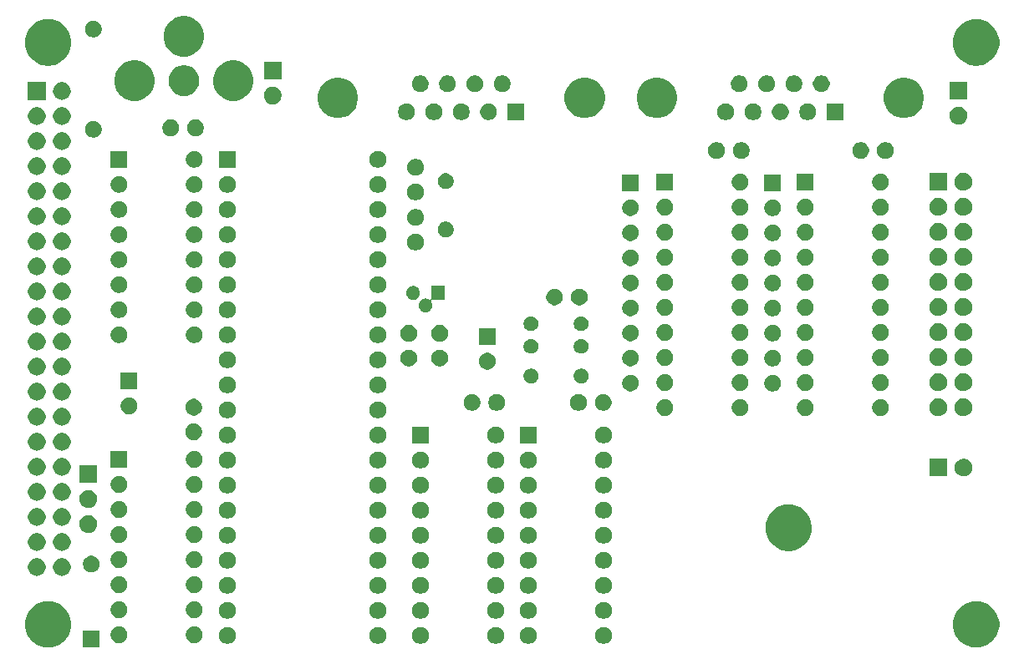
<source format=gts>
G04 #@! TF.GenerationSoftware,KiCad,Pcbnew,5.1.5+dfsg1-2build2*
G04 #@! TF.CreationDate,2023-06-03T14:15:56-05:00*
G04 #@! TF.ProjectId,2068-Z80-TMS9118,32303638-2d5a-4383-902d-544d53393131,2.1*
G04 #@! TF.SameCoordinates,Original*
G04 #@! TF.FileFunction,Soldermask,Top*
G04 #@! TF.FilePolarity,Negative*
%FSLAX46Y46*%
G04 Gerber Fmt 4.6, Leading zero omitted, Abs format (unit mm)*
G04 Created by KiCad (PCBNEW 5.1.5+dfsg1-2build2) date 2023-06-03 14:15:56*
%MOMM*%
%LPD*%
G04 APERTURE LIST*
%ADD10C,0.100000*%
G04 APERTURE END LIST*
D10*
G36*
X93231000Y-119351000D02*
G01*
X91529000Y-119351000D01*
X91529000Y-117649000D01*
X93231000Y-117649000D01*
X93231000Y-119351000D01*
G37*
G36*
X182382793Y-114680103D02*
G01*
X182685470Y-114740309D01*
X183113143Y-114917457D01*
X183498038Y-115174636D01*
X183825364Y-115501962D01*
X184082543Y-115886857D01*
X184259691Y-116314530D01*
X184350000Y-116768545D01*
X184350000Y-117231455D01*
X184259691Y-117685470D01*
X184082543Y-118113143D01*
X183825364Y-118498038D01*
X183498038Y-118825364D01*
X183113143Y-119082543D01*
X182685470Y-119259691D01*
X182382793Y-119319897D01*
X182231456Y-119350000D01*
X181768544Y-119350000D01*
X181617207Y-119319897D01*
X181314530Y-119259691D01*
X180886857Y-119082543D01*
X180501962Y-118825364D01*
X180174636Y-118498038D01*
X179917457Y-118113143D01*
X179740309Y-117685470D01*
X179650000Y-117231455D01*
X179650000Y-116768545D01*
X179740309Y-116314530D01*
X179917457Y-115886857D01*
X180174636Y-115501962D01*
X180501962Y-115174636D01*
X180886857Y-114917457D01*
X181314530Y-114740309D01*
X181617207Y-114680103D01*
X181768544Y-114650000D01*
X182231456Y-114650000D01*
X182382793Y-114680103D01*
G37*
G36*
X88382793Y-114680103D02*
G01*
X88685470Y-114740309D01*
X89113143Y-114917457D01*
X89498038Y-115174636D01*
X89825364Y-115501962D01*
X90082543Y-115886857D01*
X90259691Y-116314530D01*
X90350000Y-116768545D01*
X90350000Y-117231455D01*
X90259691Y-117685470D01*
X90082543Y-118113143D01*
X89825364Y-118498038D01*
X89498038Y-118825364D01*
X89113143Y-119082543D01*
X88685470Y-119259691D01*
X88382793Y-119319897D01*
X88231456Y-119350000D01*
X87768544Y-119350000D01*
X87617207Y-119319897D01*
X87314530Y-119259691D01*
X86886857Y-119082543D01*
X86501962Y-118825364D01*
X86174636Y-118498038D01*
X85917457Y-118113143D01*
X85740309Y-117685470D01*
X85650000Y-117231455D01*
X85650000Y-116768545D01*
X85740309Y-116314530D01*
X85917457Y-115886857D01*
X86174636Y-115501962D01*
X86501962Y-115174636D01*
X86886857Y-114917457D01*
X87314530Y-114740309D01*
X87617207Y-114680103D01*
X87768544Y-114650000D01*
X88231456Y-114650000D01*
X88382793Y-114680103D01*
G37*
G36*
X125978228Y-117291703D02*
G01*
X126133100Y-117355853D01*
X126272481Y-117448985D01*
X126391015Y-117567519D01*
X126484147Y-117706900D01*
X126548297Y-117861772D01*
X126581000Y-118026184D01*
X126581000Y-118193816D01*
X126548297Y-118358228D01*
X126484147Y-118513100D01*
X126391015Y-118652481D01*
X126272481Y-118771015D01*
X126133100Y-118864147D01*
X125978228Y-118928297D01*
X125813816Y-118961000D01*
X125646184Y-118961000D01*
X125481772Y-118928297D01*
X125326900Y-118864147D01*
X125187519Y-118771015D01*
X125068985Y-118652481D01*
X124975853Y-118513100D01*
X124911703Y-118358228D01*
X124879000Y-118193816D01*
X124879000Y-118026184D01*
X124911703Y-117861772D01*
X124975853Y-117706900D01*
X125068985Y-117567519D01*
X125187519Y-117448985D01*
X125326900Y-117355853D01*
X125481772Y-117291703D01*
X125646184Y-117259000D01*
X125813816Y-117259000D01*
X125978228Y-117291703D01*
G37*
G36*
X144520228Y-117291703D02*
G01*
X144675100Y-117355853D01*
X144814481Y-117448985D01*
X144933015Y-117567519D01*
X145026147Y-117706900D01*
X145090297Y-117861772D01*
X145123000Y-118026184D01*
X145123000Y-118193816D01*
X145090297Y-118358228D01*
X145026147Y-118513100D01*
X144933015Y-118652481D01*
X144814481Y-118771015D01*
X144675100Y-118864147D01*
X144520228Y-118928297D01*
X144355816Y-118961000D01*
X144188184Y-118961000D01*
X144023772Y-118928297D01*
X143868900Y-118864147D01*
X143729519Y-118771015D01*
X143610985Y-118652481D01*
X143517853Y-118513100D01*
X143453703Y-118358228D01*
X143421000Y-118193816D01*
X143421000Y-118026184D01*
X143453703Y-117861772D01*
X143517853Y-117706900D01*
X143610985Y-117567519D01*
X143729519Y-117448985D01*
X143868900Y-117355853D01*
X144023772Y-117291703D01*
X144188184Y-117259000D01*
X144355816Y-117259000D01*
X144520228Y-117291703D01*
G37*
G36*
X121660228Y-117291703D02*
G01*
X121815100Y-117355853D01*
X121954481Y-117448985D01*
X122073015Y-117567519D01*
X122166147Y-117706900D01*
X122230297Y-117861772D01*
X122263000Y-118026184D01*
X122263000Y-118193816D01*
X122230297Y-118358228D01*
X122166147Y-118513100D01*
X122073015Y-118652481D01*
X121954481Y-118771015D01*
X121815100Y-118864147D01*
X121660228Y-118928297D01*
X121495816Y-118961000D01*
X121328184Y-118961000D01*
X121163772Y-118928297D01*
X121008900Y-118864147D01*
X120869519Y-118771015D01*
X120750985Y-118652481D01*
X120657853Y-118513100D01*
X120593703Y-118358228D01*
X120561000Y-118193816D01*
X120561000Y-118026184D01*
X120593703Y-117861772D01*
X120657853Y-117706900D01*
X120750985Y-117567519D01*
X120869519Y-117448985D01*
X121008900Y-117355853D01*
X121163772Y-117291703D01*
X121328184Y-117259000D01*
X121495816Y-117259000D01*
X121660228Y-117291703D01*
G37*
G36*
X133598228Y-117291703D02*
G01*
X133753100Y-117355853D01*
X133892481Y-117448985D01*
X134011015Y-117567519D01*
X134104147Y-117706900D01*
X134168297Y-117861772D01*
X134201000Y-118026184D01*
X134201000Y-118193816D01*
X134168297Y-118358228D01*
X134104147Y-118513100D01*
X134011015Y-118652481D01*
X133892481Y-118771015D01*
X133753100Y-118864147D01*
X133598228Y-118928297D01*
X133433816Y-118961000D01*
X133266184Y-118961000D01*
X133101772Y-118928297D01*
X132946900Y-118864147D01*
X132807519Y-118771015D01*
X132688985Y-118652481D01*
X132595853Y-118513100D01*
X132531703Y-118358228D01*
X132499000Y-118193816D01*
X132499000Y-118026184D01*
X132531703Y-117861772D01*
X132595853Y-117706900D01*
X132688985Y-117567519D01*
X132807519Y-117448985D01*
X132946900Y-117355853D01*
X133101772Y-117291703D01*
X133266184Y-117259000D01*
X133433816Y-117259000D01*
X133598228Y-117291703D01*
G37*
G36*
X136900228Y-117291703D02*
G01*
X137055100Y-117355853D01*
X137194481Y-117448985D01*
X137313015Y-117567519D01*
X137406147Y-117706900D01*
X137470297Y-117861772D01*
X137503000Y-118026184D01*
X137503000Y-118193816D01*
X137470297Y-118358228D01*
X137406147Y-118513100D01*
X137313015Y-118652481D01*
X137194481Y-118771015D01*
X137055100Y-118864147D01*
X136900228Y-118928297D01*
X136735816Y-118961000D01*
X136568184Y-118961000D01*
X136403772Y-118928297D01*
X136248900Y-118864147D01*
X136109519Y-118771015D01*
X135990985Y-118652481D01*
X135897853Y-118513100D01*
X135833703Y-118358228D01*
X135801000Y-118193816D01*
X135801000Y-118026184D01*
X135833703Y-117861772D01*
X135897853Y-117706900D01*
X135990985Y-117567519D01*
X136109519Y-117448985D01*
X136248900Y-117355853D01*
X136403772Y-117291703D01*
X136568184Y-117259000D01*
X136735816Y-117259000D01*
X136900228Y-117291703D01*
G37*
G36*
X106420228Y-117291703D02*
G01*
X106575100Y-117355853D01*
X106714481Y-117448985D01*
X106833015Y-117567519D01*
X106926147Y-117706900D01*
X106990297Y-117861772D01*
X107023000Y-118026184D01*
X107023000Y-118193816D01*
X106990297Y-118358228D01*
X106926147Y-118513100D01*
X106833015Y-118652481D01*
X106714481Y-118771015D01*
X106575100Y-118864147D01*
X106420228Y-118928297D01*
X106255816Y-118961000D01*
X106088184Y-118961000D01*
X105923772Y-118928297D01*
X105768900Y-118864147D01*
X105629519Y-118771015D01*
X105510985Y-118652481D01*
X105417853Y-118513100D01*
X105353703Y-118358228D01*
X105321000Y-118193816D01*
X105321000Y-118026184D01*
X105353703Y-117861772D01*
X105417853Y-117706900D01*
X105510985Y-117567519D01*
X105629519Y-117448985D01*
X105768900Y-117355853D01*
X105923772Y-117291703D01*
X106088184Y-117259000D01*
X106255816Y-117259000D01*
X106420228Y-117291703D01*
G37*
G36*
X95434728Y-117228203D02*
G01*
X95589600Y-117292353D01*
X95728981Y-117385485D01*
X95847515Y-117504019D01*
X95940647Y-117643400D01*
X96004797Y-117798272D01*
X96037500Y-117962684D01*
X96037500Y-118130316D01*
X96004797Y-118294728D01*
X95940647Y-118449600D01*
X95847515Y-118588981D01*
X95728981Y-118707515D01*
X95589600Y-118800647D01*
X95434728Y-118864797D01*
X95270316Y-118897500D01*
X95102684Y-118897500D01*
X94938272Y-118864797D01*
X94783400Y-118800647D01*
X94644019Y-118707515D01*
X94525485Y-118588981D01*
X94432353Y-118449600D01*
X94368203Y-118294728D01*
X94335500Y-118130316D01*
X94335500Y-117962684D01*
X94368203Y-117798272D01*
X94432353Y-117643400D01*
X94525485Y-117504019D01*
X94644019Y-117385485D01*
X94783400Y-117292353D01*
X94938272Y-117228203D01*
X95102684Y-117195500D01*
X95270316Y-117195500D01*
X95434728Y-117228203D01*
G37*
G36*
X103054728Y-117228203D02*
G01*
X103209600Y-117292353D01*
X103348981Y-117385485D01*
X103467515Y-117504019D01*
X103560647Y-117643400D01*
X103624797Y-117798272D01*
X103657500Y-117962684D01*
X103657500Y-118130316D01*
X103624797Y-118294728D01*
X103560647Y-118449600D01*
X103467515Y-118588981D01*
X103348981Y-118707515D01*
X103209600Y-118800647D01*
X103054728Y-118864797D01*
X102890316Y-118897500D01*
X102722684Y-118897500D01*
X102558272Y-118864797D01*
X102403400Y-118800647D01*
X102264019Y-118707515D01*
X102145485Y-118588981D01*
X102052353Y-118449600D01*
X101988203Y-118294728D01*
X101955500Y-118130316D01*
X101955500Y-117962684D01*
X101988203Y-117798272D01*
X102052353Y-117643400D01*
X102145485Y-117504019D01*
X102264019Y-117385485D01*
X102403400Y-117292353D01*
X102558272Y-117228203D01*
X102722684Y-117195500D01*
X102890316Y-117195500D01*
X103054728Y-117228203D01*
G37*
G36*
X121660228Y-114751703D02*
G01*
X121815100Y-114815853D01*
X121954481Y-114908985D01*
X122073015Y-115027519D01*
X122166147Y-115166900D01*
X122230297Y-115321772D01*
X122263000Y-115486184D01*
X122263000Y-115653816D01*
X122230297Y-115818228D01*
X122166147Y-115973100D01*
X122073015Y-116112481D01*
X121954481Y-116231015D01*
X121815100Y-116324147D01*
X121660228Y-116388297D01*
X121495816Y-116421000D01*
X121328184Y-116421000D01*
X121163772Y-116388297D01*
X121008900Y-116324147D01*
X120869519Y-116231015D01*
X120750985Y-116112481D01*
X120657853Y-115973100D01*
X120593703Y-115818228D01*
X120561000Y-115653816D01*
X120561000Y-115486184D01*
X120593703Y-115321772D01*
X120657853Y-115166900D01*
X120750985Y-115027519D01*
X120869519Y-114908985D01*
X121008900Y-114815853D01*
X121163772Y-114751703D01*
X121328184Y-114719000D01*
X121495816Y-114719000D01*
X121660228Y-114751703D01*
G37*
G36*
X106420228Y-114751703D02*
G01*
X106575100Y-114815853D01*
X106714481Y-114908985D01*
X106833015Y-115027519D01*
X106926147Y-115166900D01*
X106990297Y-115321772D01*
X107023000Y-115486184D01*
X107023000Y-115653816D01*
X106990297Y-115818228D01*
X106926147Y-115973100D01*
X106833015Y-116112481D01*
X106714481Y-116231015D01*
X106575100Y-116324147D01*
X106420228Y-116388297D01*
X106255816Y-116421000D01*
X106088184Y-116421000D01*
X105923772Y-116388297D01*
X105768900Y-116324147D01*
X105629519Y-116231015D01*
X105510985Y-116112481D01*
X105417853Y-115973100D01*
X105353703Y-115818228D01*
X105321000Y-115653816D01*
X105321000Y-115486184D01*
X105353703Y-115321772D01*
X105417853Y-115166900D01*
X105510985Y-115027519D01*
X105629519Y-114908985D01*
X105768900Y-114815853D01*
X105923772Y-114751703D01*
X106088184Y-114719000D01*
X106255816Y-114719000D01*
X106420228Y-114751703D01*
G37*
G36*
X136900228Y-114751703D02*
G01*
X137055100Y-114815853D01*
X137194481Y-114908985D01*
X137313015Y-115027519D01*
X137406147Y-115166900D01*
X137470297Y-115321772D01*
X137503000Y-115486184D01*
X137503000Y-115653816D01*
X137470297Y-115818228D01*
X137406147Y-115973100D01*
X137313015Y-116112481D01*
X137194481Y-116231015D01*
X137055100Y-116324147D01*
X136900228Y-116388297D01*
X136735816Y-116421000D01*
X136568184Y-116421000D01*
X136403772Y-116388297D01*
X136248900Y-116324147D01*
X136109519Y-116231015D01*
X135990985Y-116112481D01*
X135897853Y-115973100D01*
X135833703Y-115818228D01*
X135801000Y-115653816D01*
X135801000Y-115486184D01*
X135833703Y-115321772D01*
X135897853Y-115166900D01*
X135990985Y-115027519D01*
X136109519Y-114908985D01*
X136248900Y-114815853D01*
X136403772Y-114751703D01*
X136568184Y-114719000D01*
X136735816Y-114719000D01*
X136900228Y-114751703D01*
G37*
G36*
X144520228Y-114751703D02*
G01*
X144675100Y-114815853D01*
X144814481Y-114908985D01*
X144933015Y-115027519D01*
X145026147Y-115166900D01*
X145090297Y-115321772D01*
X145123000Y-115486184D01*
X145123000Y-115653816D01*
X145090297Y-115818228D01*
X145026147Y-115973100D01*
X144933015Y-116112481D01*
X144814481Y-116231015D01*
X144675100Y-116324147D01*
X144520228Y-116388297D01*
X144355816Y-116421000D01*
X144188184Y-116421000D01*
X144023772Y-116388297D01*
X143868900Y-116324147D01*
X143729519Y-116231015D01*
X143610985Y-116112481D01*
X143517853Y-115973100D01*
X143453703Y-115818228D01*
X143421000Y-115653816D01*
X143421000Y-115486184D01*
X143453703Y-115321772D01*
X143517853Y-115166900D01*
X143610985Y-115027519D01*
X143729519Y-114908985D01*
X143868900Y-114815853D01*
X144023772Y-114751703D01*
X144188184Y-114719000D01*
X144355816Y-114719000D01*
X144520228Y-114751703D01*
G37*
G36*
X125978228Y-114751703D02*
G01*
X126133100Y-114815853D01*
X126272481Y-114908985D01*
X126391015Y-115027519D01*
X126484147Y-115166900D01*
X126548297Y-115321772D01*
X126581000Y-115486184D01*
X126581000Y-115653816D01*
X126548297Y-115818228D01*
X126484147Y-115973100D01*
X126391015Y-116112481D01*
X126272481Y-116231015D01*
X126133100Y-116324147D01*
X125978228Y-116388297D01*
X125813816Y-116421000D01*
X125646184Y-116421000D01*
X125481772Y-116388297D01*
X125326900Y-116324147D01*
X125187519Y-116231015D01*
X125068985Y-116112481D01*
X124975853Y-115973100D01*
X124911703Y-115818228D01*
X124879000Y-115653816D01*
X124879000Y-115486184D01*
X124911703Y-115321772D01*
X124975853Y-115166900D01*
X125068985Y-115027519D01*
X125187519Y-114908985D01*
X125326900Y-114815853D01*
X125481772Y-114751703D01*
X125646184Y-114719000D01*
X125813816Y-114719000D01*
X125978228Y-114751703D01*
G37*
G36*
X133598228Y-114751703D02*
G01*
X133753100Y-114815853D01*
X133892481Y-114908985D01*
X134011015Y-115027519D01*
X134104147Y-115166900D01*
X134168297Y-115321772D01*
X134201000Y-115486184D01*
X134201000Y-115653816D01*
X134168297Y-115818228D01*
X134104147Y-115973100D01*
X134011015Y-116112481D01*
X133892481Y-116231015D01*
X133753100Y-116324147D01*
X133598228Y-116388297D01*
X133433816Y-116421000D01*
X133266184Y-116421000D01*
X133101772Y-116388297D01*
X132946900Y-116324147D01*
X132807519Y-116231015D01*
X132688985Y-116112481D01*
X132595853Y-115973100D01*
X132531703Y-115818228D01*
X132499000Y-115653816D01*
X132499000Y-115486184D01*
X132531703Y-115321772D01*
X132595853Y-115166900D01*
X132688985Y-115027519D01*
X132807519Y-114908985D01*
X132946900Y-114815853D01*
X133101772Y-114751703D01*
X133266184Y-114719000D01*
X133433816Y-114719000D01*
X133598228Y-114751703D01*
G37*
G36*
X103054728Y-114688203D02*
G01*
X103209600Y-114752353D01*
X103348981Y-114845485D01*
X103467515Y-114964019D01*
X103560647Y-115103400D01*
X103624797Y-115258272D01*
X103657500Y-115422684D01*
X103657500Y-115590316D01*
X103624797Y-115754728D01*
X103560647Y-115909600D01*
X103467515Y-116048981D01*
X103348981Y-116167515D01*
X103209600Y-116260647D01*
X103054728Y-116324797D01*
X102890316Y-116357500D01*
X102722684Y-116357500D01*
X102558272Y-116324797D01*
X102403400Y-116260647D01*
X102264019Y-116167515D01*
X102145485Y-116048981D01*
X102052353Y-115909600D01*
X101988203Y-115754728D01*
X101955500Y-115590316D01*
X101955500Y-115422684D01*
X101988203Y-115258272D01*
X102052353Y-115103400D01*
X102145485Y-114964019D01*
X102264019Y-114845485D01*
X102403400Y-114752353D01*
X102558272Y-114688203D01*
X102722684Y-114655500D01*
X102890316Y-114655500D01*
X103054728Y-114688203D01*
G37*
G36*
X95434728Y-114688203D02*
G01*
X95589600Y-114752353D01*
X95728981Y-114845485D01*
X95847515Y-114964019D01*
X95940647Y-115103400D01*
X96004797Y-115258272D01*
X96037500Y-115422684D01*
X96037500Y-115590316D01*
X96004797Y-115754728D01*
X95940647Y-115909600D01*
X95847515Y-116048981D01*
X95728981Y-116167515D01*
X95589600Y-116260647D01*
X95434728Y-116324797D01*
X95270316Y-116357500D01*
X95102684Y-116357500D01*
X94938272Y-116324797D01*
X94783400Y-116260647D01*
X94644019Y-116167515D01*
X94525485Y-116048981D01*
X94432353Y-115909600D01*
X94368203Y-115754728D01*
X94335500Y-115590316D01*
X94335500Y-115422684D01*
X94368203Y-115258272D01*
X94432353Y-115103400D01*
X94525485Y-114964019D01*
X94644019Y-114845485D01*
X94783400Y-114752353D01*
X94938272Y-114688203D01*
X95102684Y-114655500D01*
X95270316Y-114655500D01*
X95434728Y-114688203D01*
G37*
G36*
X125978228Y-112211703D02*
G01*
X126133100Y-112275853D01*
X126272481Y-112368985D01*
X126391015Y-112487519D01*
X126484147Y-112626900D01*
X126548297Y-112781772D01*
X126581000Y-112946184D01*
X126581000Y-113113816D01*
X126548297Y-113278228D01*
X126484147Y-113433100D01*
X126391015Y-113572481D01*
X126272481Y-113691015D01*
X126133100Y-113784147D01*
X125978228Y-113848297D01*
X125813816Y-113881000D01*
X125646184Y-113881000D01*
X125481772Y-113848297D01*
X125326900Y-113784147D01*
X125187519Y-113691015D01*
X125068985Y-113572481D01*
X124975853Y-113433100D01*
X124911703Y-113278228D01*
X124879000Y-113113816D01*
X124879000Y-112946184D01*
X124911703Y-112781772D01*
X124975853Y-112626900D01*
X125068985Y-112487519D01*
X125187519Y-112368985D01*
X125326900Y-112275853D01*
X125481772Y-112211703D01*
X125646184Y-112179000D01*
X125813816Y-112179000D01*
X125978228Y-112211703D01*
G37*
G36*
X133598228Y-112211703D02*
G01*
X133753100Y-112275853D01*
X133892481Y-112368985D01*
X134011015Y-112487519D01*
X134104147Y-112626900D01*
X134168297Y-112781772D01*
X134201000Y-112946184D01*
X134201000Y-113113816D01*
X134168297Y-113278228D01*
X134104147Y-113433100D01*
X134011015Y-113572481D01*
X133892481Y-113691015D01*
X133753100Y-113784147D01*
X133598228Y-113848297D01*
X133433816Y-113881000D01*
X133266184Y-113881000D01*
X133101772Y-113848297D01*
X132946900Y-113784147D01*
X132807519Y-113691015D01*
X132688985Y-113572481D01*
X132595853Y-113433100D01*
X132531703Y-113278228D01*
X132499000Y-113113816D01*
X132499000Y-112946184D01*
X132531703Y-112781772D01*
X132595853Y-112626900D01*
X132688985Y-112487519D01*
X132807519Y-112368985D01*
X132946900Y-112275853D01*
X133101772Y-112211703D01*
X133266184Y-112179000D01*
X133433816Y-112179000D01*
X133598228Y-112211703D01*
G37*
G36*
X144520228Y-112211703D02*
G01*
X144675100Y-112275853D01*
X144814481Y-112368985D01*
X144933015Y-112487519D01*
X145026147Y-112626900D01*
X145090297Y-112781772D01*
X145123000Y-112946184D01*
X145123000Y-113113816D01*
X145090297Y-113278228D01*
X145026147Y-113433100D01*
X144933015Y-113572481D01*
X144814481Y-113691015D01*
X144675100Y-113784147D01*
X144520228Y-113848297D01*
X144355816Y-113881000D01*
X144188184Y-113881000D01*
X144023772Y-113848297D01*
X143868900Y-113784147D01*
X143729519Y-113691015D01*
X143610985Y-113572481D01*
X143517853Y-113433100D01*
X143453703Y-113278228D01*
X143421000Y-113113816D01*
X143421000Y-112946184D01*
X143453703Y-112781772D01*
X143517853Y-112626900D01*
X143610985Y-112487519D01*
X143729519Y-112368985D01*
X143868900Y-112275853D01*
X144023772Y-112211703D01*
X144188184Y-112179000D01*
X144355816Y-112179000D01*
X144520228Y-112211703D01*
G37*
G36*
X136900228Y-112211703D02*
G01*
X137055100Y-112275853D01*
X137194481Y-112368985D01*
X137313015Y-112487519D01*
X137406147Y-112626900D01*
X137470297Y-112781772D01*
X137503000Y-112946184D01*
X137503000Y-113113816D01*
X137470297Y-113278228D01*
X137406147Y-113433100D01*
X137313015Y-113572481D01*
X137194481Y-113691015D01*
X137055100Y-113784147D01*
X136900228Y-113848297D01*
X136735816Y-113881000D01*
X136568184Y-113881000D01*
X136403772Y-113848297D01*
X136248900Y-113784147D01*
X136109519Y-113691015D01*
X135990985Y-113572481D01*
X135897853Y-113433100D01*
X135833703Y-113278228D01*
X135801000Y-113113816D01*
X135801000Y-112946184D01*
X135833703Y-112781772D01*
X135897853Y-112626900D01*
X135990985Y-112487519D01*
X136109519Y-112368985D01*
X136248900Y-112275853D01*
X136403772Y-112211703D01*
X136568184Y-112179000D01*
X136735816Y-112179000D01*
X136900228Y-112211703D01*
G37*
G36*
X121660228Y-112211703D02*
G01*
X121815100Y-112275853D01*
X121954481Y-112368985D01*
X122073015Y-112487519D01*
X122166147Y-112626900D01*
X122230297Y-112781772D01*
X122263000Y-112946184D01*
X122263000Y-113113816D01*
X122230297Y-113278228D01*
X122166147Y-113433100D01*
X122073015Y-113572481D01*
X121954481Y-113691015D01*
X121815100Y-113784147D01*
X121660228Y-113848297D01*
X121495816Y-113881000D01*
X121328184Y-113881000D01*
X121163772Y-113848297D01*
X121008900Y-113784147D01*
X120869519Y-113691015D01*
X120750985Y-113572481D01*
X120657853Y-113433100D01*
X120593703Y-113278228D01*
X120561000Y-113113816D01*
X120561000Y-112946184D01*
X120593703Y-112781772D01*
X120657853Y-112626900D01*
X120750985Y-112487519D01*
X120869519Y-112368985D01*
X121008900Y-112275853D01*
X121163772Y-112211703D01*
X121328184Y-112179000D01*
X121495816Y-112179000D01*
X121660228Y-112211703D01*
G37*
G36*
X106420228Y-112211703D02*
G01*
X106575100Y-112275853D01*
X106714481Y-112368985D01*
X106833015Y-112487519D01*
X106926147Y-112626900D01*
X106990297Y-112781772D01*
X107023000Y-112946184D01*
X107023000Y-113113816D01*
X106990297Y-113278228D01*
X106926147Y-113433100D01*
X106833015Y-113572481D01*
X106714481Y-113691015D01*
X106575100Y-113784147D01*
X106420228Y-113848297D01*
X106255816Y-113881000D01*
X106088184Y-113881000D01*
X105923772Y-113848297D01*
X105768900Y-113784147D01*
X105629519Y-113691015D01*
X105510985Y-113572481D01*
X105417853Y-113433100D01*
X105353703Y-113278228D01*
X105321000Y-113113816D01*
X105321000Y-112946184D01*
X105353703Y-112781772D01*
X105417853Y-112626900D01*
X105510985Y-112487519D01*
X105629519Y-112368985D01*
X105768900Y-112275853D01*
X105923772Y-112211703D01*
X106088184Y-112179000D01*
X106255816Y-112179000D01*
X106420228Y-112211703D01*
G37*
G36*
X95434728Y-112148203D02*
G01*
X95589600Y-112212353D01*
X95728981Y-112305485D01*
X95847515Y-112424019D01*
X95940647Y-112563400D01*
X96004797Y-112718272D01*
X96037500Y-112882684D01*
X96037500Y-113050316D01*
X96004797Y-113214728D01*
X95940647Y-113369600D01*
X95847515Y-113508981D01*
X95728981Y-113627515D01*
X95589600Y-113720647D01*
X95434728Y-113784797D01*
X95270316Y-113817500D01*
X95102684Y-113817500D01*
X94938272Y-113784797D01*
X94783400Y-113720647D01*
X94644019Y-113627515D01*
X94525485Y-113508981D01*
X94432353Y-113369600D01*
X94368203Y-113214728D01*
X94335500Y-113050316D01*
X94335500Y-112882684D01*
X94368203Y-112718272D01*
X94432353Y-112563400D01*
X94525485Y-112424019D01*
X94644019Y-112305485D01*
X94783400Y-112212353D01*
X94938272Y-112148203D01*
X95102684Y-112115500D01*
X95270316Y-112115500D01*
X95434728Y-112148203D01*
G37*
G36*
X103054728Y-112148203D02*
G01*
X103209600Y-112212353D01*
X103348981Y-112305485D01*
X103467515Y-112424019D01*
X103560647Y-112563400D01*
X103624797Y-112718272D01*
X103657500Y-112882684D01*
X103657500Y-113050316D01*
X103624797Y-113214728D01*
X103560647Y-113369600D01*
X103467515Y-113508981D01*
X103348981Y-113627515D01*
X103209600Y-113720647D01*
X103054728Y-113784797D01*
X102890316Y-113817500D01*
X102722684Y-113817500D01*
X102558272Y-113784797D01*
X102403400Y-113720647D01*
X102264019Y-113627515D01*
X102145485Y-113508981D01*
X102052353Y-113369600D01*
X101988203Y-113214728D01*
X101955500Y-113050316D01*
X101955500Y-112882684D01*
X101988203Y-112718272D01*
X102052353Y-112563400D01*
X102145485Y-112424019D01*
X102264019Y-112305485D01*
X102403400Y-112212353D01*
X102558272Y-112148203D01*
X102722684Y-112115500D01*
X102890316Y-112115500D01*
X103054728Y-112148203D01*
G37*
G36*
X89507512Y-110275927D02*
G01*
X89656812Y-110305624D01*
X89820784Y-110373544D01*
X89968354Y-110472147D01*
X90093853Y-110597646D01*
X90192456Y-110745216D01*
X90260376Y-110909188D01*
X90295000Y-111083259D01*
X90295000Y-111260741D01*
X90260376Y-111434812D01*
X90192456Y-111598784D01*
X90093853Y-111746354D01*
X89968354Y-111871853D01*
X89820784Y-111970456D01*
X89656812Y-112038376D01*
X89507512Y-112068073D01*
X89482742Y-112073000D01*
X89305258Y-112073000D01*
X89280488Y-112068073D01*
X89131188Y-112038376D01*
X88967216Y-111970456D01*
X88819646Y-111871853D01*
X88694147Y-111746354D01*
X88595544Y-111598784D01*
X88527624Y-111434812D01*
X88493000Y-111260741D01*
X88493000Y-111083259D01*
X88527624Y-110909188D01*
X88595544Y-110745216D01*
X88694147Y-110597646D01*
X88819646Y-110472147D01*
X88967216Y-110373544D01*
X89131188Y-110305624D01*
X89280488Y-110275927D01*
X89305258Y-110271000D01*
X89482742Y-110271000D01*
X89507512Y-110275927D01*
G37*
G36*
X86967512Y-110275927D02*
G01*
X87116812Y-110305624D01*
X87280784Y-110373544D01*
X87428354Y-110472147D01*
X87553853Y-110597646D01*
X87652456Y-110745216D01*
X87720376Y-110909188D01*
X87755000Y-111083259D01*
X87755000Y-111260741D01*
X87720376Y-111434812D01*
X87652456Y-111598784D01*
X87553853Y-111746354D01*
X87428354Y-111871853D01*
X87280784Y-111970456D01*
X87116812Y-112038376D01*
X86967512Y-112068073D01*
X86942742Y-112073000D01*
X86765258Y-112073000D01*
X86740488Y-112068073D01*
X86591188Y-112038376D01*
X86427216Y-111970456D01*
X86279646Y-111871853D01*
X86154147Y-111746354D01*
X86055544Y-111598784D01*
X85987624Y-111434812D01*
X85953000Y-111260741D01*
X85953000Y-111083259D01*
X85987624Y-110909188D01*
X86055544Y-110745216D01*
X86154147Y-110597646D01*
X86279646Y-110472147D01*
X86427216Y-110373544D01*
X86591188Y-110305624D01*
X86740488Y-110275927D01*
X86765258Y-110271000D01*
X86942742Y-110271000D01*
X86967512Y-110275927D01*
G37*
G36*
X92628228Y-110061703D02*
G01*
X92783100Y-110125853D01*
X92922481Y-110218985D01*
X93041015Y-110337519D01*
X93134147Y-110476900D01*
X93198297Y-110631772D01*
X93231000Y-110796184D01*
X93231000Y-110963816D01*
X93198297Y-111128228D01*
X93134147Y-111283100D01*
X93041015Y-111422481D01*
X92922481Y-111541015D01*
X92783100Y-111634147D01*
X92628228Y-111698297D01*
X92463816Y-111731000D01*
X92296184Y-111731000D01*
X92131772Y-111698297D01*
X91976900Y-111634147D01*
X91837519Y-111541015D01*
X91718985Y-111422481D01*
X91625853Y-111283100D01*
X91561703Y-111128228D01*
X91529000Y-110963816D01*
X91529000Y-110796184D01*
X91561703Y-110631772D01*
X91625853Y-110476900D01*
X91718985Y-110337519D01*
X91837519Y-110218985D01*
X91976900Y-110125853D01*
X92131772Y-110061703D01*
X92296184Y-110029000D01*
X92463816Y-110029000D01*
X92628228Y-110061703D01*
G37*
G36*
X133598228Y-109671703D02*
G01*
X133753100Y-109735853D01*
X133892481Y-109828985D01*
X134011015Y-109947519D01*
X134104147Y-110086900D01*
X134168297Y-110241772D01*
X134201000Y-110406184D01*
X134201000Y-110573816D01*
X134168297Y-110738228D01*
X134104147Y-110893100D01*
X134011015Y-111032481D01*
X133892481Y-111151015D01*
X133753100Y-111244147D01*
X133598228Y-111308297D01*
X133433816Y-111341000D01*
X133266184Y-111341000D01*
X133101772Y-111308297D01*
X132946900Y-111244147D01*
X132807519Y-111151015D01*
X132688985Y-111032481D01*
X132595853Y-110893100D01*
X132531703Y-110738228D01*
X132499000Y-110573816D01*
X132499000Y-110406184D01*
X132531703Y-110241772D01*
X132595853Y-110086900D01*
X132688985Y-109947519D01*
X132807519Y-109828985D01*
X132946900Y-109735853D01*
X133101772Y-109671703D01*
X133266184Y-109639000D01*
X133433816Y-109639000D01*
X133598228Y-109671703D01*
G37*
G36*
X125978228Y-109671703D02*
G01*
X126133100Y-109735853D01*
X126272481Y-109828985D01*
X126391015Y-109947519D01*
X126484147Y-110086900D01*
X126548297Y-110241772D01*
X126581000Y-110406184D01*
X126581000Y-110573816D01*
X126548297Y-110738228D01*
X126484147Y-110893100D01*
X126391015Y-111032481D01*
X126272481Y-111151015D01*
X126133100Y-111244147D01*
X125978228Y-111308297D01*
X125813816Y-111341000D01*
X125646184Y-111341000D01*
X125481772Y-111308297D01*
X125326900Y-111244147D01*
X125187519Y-111151015D01*
X125068985Y-111032481D01*
X124975853Y-110893100D01*
X124911703Y-110738228D01*
X124879000Y-110573816D01*
X124879000Y-110406184D01*
X124911703Y-110241772D01*
X124975853Y-110086900D01*
X125068985Y-109947519D01*
X125187519Y-109828985D01*
X125326900Y-109735853D01*
X125481772Y-109671703D01*
X125646184Y-109639000D01*
X125813816Y-109639000D01*
X125978228Y-109671703D01*
G37*
G36*
X144520228Y-109671703D02*
G01*
X144675100Y-109735853D01*
X144814481Y-109828985D01*
X144933015Y-109947519D01*
X145026147Y-110086900D01*
X145090297Y-110241772D01*
X145123000Y-110406184D01*
X145123000Y-110573816D01*
X145090297Y-110738228D01*
X145026147Y-110893100D01*
X144933015Y-111032481D01*
X144814481Y-111151015D01*
X144675100Y-111244147D01*
X144520228Y-111308297D01*
X144355816Y-111341000D01*
X144188184Y-111341000D01*
X144023772Y-111308297D01*
X143868900Y-111244147D01*
X143729519Y-111151015D01*
X143610985Y-111032481D01*
X143517853Y-110893100D01*
X143453703Y-110738228D01*
X143421000Y-110573816D01*
X143421000Y-110406184D01*
X143453703Y-110241772D01*
X143517853Y-110086900D01*
X143610985Y-109947519D01*
X143729519Y-109828985D01*
X143868900Y-109735853D01*
X144023772Y-109671703D01*
X144188184Y-109639000D01*
X144355816Y-109639000D01*
X144520228Y-109671703D01*
G37*
G36*
X106420228Y-109671703D02*
G01*
X106575100Y-109735853D01*
X106714481Y-109828985D01*
X106833015Y-109947519D01*
X106926147Y-110086900D01*
X106990297Y-110241772D01*
X107023000Y-110406184D01*
X107023000Y-110573816D01*
X106990297Y-110738228D01*
X106926147Y-110893100D01*
X106833015Y-111032481D01*
X106714481Y-111151015D01*
X106575100Y-111244147D01*
X106420228Y-111308297D01*
X106255816Y-111341000D01*
X106088184Y-111341000D01*
X105923772Y-111308297D01*
X105768900Y-111244147D01*
X105629519Y-111151015D01*
X105510985Y-111032481D01*
X105417853Y-110893100D01*
X105353703Y-110738228D01*
X105321000Y-110573816D01*
X105321000Y-110406184D01*
X105353703Y-110241772D01*
X105417853Y-110086900D01*
X105510985Y-109947519D01*
X105629519Y-109828985D01*
X105768900Y-109735853D01*
X105923772Y-109671703D01*
X106088184Y-109639000D01*
X106255816Y-109639000D01*
X106420228Y-109671703D01*
G37*
G36*
X136900228Y-109671703D02*
G01*
X137055100Y-109735853D01*
X137194481Y-109828985D01*
X137313015Y-109947519D01*
X137406147Y-110086900D01*
X137470297Y-110241772D01*
X137503000Y-110406184D01*
X137503000Y-110573816D01*
X137470297Y-110738228D01*
X137406147Y-110893100D01*
X137313015Y-111032481D01*
X137194481Y-111151015D01*
X137055100Y-111244147D01*
X136900228Y-111308297D01*
X136735816Y-111341000D01*
X136568184Y-111341000D01*
X136403772Y-111308297D01*
X136248900Y-111244147D01*
X136109519Y-111151015D01*
X135990985Y-111032481D01*
X135897853Y-110893100D01*
X135833703Y-110738228D01*
X135801000Y-110573816D01*
X135801000Y-110406184D01*
X135833703Y-110241772D01*
X135897853Y-110086900D01*
X135990985Y-109947519D01*
X136109519Y-109828985D01*
X136248900Y-109735853D01*
X136403772Y-109671703D01*
X136568184Y-109639000D01*
X136735816Y-109639000D01*
X136900228Y-109671703D01*
G37*
G36*
X121660228Y-109671703D02*
G01*
X121815100Y-109735853D01*
X121954481Y-109828985D01*
X122073015Y-109947519D01*
X122166147Y-110086900D01*
X122230297Y-110241772D01*
X122263000Y-110406184D01*
X122263000Y-110573816D01*
X122230297Y-110738228D01*
X122166147Y-110893100D01*
X122073015Y-111032481D01*
X121954481Y-111151015D01*
X121815100Y-111244147D01*
X121660228Y-111308297D01*
X121495816Y-111341000D01*
X121328184Y-111341000D01*
X121163772Y-111308297D01*
X121008900Y-111244147D01*
X120869519Y-111151015D01*
X120750985Y-111032481D01*
X120657853Y-110893100D01*
X120593703Y-110738228D01*
X120561000Y-110573816D01*
X120561000Y-110406184D01*
X120593703Y-110241772D01*
X120657853Y-110086900D01*
X120750985Y-109947519D01*
X120869519Y-109828985D01*
X121008900Y-109735853D01*
X121163772Y-109671703D01*
X121328184Y-109639000D01*
X121495816Y-109639000D01*
X121660228Y-109671703D01*
G37*
G36*
X95434728Y-109608203D02*
G01*
X95589600Y-109672353D01*
X95728981Y-109765485D01*
X95847515Y-109884019D01*
X95940647Y-110023400D01*
X96004797Y-110178272D01*
X96037500Y-110342684D01*
X96037500Y-110510316D01*
X96004797Y-110674728D01*
X95940647Y-110829600D01*
X95847515Y-110968981D01*
X95728981Y-111087515D01*
X95589600Y-111180647D01*
X95434728Y-111244797D01*
X95270316Y-111277500D01*
X95102684Y-111277500D01*
X94938272Y-111244797D01*
X94783400Y-111180647D01*
X94644019Y-111087515D01*
X94525485Y-110968981D01*
X94432353Y-110829600D01*
X94368203Y-110674728D01*
X94335500Y-110510316D01*
X94335500Y-110342684D01*
X94368203Y-110178272D01*
X94432353Y-110023400D01*
X94525485Y-109884019D01*
X94644019Y-109765485D01*
X94783400Y-109672353D01*
X94938272Y-109608203D01*
X95102684Y-109575500D01*
X95270316Y-109575500D01*
X95434728Y-109608203D01*
G37*
G36*
X103054728Y-109608203D02*
G01*
X103209600Y-109672353D01*
X103348981Y-109765485D01*
X103467515Y-109884019D01*
X103560647Y-110023400D01*
X103624797Y-110178272D01*
X103657500Y-110342684D01*
X103657500Y-110510316D01*
X103624797Y-110674728D01*
X103560647Y-110829600D01*
X103467515Y-110968981D01*
X103348981Y-111087515D01*
X103209600Y-111180647D01*
X103054728Y-111244797D01*
X102890316Y-111277500D01*
X102722684Y-111277500D01*
X102558272Y-111244797D01*
X102403400Y-111180647D01*
X102264019Y-111087515D01*
X102145485Y-110968981D01*
X102052353Y-110829600D01*
X101988203Y-110674728D01*
X101955500Y-110510316D01*
X101955500Y-110342684D01*
X101988203Y-110178272D01*
X102052353Y-110023400D01*
X102145485Y-109884019D01*
X102264019Y-109765485D01*
X102403400Y-109672353D01*
X102558272Y-109608203D01*
X102722684Y-109575500D01*
X102890316Y-109575500D01*
X103054728Y-109608203D01*
G37*
G36*
X163369803Y-104867519D02*
G01*
X163685470Y-104930309D01*
X164113143Y-105107457D01*
X164498038Y-105364636D01*
X164825364Y-105691962D01*
X165082543Y-106076857D01*
X165259691Y-106504530D01*
X165291880Y-106666354D01*
X165350000Y-106958544D01*
X165350000Y-107421456D01*
X165325047Y-107546903D01*
X165259691Y-107875470D01*
X165082543Y-108303143D01*
X164825364Y-108688038D01*
X164498038Y-109015364D01*
X164113143Y-109272543D01*
X163685470Y-109449691D01*
X163440718Y-109498375D01*
X163231456Y-109540000D01*
X162768544Y-109540000D01*
X162559282Y-109498375D01*
X162314530Y-109449691D01*
X161886857Y-109272543D01*
X161501962Y-109015364D01*
X161174636Y-108688038D01*
X160917457Y-108303143D01*
X160740309Y-107875470D01*
X160674953Y-107546903D01*
X160650000Y-107421456D01*
X160650000Y-106958544D01*
X160708120Y-106666354D01*
X160740309Y-106504530D01*
X160917457Y-106076857D01*
X161174636Y-105691962D01*
X161501962Y-105364636D01*
X161886857Y-105107457D01*
X162314530Y-104930309D01*
X162630197Y-104867519D01*
X162768544Y-104840000D01*
X163231456Y-104840000D01*
X163369803Y-104867519D01*
G37*
G36*
X89507512Y-107735927D02*
G01*
X89656812Y-107765624D01*
X89820784Y-107833544D01*
X89968354Y-107932147D01*
X90093853Y-108057646D01*
X90192456Y-108205216D01*
X90260376Y-108369188D01*
X90295000Y-108543259D01*
X90295000Y-108720741D01*
X90260376Y-108894812D01*
X90192456Y-109058784D01*
X90093853Y-109206354D01*
X89968354Y-109331853D01*
X89820784Y-109430456D01*
X89656812Y-109498376D01*
X89507512Y-109528073D01*
X89482742Y-109533000D01*
X89305258Y-109533000D01*
X89280488Y-109528073D01*
X89131188Y-109498376D01*
X88967216Y-109430456D01*
X88819646Y-109331853D01*
X88694147Y-109206354D01*
X88595544Y-109058784D01*
X88527624Y-108894812D01*
X88493000Y-108720741D01*
X88493000Y-108543259D01*
X88527624Y-108369188D01*
X88595544Y-108205216D01*
X88694147Y-108057646D01*
X88819646Y-107932147D01*
X88967216Y-107833544D01*
X89131188Y-107765624D01*
X89280488Y-107735927D01*
X89305258Y-107731000D01*
X89482742Y-107731000D01*
X89507512Y-107735927D01*
G37*
G36*
X86967512Y-107735927D02*
G01*
X87116812Y-107765624D01*
X87280784Y-107833544D01*
X87428354Y-107932147D01*
X87553853Y-108057646D01*
X87652456Y-108205216D01*
X87720376Y-108369188D01*
X87755000Y-108543259D01*
X87755000Y-108720741D01*
X87720376Y-108894812D01*
X87652456Y-109058784D01*
X87553853Y-109206354D01*
X87428354Y-109331853D01*
X87280784Y-109430456D01*
X87116812Y-109498376D01*
X86967512Y-109528073D01*
X86942742Y-109533000D01*
X86765258Y-109533000D01*
X86740488Y-109528073D01*
X86591188Y-109498376D01*
X86427216Y-109430456D01*
X86279646Y-109331853D01*
X86154147Y-109206354D01*
X86055544Y-109058784D01*
X85987624Y-108894812D01*
X85953000Y-108720741D01*
X85953000Y-108543259D01*
X85987624Y-108369188D01*
X86055544Y-108205216D01*
X86154147Y-108057646D01*
X86279646Y-107932147D01*
X86427216Y-107833544D01*
X86591188Y-107765624D01*
X86740488Y-107735927D01*
X86765258Y-107731000D01*
X86942742Y-107731000D01*
X86967512Y-107735927D01*
G37*
G36*
X106420228Y-107131703D02*
G01*
X106575100Y-107195853D01*
X106714481Y-107288985D01*
X106833015Y-107407519D01*
X106926147Y-107546900D01*
X106990297Y-107701772D01*
X107023000Y-107866184D01*
X107023000Y-108033816D01*
X106990297Y-108198228D01*
X106926147Y-108353100D01*
X106833015Y-108492481D01*
X106714481Y-108611015D01*
X106575100Y-108704147D01*
X106420228Y-108768297D01*
X106255816Y-108801000D01*
X106088184Y-108801000D01*
X105923772Y-108768297D01*
X105768900Y-108704147D01*
X105629519Y-108611015D01*
X105510985Y-108492481D01*
X105417853Y-108353100D01*
X105353703Y-108198228D01*
X105321000Y-108033816D01*
X105321000Y-107866184D01*
X105353703Y-107701772D01*
X105417853Y-107546900D01*
X105510985Y-107407519D01*
X105629519Y-107288985D01*
X105768900Y-107195853D01*
X105923772Y-107131703D01*
X106088184Y-107099000D01*
X106255816Y-107099000D01*
X106420228Y-107131703D01*
G37*
G36*
X121660228Y-107131703D02*
G01*
X121815100Y-107195853D01*
X121954481Y-107288985D01*
X122073015Y-107407519D01*
X122166147Y-107546900D01*
X122230297Y-107701772D01*
X122263000Y-107866184D01*
X122263000Y-108033816D01*
X122230297Y-108198228D01*
X122166147Y-108353100D01*
X122073015Y-108492481D01*
X121954481Y-108611015D01*
X121815100Y-108704147D01*
X121660228Y-108768297D01*
X121495816Y-108801000D01*
X121328184Y-108801000D01*
X121163772Y-108768297D01*
X121008900Y-108704147D01*
X120869519Y-108611015D01*
X120750985Y-108492481D01*
X120657853Y-108353100D01*
X120593703Y-108198228D01*
X120561000Y-108033816D01*
X120561000Y-107866184D01*
X120593703Y-107701772D01*
X120657853Y-107546900D01*
X120750985Y-107407519D01*
X120869519Y-107288985D01*
X121008900Y-107195853D01*
X121163772Y-107131703D01*
X121328184Y-107099000D01*
X121495816Y-107099000D01*
X121660228Y-107131703D01*
G37*
G36*
X125978228Y-107131703D02*
G01*
X126133100Y-107195853D01*
X126272481Y-107288985D01*
X126391015Y-107407519D01*
X126484147Y-107546900D01*
X126548297Y-107701772D01*
X126581000Y-107866184D01*
X126581000Y-108033816D01*
X126548297Y-108198228D01*
X126484147Y-108353100D01*
X126391015Y-108492481D01*
X126272481Y-108611015D01*
X126133100Y-108704147D01*
X125978228Y-108768297D01*
X125813816Y-108801000D01*
X125646184Y-108801000D01*
X125481772Y-108768297D01*
X125326900Y-108704147D01*
X125187519Y-108611015D01*
X125068985Y-108492481D01*
X124975853Y-108353100D01*
X124911703Y-108198228D01*
X124879000Y-108033816D01*
X124879000Y-107866184D01*
X124911703Y-107701772D01*
X124975853Y-107546900D01*
X125068985Y-107407519D01*
X125187519Y-107288985D01*
X125326900Y-107195853D01*
X125481772Y-107131703D01*
X125646184Y-107099000D01*
X125813816Y-107099000D01*
X125978228Y-107131703D01*
G37*
G36*
X133598228Y-107131703D02*
G01*
X133753100Y-107195853D01*
X133892481Y-107288985D01*
X134011015Y-107407519D01*
X134104147Y-107546900D01*
X134168297Y-107701772D01*
X134201000Y-107866184D01*
X134201000Y-108033816D01*
X134168297Y-108198228D01*
X134104147Y-108353100D01*
X134011015Y-108492481D01*
X133892481Y-108611015D01*
X133753100Y-108704147D01*
X133598228Y-108768297D01*
X133433816Y-108801000D01*
X133266184Y-108801000D01*
X133101772Y-108768297D01*
X132946900Y-108704147D01*
X132807519Y-108611015D01*
X132688985Y-108492481D01*
X132595853Y-108353100D01*
X132531703Y-108198228D01*
X132499000Y-108033816D01*
X132499000Y-107866184D01*
X132531703Y-107701772D01*
X132595853Y-107546900D01*
X132688985Y-107407519D01*
X132807519Y-107288985D01*
X132946900Y-107195853D01*
X133101772Y-107131703D01*
X133266184Y-107099000D01*
X133433816Y-107099000D01*
X133598228Y-107131703D01*
G37*
G36*
X136900228Y-107131703D02*
G01*
X137055100Y-107195853D01*
X137194481Y-107288985D01*
X137313015Y-107407519D01*
X137406147Y-107546900D01*
X137470297Y-107701772D01*
X137503000Y-107866184D01*
X137503000Y-108033816D01*
X137470297Y-108198228D01*
X137406147Y-108353100D01*
X137313015Y-108492481D01*
X137194481Y-108611015D01*
X137055100Y-108704147D01*
X136900228Y-108768297D01*
X136735816Y-108801000D01*
X136568184Y-108801000D01*
X136403772Y-108768297D01*
X136248900Y-108704147D01*
X136109519Y-108611015D01*
X135990985Y-108492481D01*
X135897853Y-108353100D01*
X135833703Y-108198228D01*
X135801000Y-108033816D01*
X135801000Y-107866184D01*
X135833703Y-107701772D01*
X135897853Y-107546900D01*
X135990985Y-107407519D01*
X136109519Y-107288985D01*
X136248900Y-107195853D01*
X136403772Y-107131703D01*
X136568184Y-107099000D01*
X136735816Y-107099000D01*
X136900228Y-107131703D01*
G37*
G36*
X144520228Y-107131703D02*
G01*
X144675100Y-107195853D01*
X144814481Y-107288985D01*
X144933015Y-107407519D01*
X145026147Y-107546900D01*
X145090297Y-107701772D01*
X145123000Y-107866184D01*
X145123000Y-108033816D01*
X145090297Y-108198228D01*
X145026147Y-108353100D01*
X144933015Y-108492481D01*
X144814481Y-108611015D01*
X144675100Y-108704147D01*
X144520228Y-108768297D01*
X144355816Y-108801000D01*
X144188184Y-108801000D01*
X144023772Y-108768297D01*
X143868900Y-108704147D01*
X143729519Y-108611015D01*
X143610985Y-108492481D01*
X143517853Y-108353100D01*
X143453703Y-108198228D01*
X143421000Y-108033816D01*
X143421000Y-107866184D01*
X143453703Y-107701772D01*
X143517853Y-107546900D01*
X143610985Y-107407519D01*
X143729519Y-107288985D01*
X143868900Y-107195853D01*
X144023772Y-107131703D01*
X144188184Y-107099000D01*
X144355816Y-107099000D01*
X144520228Y-107131703D01*
G37*
G36*
X103054728Y-107068203D02*
G01*
X103209600Y-107132353D01*
X103348981Y-107225485D01*
X103467515Y-107344019D01*
X103560647Y-107483400D01*
X103624797Y-107638272D01*
X103657500Y-107802684D01*
X103657500Y-107970316D01*
X103624797Y-108134728D01*
X103560647Y-108289600D01*
X103467515Y-108428981D01*
X103348981Y-108547515D01*
X103209600Y-108640647D01*
X103054728Y-108704797D01*
X102890316Y-108737500D01*
X102722684Y-108737500D01*
X102558272Y-108704797D01*
X102403400Y-108640647D01*
X102264019Y-108547515D01*
X102145485Y-108428981D01*
X102052353Y-108289600D01*
X101988203Y-108134728D01*
X101955500Y-107970316D01*
X101955500Y-107802684D01*
X101988203Y-107638272D01*
X102052353Y-107483400D01*
X102145485Y-107344019D01*
X102264019Y-107225485D01*
X102403400Y-107132353D01*
X102558272Y-107068203D01*
X102722684Y-107035500D01*
X102890316Y-107035500D01*
X103054728Y-107068203D01*
G37*
G36*
X95434728Y-107068203D02*
G01*
X95589600Y-107132353D01*
X95728981Y-107225485D01*
X95847515Y-107344019D01*
X95940647Y-107483400D01*
X96004797Y-107638272D01*
X96037500Y-107802684D01*
X96037500Y-107970316D01*
X96004797Y-108134728D01*
X95940647Y-108289600D01*
X95847515Y-108428981D01*
X95728981Y-108547515D01*
X95589600Y-108640647D01*
X95434728Y-108704797D01*
X95270316Y-108737500D01*
X95102684Y-108737500D01*
X94938272Y-108704797D01*
X94783400Y-108640647D01*
X94644019Y-108547515D01*
X94525485Y-108428981D01*
X94432353Y-108289600D01*
X94368203Y-108134728D01*
X94335500Y-107970316D01*
X94335500Y-107802684D01*
X94368203Y-107638272D01*
X94432353Y-107483400D01*
X94525485Y-107344019D01*
X94644019Y-107225485D01*
X94783400Y-107132353D01*
X94938272Y-107068203D01*
X95102684Y-107035500D01*
X95270316Y-107035500D01*
X95434728Y-107068203D01*
G37*
G36*
X92188512Y-105910927D02*
G01*
X92337812Y-105940624D01*
X92501784Y-106008544D01*
X92649354Y-106107147D01*
X92774853Y-106232646D01*
X92873456Y-106380216D01*
X92941376Y-106544188D01*
X92976000Y-106718259D01*
X92976000Y-106895741D01*
X92941376Y-107069812D01*
X92873456Y-107233784D01*
X92774853Y-107381354D01*
X92649354Y-107506853D01*
X92501784Y-107605456D01*
X92337812Y-107673376D01*
X92195057Y-107701771D01*
X92163742Y-107708000D01*
X91986258Y-107708000D01*
X91954943Y-107701771D01*
X91812188Y-107673376D01*
X91648216Y-107605456D01*
X91500646Y-107506853D01*
X91375147Y-107381354D01*
X91276544Y-107233784D01*
X91208624Y-107069812D01*
X91174000Y-106895741D01*
X91174000Y-106718259D01*
X91208624Y-106544188D01*
X91276544Y-106380216D01*
X91375147Y-106232646D01*
X91500646Y-106107147D01*
X91648216Y-106008544D01*
X91812188Y-105940624D01*
X91961488Y-105910927D01*
X91986258Y-105906000D01*
X92163742Y-105906000D01*
X92188512Y-105910927D01*
G37*
G36*
X86967512Y-105195927D02*
G01*
X87116812Y-105225624D01*
X87280784Y-105293544D01*
X87428354Y-105392147D01*
X87553853Y-105517646D01*
X87652456Y-105665216D01*
X87720376Y-105829188D01*
X87755000Y-106003259D01*
X87755000Y-106180741D01*
X87720376Y-106354812D01*
X87652456Y-106518784D01*
X87553853Y-106666354D01*
X87428354Y-106791853D01*
X87280784Y-106890456D01*
X87116812Y-106958376D01*
X86967512Y-106988073D01*
X86942742Y-106993000D01*
X86765258Y-106993000D01*
X86740488Y-106988073D01*
X86591188Y-106958376D01*
X86427216Y-106890456D01*
X86279646Y-106791853D01*
X86154147Y-106666354D01*
X86055544Y-106518784D01*
X85987624Y-106354812D01*
X85953000Y-106180741D01*
X85953000Y-106003259D01*
X85987624Y-105829188D01*
X86055544Y-105665216D01*
X86154147Y-105517646D01*
X86279646Y-105392147D01*
X86427216Y-105293544D01*
X86591188Y-105225624D01*
X86740488Y-105195927D01*
X86765258Y-105191000D01*
X86942742Y-105191000D01*
X86967512Y-105195927D01*
G37*
G36*
X89507512Y-105195927D02*
G01*
X89656812Y-105225624D01*
X89820784Y-105293544D01*
X89968354Y-105392147D01*
X90093853Y-105517646D01*
X90192456Y-105665216D01*
X90260376Y-105829188D01*
X90295000Y-106003259D01*
X90295000Y-106180741D01*
X90260376Y-106354812D01*
X90192456Y-106518784D01*
X90093853Y-106666354D01*
X89968354Y-106791853D01*
X89820784Y-106890456D01*
X89656812Y-106958376D01*
X89507512Y-106988073D01*
X89482742Y-106993000D01*
X89305258Y-106993000D01*
X89280488Y-106988073D01*
X89131188Y-106958376D01*
X88967216Y-106890456D01*
X88819646Y-106791853D01*
X88694147Y-106666354D01*
X88595544Y-106518784D01*
X88527624Y-106354812D01*
X88493000Y-106180741D01*
X88493000Y-106003259D01*
X88527624Y-105829188D01*
X88595544Y-105665216D01*
X88694147Y-105517646D01*
X88819646Y-105392147D01*
X88967216Y-105293544D01*
X89131188Y-105225624D01*
X89280488Y-105195927D01*
X89305258Y-105191000D01*
X89482742Y-105191000D01*
X89507512Y-105195927D01*
G37*
G36*
X106420228Y-104591703D02*
G01*
X106575100Y-104655853D01*
X106714481Y-104748985D01*
X106833015Y-104867519D01*
X106926147Y-105006900D01*
X106990297Y-105161772D01*
X107023000Y-105326184D01*
X107023000Y-105493816D01*
X106990297Y-105658228D01*
X106926147Y-105813100D01*
X106833015Y-105952481D01*
X106714481Y-106071015D01*
X106575100Y-106164147D01*
X106420228Y-106228297D01*
X106255816Y-106261000D01*
X106088184Y-106261000D01*
X105923772Y-106228297D01*
X105768900Y-106164147D01*
X105629519Y-106071015D01*
X105510985Y-105952481D01*
X105417853Y-105813100D01*
X105353703Y-105658228D01*
X105321000Y-105493816D01*
X105321000Y-105326184D01*
X105353703Y-105161772D01*
X105417853Y-105006900D01*
X105510985Y-104867519D01*
X105629519Y-104748985D01*
X105768900Y-104655853D01*
X105923772Y-104591703D01*
X106088184Y-104559000D01*
X106255816Y-104559000D01*
X106420228Y-104591703D01*
G37*
G36*
X121660228Y-104591703D02*
G01*
X121815100Y-104655853D01*
X121954481Y-104748985D01*
X122073015Y-104867519D01*
X122166147Y-105006900D01*
X122230297Y-105161772D01*
X122263000Y-105326184D01*
X122263000Y-105493816D01*
X122230297Y-105658228D01*
X122166147Y-105813100D01*
X122073015Y-105952481D01*
X121954481Y-106071015D01*
X121815100Y-106164147D01*
X121660228Y-106228297D01*
X121495816Y-106261000D01*
X121328184Y-106261000D01*
X121163772Y-106228297D01*
X121008900Y-106164147D01*
X120869519Y-106071015D01*
X120750985Y-105952481D01*
X120657853Y-105813100D01*
X120593703Y-105658228D01*
X120561000Y-105493816D01*
X120561000Y-105326184D01*
X120593703Y-105161772D01*
X120657853Y-105006900D01*
X120750985Y-104867519D01*
X120869519Y-104748985D01*
X121008900Y-104655853D01*
X121163772Y-104591703D01*
X121328184Y-104559000D01*
X121495816Y-104559000D01*
X121660228Y-104591703D01*
G37*
G36*
X144520228Y-104591703D02*
G01*
X144675100Y-104655853D01*
X144814481Y-104748985D01*
X144933015Y-104867519D01*
X145026147Y-105006900D01*
X145090297Y-105161772D01*
X145123000Y-105326184D01*
X145123000Y-105493816D01*
X145090297Y-105658228D01*
X145026147Y-105813100D01*
X144933015Y-105952481D01*
X144814481Y-106071015D01*
X144675100Y-106164147D01*
X144520228Y-106228297D01*
X144355816Y-106261000D01*
X144188184Y-106261000D01*
X144023772Y-106228297D01*
X143868900Y-106164147D01*
X143729519Y-106071015D01*
X143610985Y-105952481D01*
X143517853Y-105813100D01*
X143453703Y-105658228D01*
X143421000Y-105493816D01*
X143421000Y-105326184D01*
X143453703Y-105161772D01*
X143517853Y-105006900D01*
X143610985Y-104867519D01*
X143729519Y-104748985D01*
X143868900Y-104655853D01*
X144023772Y-104591703D01*
X144188184Y-104559000D01*
X144355816Y-104559000D01*
X144520228Y-104591703D01*
G37*
G36*
X136900228Y-104591703D02*
G01*
X137055100Y-104655853D01*
X137194481Y-104748985D01*
X137313015Y-104867519D01*
X137406147Y-105006900D01*
X137470297Y-105161772D01*
X137503000Y-105326184D01*
X137503000Y-105493816D01*
X137470297Y-105658228D01*
X137406147Y-105813100D01*
X137313015Y-105952481D01*
X137194481Y-106071015D01*
X137055100Y-106164147D01*
X136900228Y-106228297D01*
X136735816Y-106261000D01*
X136568184Y-106261000D01*
X136403772Y-106228297D01*
X136248900Y-106164147D01*
X136109519Y-106071015D01*
X135990985Y-105952481D01*
X135897853Y-105813100D01*
X135833703Y-105658228D01*
X135801000Y-105493816D01*
X135801000Y-105326184D01*
X135833703Y-105161772D01*
X135897853Y-105006900D01*
X135990985Y-104867519D01*
X136109519Y-104748985D01*
X136248900Y-104655853D01*
X136403772Y-104591703D01*
X136568184Y-104559000D01*
X136735816Y-104559000D01*
X136900228Y-104591703D01*
G37*
G36*
X125978228Y-104591703D02*
G01*
X126133100Y-104655853D01*
X126272481Y-104748985D01*
X126391015Y-104867519D01*
X126484147Y-105006900D01*
X126548297Y-105161772D01*
X126581000Y-105326184D01*
X126581000Y-105493816D01*
X126548297Y-105658228D01*
X126484147Y-105813100D01*
X126391015Y-105952481D01*
X126272481Y-106071015D01*
X126133100Y-106164147D01*
X125978228Y-106228297D01*
X125813816Y-106261000D01*
X125646184Y-106261000D01*
X125481772Y-106228297D01*
X125326900Y-106164147D01*
X125187519Y-106071015D01*
X125068985Y-105952481D01*
X124975853Y-105813100D01*
X124911703Y-105658228D01*
X124879000Y-105493816D01*
X124879000Y-105326184D01*
X124911703Y-105161772D01*
X124975853Y-105006900D01*
X125068985Y-104867519D01*
X125187519Y-104748985D01*
X125326900Y-104655853D01*
X125481772Y-104591703D01*
X125646184Y-104559000D01*
X125813816Y-104559000D01*
X125978228Y-104591703D01*
G37*
G36*
X133598228Y-104591703D02*
G01*
X133753100Y-104655853D01*
X133892481Y-104748985D01*
X134011015Y-104867519D01*
X134104147Y-105006900D01*
X134168297Y-105161772D01*
X134201000Y-105326184D01*
X134201000Y-105493816D01*
X134168297Y-105658228D01*
X134104147Y-105813100D01*
X134011015Y-105952481D01*
X133892481Y-106071015D01*
X133753100Y-106164147D01*
X133598228Y-106228297D01*
X133433816Y-106261000D01*
X133266184Y-106261000D01*
X133101772Y-106228297D01*
X132946900Y-106164147D01*
X132807519Y-106071015D01*
X132688985Y-105952481D01*
X132595853Y-105813100D01*
X132531703Y-105658228D01*
X132499000Y-105493816D01*
X132499000Y-105326184D01*
X132531703Y-105161772D01*
X132595853Y-105006900D01*
X132688985Y-104867519D01*
X132807519Y-104748985D01*
X132946900Y-104655853D01*
X133101772Y-104591703D01*
X133266184Y-104559000D01*
X133433816Y-104559000D01*
X133598228Y-104591703D01*
G37*
G36*
X95434728Y-104528203D02*
G01*
X95589600Y-104592353D01*
X95728981Y-104685485D01*
X95847515Y-104804019D01*
X95940647Y-104943400D01*
X96004797Y-105098272D01*
X96037500Y-105262684D01*
X96037500Y-105430316D01*
X96004797Y-105594728D01*
X95940647Y-105749600D01*
X95847515Y-105888981D01*
X95728981Y-106007515D01*
X95589600Y-106100647D01*
X95434728Y-106164797D01*
X95270316Y-106197500D01*
X95102684Y-106197500D01*
X94938272Y-106164797D01*
X94783400Y-106100647D01*
X94644019Y-106007515D01*
X94525485Y-105888981D01*
X94432353Y-105749600D01*
X94368203Y-105594728D01*
X94335500Y-105430316D01*
X94335500Y-105262684D01*
X94368203Y-105098272D01*
X94432353Y-104943400D01*
X94525485Y-104804019D01*
X94644019Y-104685485D01*
X94783400Y-104592353D01*
X94938272Y-104528203D01*
X95102684Y-104495500D01*
X95270316Y-104495500D01*
X95434728Y-104528203D01*
G37*
G36*
X103054728Y-104528203D02*
G01*
X103209600Y-104592353D01*
X103348981Y-104685485D01*
X103467515Y-104804019D01*
X103560647Y-104943400D01*
X103624797Y-105098272D01*
X103657500Y-105262684D01*
X103657500Y-105430316D01*
X103624797Y-105594728D01*
X103560647Y-105749600D01*
X103467515Y-105888981D01*
X103348981Y-106007515D01*
X103209600Y-106100647D01*
X103054728Y-106164797D01*
X102890316Y-106197500D01*
X102722684Y-106197500D01*
X102558272Y-106164797D01*
X102403400Y-106100647D01*
X102264019Y-106007515D01*
X102145485Y-105888981D01*
X102052353Y-105749600D01*
X101988203Y-105594728D01*
X101955500Y-105430316D01*
X101955500Y-105262684D01*
X101988203Y-105098272D01*
X102052353Y-104943400D01*
X102145485Y-104804019D01*
X102264019Y-104685485D01*
X102403400Y-104592353D01*
X102558272Y-104528203D01*
X102722684Y-104495500D01*
X102890316Y-104495500D01*
X103054728Y-104528203D01*
G37*
G36*
X92188512Y-103370927D02*
G01*
X92337812Y-103400624D01*
X92501784Y-103468544D01*
X92649354Y-103567147D01*
X92774853Y-103692646D01*
X92873456Y-103840216D01*
X92941376Y-104004188D01*
X92976000Y-104178259D01*
X92976000Y-104355741D01*
X92941376Y-104529812D01*
X92873456Y-104693784D01*
X92774853Y-104841354D01*
X92649354Y-104966853D01*
X92501784Y-105065456D01*
X92337812Y-105133376D01*
X92195057Y-105161771D01*
X92163742Y-105168000D01*
X91986258Y-105168000D01*
X91954943Y-105161771D01*
X91812188Y-105133376D01*
X91648216Y-105065456D01*
X91500646Y-104966853D01*
X91375147Y-104841354D01*
X91276544Y-104693784D01*
X91208624Y-104529812D01*
X91174000Y-104355741D01*
X91174000Y-104178259D01*
X91208624Y-104004188D01*
X91276544Y-103840216D01*
X91375147Y-103692646D01*
X91500646Y-103567147D01*
X91648216Y-103468544D01*
X91812188Y-103400624D01*
X91961488Y-103370927D01*
X91986258Y-103366000D01*
X92163742Y-103366000D01*
X92188512Y-103370927D01*
G37*
G36*
X89507512Y-102655927D02*
G01*
X89656812Y-102685624D01*
X89820784Y-102753544D01*
X89968354Y-102852147D01*
X90093853Y-102977646D01*
X90192456Y-103125216D01*
X90260376Y-103289188D01*
X90295000Y-103463259D01*
X90295000Y-103640741D01*
X90260376Y-103814812D01*
X90192456Y-103978784D01*
X90093853Y-104126354D01*
X89968354Y-104251853D01*
X89820784Y-104350456D01*
X89656812Y-104418376D01*
X89507512Y-104448073D01*
X89482742Y-104453000D01*
X89305258Y-104453000D01*
X89280488Y-104448073D01*
X89131188Y-104418376D01*
X88967216Y-104350456D01*
X88819646Y-104251853D01*
X88694147Y-104126354D01*
X88595544Y-103978784D01*
X88527624Y-103814812D01*
X88493000Y-103640741D01*
X88493000Y-103463259D01*
X88527624Y-103289188D01*
X88595544Y-103125216D01*
X88694147Y-102977646D01*
X88819646Y-102852147D01*
X88967216Y-102753544D01*
X89131188Y-102685624D01*
X89280488Y-102655927D01*
X89305258Y-102651000D01*
X89482742Y-102651000D01*
X89507512Y-102655927D01*
G37*
G36*
X86967512Y-102655927D02*
G01*
X87116812Y-102685624D01*
X87280784Y-102753544D01*
X87428354Y-102852147D01*
X87553853Y-102977646D01*
X87652456Y-103125216D01*
X87720376Y-103289188D01*
X87755000Y-103463259D01*
X87755000Y-103640741D01*
X87720376Y-103814812D01*
X87652456Y-103978784D01*
X87553853Y-104126354D01*
X87428354Y-104251853D01*
X87280784Y-104350456D01*
X87116812Y-104418376D01*
X86967512Y-104448073D01*
X86942742Y-104453000D01*
X86765258Y-104453000D01*
X86740488Y-104448073D01*
X86591188Y-104418376D01*
X86427216Y-104350456D01*
X86279646Y-104251853D01*
X86154147Y-104126354D01*
X86055544Y-103978784D01*
X85987624Y-103814812D01*
X85953000Y-103640741D01*
X85953000Y-103463259D01*
X85987624Y-103289188D01*
X86055544Y-103125216D01*
X86154147Y-102977646D01*
X86279646Y-102852147D01*
X86427216Y-102753544D01*
X86591188Y-102685624D01*
X86740488Y-102655927D01*
X86765258Y-102651000D01*
X86942742Y-102651000D01*
X86967512Y-102655927D01*
G37*
G36*
X133598228Y-102051703D02*
G01*
X133753100Y-102115853D01*
X133892481Y-102208985D01*
X134011015Y-102327519D01*
X134104147Y-102466900D01*
X134168297Y-102621772D01*
X134201000Y-102786184D01*
X134201000Y-102953816D01*
X134168297Y-103118228D01*
X134104147Y-103273100D01*
X134011015Y-103412481D01*
X133892481Y-103531015D01*
X133753100Y-103624147D01*
X133598228Y-103688297D01*
X133433816Y-103721000D01*
X133266184Y-103721000D01*
X133101772Y-103688297D01*
X132946900Y-103624147D01*
X132807519Y-103531015D01*
X132688985Y-103412481D01*
X132595853Y-103273100D01*
X132531703Y-103118228D01*
X132499000Y-102953816D01*
X132499000Y-102786184D01*
X132531703Y-102621772D01*
X132595853Y-102466900D01*
X132688985Y-102327519D01*
X132807519Y-102208985D01*
X132946900Y-102115853D01*
X133101772Y-102051703D01*
X133266184Y-102019000D01*
X133433816Y-102019000D01*
X133598228Y-102051703D01*
G37*
G36*
X136900228Y-102051703D02*
G01*
X137055100Y-102115853D01*
X137194481Y-102208985D01*
X137313015Y-102327519D01*
X137406147Y-102466900D01*
X137470297Y-102621772D01*
X137503000Y-102786184D01*
X137503000Y-102953816D01*
X137470297Y-103118228D01*
X137406147Y-103273100D01*
X137313015Y-103412481D01*
X137194481Y-103531015D01*
X137055100Y-103624147D01*
X136900228Y-103688297D01*
X136735816Y-103721000D01*
X136568184Y-103721000D01*
X136403772Y-103688297D01*
X136248900Y-103624147D01*
X136109519Y-103531015D01*
X135990985Y-103412481D01*
X135897853Y-103273100D01*
X135833703Y-103118228D01*
X135801000Y-102953816D01*
X135801000Y-102786184D01*
X135833703Y-102621772D01*
X135897853Y-102466900D01*
X135990985Y-102327519D01*
X136109519Y-102208985D01*
X136248900Y-102115853D01*
X136403772Y-102051703D01*
X136568184Y-102019000D01*
X136735816Y-102019000D01*
X136900228Y-102051703D01*
G37*
G36*
X106420228Y-102051703D02*
G01*
X106575100Y-102115853D01*
X106714481Y-102208985D01*
X106833015Y-102327519D01*
X106926147Y-102466900D01*
X106990297Y-102621772D01*
X107023000Y-102786184D01*
X107023000Y-102953816D01*
X106990297Y-103118228D01*
X106926147Y-103273100D01*
X106833015Y-103412481D01*
X106714481Y-103531015D01*
X106575100Y-103624147D01*
X106420228Y-103688297D01*
X106255816Y-103721000D01*
X106088184Y-103721000D01*
X105923772Y-103688297D01*
X105768900Y-103624147D01*
X105629519Y-103531015D01*
X105510985Y-103412481D01*
X105417853Y-103273100D01*
X105353703Y-103118228D01*
X105321000Y-102953816D01*
X105321000Y-102786184D01*
X105353703Y-102621772D01*
X105417853Y-102466900D01*
X105510985Y-102327519D01*
X105629519Y-102208985D01*
X105768900Y-102115853D01*
X105923772Y-102051703D01*
X106088184Y-102019000D01*
X106255816Y-102019000D01*
X106420228Y-102051703D01*
G37*
G36*
X121660228Y-102051703D02*
G01*
X121815100Y-102115853D01*
X121954481Y-102208985D01*
X122073015Y-102327519D01*
X122166147Y-102466900D01*
X122230297Y-102621772D01*
X122263000Y-102786184D01*
X122263000Y-102953816D01*
X122230297Y-103118228D01*
X122166147Y-103273100D01*
X122073015Y-103412481D01*
X121954481Y-103531015D01*
X121815100Y-103624147D01*
X121660228Y-103688297D01*
X121495816Y-103721000D01*
X121328184Y-103721000D01*
X121163772Y-103688297D01*
X121008900Y-103624147D01*
X120869519Y-103531015D01*
X120750985Y-103412481D01*
X120657853Y-103273100D01*
X120593703Y-103118228D01*
X120561000Y-102953816D01*
X120561000Y-102786184D01*
X120593703Y-102621772D01*
X120657853Y-102466900D01*
X120750985Y-102327519D01*
X120869519Y-102208985D01*
X121008900Y-102115853D01*
X121163772Y-102051703D01*
X121328184Y-102019000D01*
X121495816Y-102019000D01*
X121660228Y-102051703D01*
G37*
G36*
X144520228Y-102051703D02*
G01*
X144675100Y-102115853D01*
X144814481Y-102208985D01*
X144933015Y-102327519D01*
X145026147Y-102466900D01*
X145090297Y-102621772D01*
X145123000Y-102786184D01*
X145123000Y-102953816D01*
X145090297Y-103118228D01*
X145026147Y-103273100D01*
X144933015Y-103412481D01*
X144814481Y-103531015D01*
X144675100Y-103624147D01*
X144520228Y-103688297D01*
X144355816Y-103721000D01*
X144188184Y-103721000D01*
X144023772Y-103688297D01*
X143868900Y-103624147D01*
X143729519Y-103531015D01*
X143610985Y-103412481D01*
X143517853Y-103273100D01*
X143453703Y-103118228D01*
X143421000Y-102953816D01*
X143421000Y-102786184D01*
X143453703Y-102621772D01*
X143517853Y-102466900D01*
X143610985Y-102327519D01*
X143729519Y-102208985D01*
X143868900Y-102115853D01*
X144023772Y-102051703D01*
X144188184Y-102019000D01*
X144355816Y-102019000D01*
X144520228Y-102051703D01*
G37*
G36*
X125978228Y-102051703D02*
G01*
X126133100Y-102115853D01*
X126272481Y-102208985D01*
X126391015Y-102327519D01*
X126484147Y-102466900D01*
X126548297Y-102621772D01*
X126581000Y-102786184D01*
X126581000Y-102953816D01*
X126548297Y-103118228D01*
X126484147Y-103273100D01*
X126391015Y-103412481D01*
X126272481Y-103531015D01*
X126133100Y-103624147D01*
X125978228Y-103688297D01*
X125813816Y-103721000D01*
X125646184Y-103721000D01*
X125481772Y-103688297D01*
X125326900Y-103624147D01*
X125187519Y-103531015D01*
X125068985Y-103412481D01*
X124975853Y-103273100D01*
X124911703Y-103118228D01*
X124879000Y-102953816D01*
X124879000Y-102786184D01*
X124911703Y-102621772D01*
X124975853Y-102466900D01*
X125068985Y-102327519D01*
X125187519Y-102208985D01*
X125326900Y-102115853D01*
X125481772Y-102051703D01*
X125646184Y-102019000D01*
X125813816Y-102019000D01*
X125978228Y-102051703D01*
G37*
G36*
X95434728Y-101988203D02*
G01*
X95589600Y-102052353D01*
X95728981Y-102145485D01*
X95847515Y-102264019D01*
X95940647Y-102403400D01*
X96004797Y-102558272D01*
X96037500Y-102722684D01*
X96037500Y-102890316D01*
X96004797Y-103054728D01*
X95940647Y-103209600D01*
X95847515Y-103348981D01*
X95728981Y-103467515D01*
X95589600Y-103560647D01*
X95434728Y-103624797D01*
X95270316Y-103657500D01*
X95102684Y-103657500D01*
X94938272Y-103624797D01*
X94783400Y-103560647D01*
X94644019Y-103467515D01*
X94525485Y-103348981D01*
X94432353Y-103209600D01*
X94368203Y-103054728D01*
X94335500Y-102890316D01*
X94335500Y-102722684D01*
X94368203Y-102558272D01*
X94432353Y-102403400D01*
X94525485Y-102264019D01*
X94644019Y-102145485D01*
X94783400Y-102052353D01*
X94938272Y-101988203D01*
X95102684Y-101955500D01*
X95270316Y-101955500D01*
X95434728Y-101988203D01*
G37*
G36*
X103054728Y-101988203D02*
G01*
X103209600Y-102052353D01*
X103348981Y-102145485D01*
X103467515Y-102264019D01*
X103560647Y-102403400D01*
X103624797Y-102558272D01*
X103657500Y-102722684D01*
X103657500Y-102890316D01*
X103624797Y-103054728D01*
X103560647Y-103209600D01*
X103467515Y-103348981D01*
X103348981Y-103467515D01*
X103209600Y-103560647D01*
X103054728Y-103624797D01*
X102890316Y-103657500D01*
X102722684Y-103657500D01*
X102558272Y-103624797D01*
X102403400Y-103560647D01*
X102264019Y-103467515D01*
X102145485Y-103348981D01*
X102052353Y-103209600D01*
X101988203Y-103054728D01*
X101955500Y-102890316D01*
X101955500Y-102722684D01*
X101988203Y-102558272D01*
X102052353Y-102403400D01*
X102145485Y-102264019D01*
X102264019Y-102145485D01*
X102403400Y-102052353D01*
X102558272Y-101988203D01*
X102722684Y-101955500D01*
X102890316Y-101955500D01*
X103054728Y-101988203D01*
G37*
G36*
X92976000Y-102628000D02*
G01*
X91174000Y-102628000D01*
X91174000Y-100826000D01*
X92976000Y-100826000D01*
X92976000Y-102628000D01*
G37*
G36*
X179082000Y-101993000D02*
G01*
X177280000Y-101993000D01*
X177280000Y-100191000D01*
X179082000Y-100191000D01*
X179082000Y-101993000D01*
G37*
G36*
X180834512Y-100195927D02*
G01*
X180983812Y-100225624D01*
X181147784Y-100293544D01*
X181295354Y-100392147D01*
X181420853Y-100517646D01*
X181519456Y-100665216D01*
X181587376Y-100829188D01*
X181606087Y-100923258D01*
X181622000Y-101003258D01*
X181622000Y-101180742D01*
X181617073Y-101205512D01*
X181587376Y-101354812D01*
X181519456Y-101518784D01*
X181420853Y-101666354D01*
X181295354Y-101791853D01*
X181147784Y-101890456D01*
X180983812Y-101958376D01*
X180834512Y-101988073D01*
X180809742Y-101993000D01*
X180632258Y-101993000D01*
X180607488Y-101988073D01*
X180458188Y-101958376D01*
X180294216Y-101890456D01*
X180146646Y-101791853D01*
X180021147Y-101666354D01*
X179922544Y-101518784D01*
X179854624Y-101354812D01*
X179824927Y-101205512D01*
X179820000Y-101180742D01*
X179820000Y-101003258D01*
X179835913Y-100923258D01*
X179854624Y-100829188D01*
X179922544Y-100665216D01*
X180021147Y-100517646D01*
X180146646Y-100392147D01*
X180294216Y-100293544D01*
X180458188Y-100225624D01*
X180607488Y-100195927D01*
X180632258Y-100191000D01*
X180809742Y-100191000D01*
X180834512Y-100195927D01*
G37*
G36*
X86967512Y-100115927D02*
G01*
X87116812Y-100145624D01*
X87280784Y-100213544D01*
X87428354Y-100312147D01*
X87553853Y-100437646D01*
X87652456Y-100585216D01*
X87720376Y-100749188D01*
X87755000Y-100923259D01*
X87755000Y-101100741D01*
X87720376Y-101274812D01*
X87652456Y-101438784D01*
X87553853Y-101586354D01*
X87428354Y-101711853D01*
X87280784Y-101810456D01*
X87116812Y-101878376D01*
X86967512Y-101908073D01*
X86942742Y-101913000D01*
X86765258Y-101913000D01*
X86740488Y-101908073D01*
X86591188Y-101878376D01*
X86427216Y-101810456D01*
X86279646Y-101711853D01*
X86154147Y-101586354D01*
X86055544Y-101438784D01*
X85987624Y-101274812D01*
X85953000Y-101100741D01*
X85953000Y-100923259D01*
X85987624Y-100749188D01*
X86055544Y-100585216D01*
X86154147Y-100437646D01*
X86279646Y-100312147D01*
X86427216Y-100213544D01*
X86591188Y-100145624D01*
X86740488Y-100115927D01*
X86765258Y-100111000D01*
X86942742Y-100111000D01*
X86967512Y-100115927D01*
G37*
G36*
X89507512Y-100115927D02*
G01*
X89656812Y-100145624D01*
X89820784Y-100213544D01*
X89968354Y-100312147D01*
X90093853Y-100437646D01*
X90192456Y-100585216D01*
X90260376Y-100749188D01*
X90295000Y-100923259D01*
X90295000Y-101100741D01*
X90260376Y-101274812D01*
X90192456Y-101438784D01*
X90093853Y-101586354D01*
X89968354Y-101711853D01*
X89820784Y-101810456D01*
X89656812Y-101878376D01*
X89507512Y-101908073D01*
X89482742Y-101913000D01*
X89305258Y-101913000D01*
X89280488Y-101908073D01*
X89131188Y-101878376D01*
X88967216Y-101810456D01*
X88819646Y-101711853D01*
X88694147Y-101586354D01*
X88595544Y-101438784D01*
X88527624Y-101274812D01*
X88493000Y-101100741D01*
X88493000Y-100923259D01*
X88527624Y-100749188D01*
X88595544Y-100585216D01*
X88694147Y-100437646D01*
X88819646Y-100312147D01*
X88967216Y-100213544D01*
X89131188Y-100145624D01*
X89280488Y-100115927D01*
X89305258Y-100111000D01*
X89482742Y-100111000D01*
X89507512Y-100115927D01*
G37*
G36*
X106420228Y-99511703D02*
G01*
X106575100Y-99575853D01*
X106714481Y-99668985D01*
X106833015Y-99787519D01*
X106926147Y-99926900D01*
X106990297Y-100081772D01*
X107023000Y-100246184D01*
X107023000Y-100413816D01*
X106990297Y-100578228D01*
X106926147Y-100733100D01*
X106833015Y-100872481D01*
X106714481Y-100991015D01*
X106575100Y-101084147D01*
X106420228Y-101148297D01*
X106255816Y-101181000D01*
X106088184Y-101181000D01*
X105923772Y-101148297D01*
X105768900Y-101084147D01*
X105629519Y-100991015D01*
X105510985Y-100872481D01*
X105417853Y-100733100D01*
X105353703Y-100578228D01*
X105321000Y-100413816D01*
X105321000Y-100246184D01*
X105353703Y-100081772D01*
X105417853Y-99926900D01*
X105510985Y-99787519D01*
X105629519Y-99668985D01*
X105768900Y-99575853D01*
X105923772Y-99511703D01*
X106088184Y-99479000D01*
X106255816Y-99479000D01*
X106420228Y-99511703D01*
G37*
G36*
X121660228Y-99511703D02*
G01*
X121815100Y-99575853D01*
X121954481Y-99668985D01*
X122073015Y-99787519D01*
X122166147Y-99926900D01*
X122230297Y-100081772D01*
X122263000Y-100246184D01*
X122263000Y-100413816D01*
X122230297Y-100578228D01*
X122166147Y-100733100D01*
X122073015Y-100872481D01*
X121954481Y-100991015D01*
X121815100Y-101084147D01*
X121660228Y-101148297D01*
X121495816Y-101181000D01*
X121328184Y-101181000D01*
X121163772Y-101148297D01*
X121008900Y-101084147D01*
X120869519Y-100991015D01*
X120750985Y-100872481D01*
X120657853Y-100733100D01*
X120593703Y-100578228D01*
X120561000Y-100413816D01*
X120561000Y-100246184D01*
X120593703Y-100081772D01*
X120657853Y-99926900D01*
X120750985Y-99787519D01*
X120869519Y-99668985D01*
X121008900Y-99575853D01*
X121163772Y-99511703D01*
X121328184Y-99479000D01*
X121495816Y-99479000D01*
X121660228Y-99511703D01*
G37*
G36*
X133598228Y-99511703D02*
G01*
X133753100Y-99575853D01*
X133892481Y-99668985D01*
X134011015Y-99787519D01*
X134104147Y-99926900D01*
X134168297Y-100081772D01*
X134201000Y-100246184D01*
X134201000Y-100413816D01*
X134168297Y-100578228D01*
X134104147Y-100733100D01*
X134011015Y-100872481D01*
X133892481Y-100991015D01*
X133753100Y-101084147D01*
X133598228Y-101148297D01*
X133433816Y-101181000D01*
X133266184Y-101181000D01*
X133101772Y-101148297D01*
X132946900Y-101084147D01*
X132807519Y-100991015D01*
X132688985Y-100872481D01*
X132595853Y-100733100D01*
X132531703Y-100578228D01*
X132499000Y-100413816D01*
X132499000Y-100246184D01*
X132531703Y-100081772D01*
X132595853Y-99926900D01*
X132688985Y-99787519D01*
X132807519Y-99668985D01*
X132946900Y-99575853D01*
X133101772Y-99511703D01*
X133266184Y-99479000D01*
X133433816Y-99479000D01*
X133598228Y-99511703D01*
G37*
G36*
X125978228Y-99511703D02*
G01*
X126133100Y-99575853D01*
X126272481Y-99668985D01*
X126391015Y-99787519D01*
X126484147Y-99926900D01*
X126548297Y-100081772D01*
X126581000Y-100246184D01*
X126581000Y-100413816D01*
X126548297Y-100578228D01*
X126484147Y-100733100D01*
X126391015Y-100872481D01*
X126272481Y-100991015D01*
X126133100Y-101084147D01*
X125978228Y-101148297D01*
X125813816Y-101181000D01*
X125646184Y-101181000D01*
X125481772Y-101148297D01*
X125326900Y-101084147D01*
X125187519Y-100991015D01*
X125068985Y-100872481D01*
X124975853Y-100733100D01*
X124911703Y-100578228D01*
X124879000Y-100413816D01*
X124879000Y-100246184D01*
X124911703Y-100081772D01*
X124975853Y-99926900D01*
X125068985Y-99787519D01*
X125187519Y-99668985D01*
X125326900Y-99575853D01*
X125481772Y-99511703D01*
X125646184Y-99479000D01*
X125813816Y-99479000D01*
X125978228Y-99511703D01*
G37*
G36*
X136900228Y-99511703D02*
G01*
X137055100Y-99575853D01*
X137194481Y-99668985D01*
X137313015Y-99787519D01*
X137406147Y-99926900D01*
X137470297Y-100081772D01*
X137503000Y-100246184D01*
X137503000Y-100413816D01*
X137470297Y-100578228D01*
X137406147Y-100733100D01*
X137313015Y-100872481D01*
X137194481Y-100991015D01*
X137055100Y-101084147D01*
X136900228Y-101148297D01*
X136735816Y-101181000D01*
X136568184Y-101181000D01*
X136403772Y-101148297D01*
X136248900Y-101084147D01*
X136109519Y-100991015D01*
X135990985Y-100872481D01*
X135897853Y-100733100D01*
X135833703Y-100578228D01*
X135801000Y-100413816D01*
X135801000Y-100246184D01*
X135833703Y-100081772D01*
X135897853Y-99926900D01*
X135990985Y-99787519D01*
X136109519Y-99668985D01*
X136248900Y-99575853D01*
X136403772Y-99511703D01*
X136568184Y-99479000D01*
X136735816Y-99479000D01*
X136900228Y-99511703D01*
G37*
G36*
X144520228Y-99511703D02*
G01*
X144675100Y-99575853D01*
X144814481Y-99668985D01*
X144933015Y-99787519D01*
X145026147Y-99926900D01*
X145090297Y-100081772D01*
X145123000Y-100246184D01*
X145123000Y-100413816D01*
X145090297Y-100578228D01*
X145026147Y-100733100D01*
X144933015Y-100872481D01*
X144814481Y-100991015D01*
X144675100Y-101084147D01*
X144520228Y-101148297D01*
X144355816Y-101181000D01*
X144188184Y-101181000D01*
X144023772Y-101148297D01*
X143868900Y-101084147D01*
X143729519Y-100991015D01*
X143610985Y-100872481D01*
X143517853Y-100733100D01*
X143453703Y-100578228D01*
X143421000Y-100413816D01*
X143421000Y-100246184D01*
X143453703Y-100081772D01*
X143517853Y-99926900D01*
X143610985Y-99787519D01*
X143729519Y-99668985D01*
X143868900Y-99575853D01*
X144023772Y-99511703D01*
X144188184Y-99479000D01*
X144355816Y-99479000D01*
X144520228Y-99511703D01*
G37*
G36*
X96037500Y-101117500D02*
G01*
X94335500Y-101117500D01*
X94335500Y-99415500D01*
X96037500Y-99415500D01*
X96037500Y-101117500D01*
G37*
G36*
X103054728Y-99448203D02*
G01*
X103209600Y-99512353D01*
X103348981Y-99605485D01*
X103467515Y-99724019D01*
X103560647Y-99863400D01*
X103624797Y-100018272D01*
X103657500Y-100182684D01*
X103657500Y-100350316D01*
X103624797Y-100514728D01*
X103560647Y-100669600D01*
X103467515Y-100808981D01*
X103348981Y-100927515D01*
X103209600Y-101020647D01*
X103054728Y-101084797D01*
X102890316Y-101117500D01*
X102722684Y-101117500D01*
X102558272Y-101084797D01*
X102403400Y-101020647D01*
X102264019Y-100927515D01*
X102145485Y-100808981D01*
X102052353Y-100669600D01*
X101988203Y-100514728D01*
X101955500Y-100350316D01*
X101955500Y-100182684D01*
X101988203Y-100018272D01*
X102052353Y-99863400D01*
X102145485Y-99724019D01*
X102264019Y-99605485D01*
X102403400Y-99512353D01*
X102558272Y-99448203D01*
X102722684Y-99415500D01*
X102890316Y-99415500D01*
X103054728Y-99448203D01*
G37*
G36*
X89507512Y-97575927D02*
G01*
X89656812Y-97605624D01*
X89820784Y-97673544D01*
X89968354Y-97772147D01*
X90093853Y-97897646D01*
X90192456Y-98045216D01*
X90260376Y-98209188D01*
X90295000Y-98383259D01*
X90295000Y-98560741D01*
X90260376Y-98734812D01*
X90192456Y-98898784D01*
X90093853Y-99046354D01*
X89968354Y-99171853D01*
X89820784Y-99270456D01*
X89656812Y-99338376D01*
X89507512Y-99368073D01*
X89482742Y-99373000D01*
X89305258Y-99373000D01*
X89280488Y-99368073D01*
X89131188Y-99338376D01*
X88967216Y-99270456D01*
X88819646Y-99171853D01*
X88694147Y-99046354D01*
X88595544Y-98898784D01*
X88527624Y-98734812D01*
X88493000Y-98560741D01*
X88493000Y-98383259D01*
X88527624Y-98209188D01*
X88595544Y-98045216D01*
X88694147Y-97897646D01*
X88819646Y-97772147D01*
X88967216Y-97673544D01*
X89131188Y-97605624D01*
X89280488Y-97575927D01*
X89305258Y-97571000D01*
X89482742Y-97571000D01*
X89507512Y-97575927D01*
G37*
G36*
X86967512Y-97575927D02*
G01*
X87116812Y-97605624D01*
X87280784Y-97673544D01*
X87428354Y-97772147D01*
X87553853Y-97897646D01*
X87652456Y-98045216D01*
X87720376Y-98209188D01*
X87755000Y-98383259D01*
X87755000Y-98560741D01*
X87720376Y-98734812D01*
X87652456Y-98898784D01*
X87553853Y-99046354D01*
X87428354Y-99171853D01*
X87280784Y-99270456D01*
X87116812Y-99338376D01*
X86967512Y-99368073D01*
X86942742Y-99373000D01*
X86765258Y-99373000D01*
X86740488Y-99368073D01*
X86591188Y-99338376D01*
X86427216Y-99270456D01*
X86279646Y-99171853D01*
X86154147Y-99046354D01*
X86055544Y-98898784D01*
X85987624Y-98734812D01*
X85953000Y-98560741D01*
X85953000Y-98383259D01*
X85987624Y-98209188D01*
X86055544Y-98045216D01*
X86154147Y-97897646D01*
X86279646Y-97772147D01*
X86427216Y-97673544D01*
X86591188Y-97605624D01*
X86740488Y-97575927D01*
X86765258Y-97571000D01*
X86942742Y-97571000D01*
X86967512Y-97575927D01*
G37*
G36*
X106420228Y-96971703D02*
G01*
X106575100Y-97035853D01*
X106714481Y-97128985D01*
X106833015Y-97247519D01*
X106926147Y-97386900D01*
X106990297Y-97541772D01*
X107023000Y-97706184D01*
X107023000Y-97873816D01*
X106990297Y-98038228D01*
X106926147Y-98193100D01*
X106833015Y-98332481D01*
X106714481Y-98451015D01*
X106575100Y-98544147D01*
X106420228Y-98608297D01*
X106255816Y-98641000D01*
X106088184Y-98641000D01*
X105923772Y-98608297D01*
X105768900Y-98544147D01*
X105629519Y-98451015D01*
X105510985Y-98332481D01*
X105417853Y-98193100D01*
X105353703Y-98038228D01*
X105321000Y-97873816D01*
X105321000Y-97706184D01*
X105353703Y-97541772D01*
X105417853Y-97386900D01*
X105510985Y-97247519D01*
X105629519Y-97128985D01*
X105768900Y-97035853D01*
X105923772Y-96971703D01*
X106088184Y-96939000D01*
X106255816Y-96939000D01*
X106420228Y-96971703D01*
G37*
G36*
X144520228Y-96971703D02*
G01*
X144675100Y-97035853D01*
X144814481Y-97128985D01*
X144933015Y-97247519D01*
X145026147Y-97386900D01*
X145090297Y-97541772D01*
X145123000Y-97706184D01*
X145123000Y-97873816D01*
X145090297Y-98038228D01*
X145026147Y-98193100D01*
X144933015Y-98332481D01*
X144814481Y-98451015D01*
X144675100Y-98544147D01*
X144520228Y-98608297D01*
X144355816Y-98641000D01*
X144188184Y-98641000D01*
X144023772Y-98608297D01*
X143868900Y-98544147D01*
X143729519Y-98451015D01*
X143610985Y-98332481D01*
X143517853Y-98193100D01*
X143453703Y-98038228D01*
X143421000Y-97873816D01*
X143421000Y-97706184D01*
X143453703Y-97541772D01*
X143517853Y-97386900D01*
X143610985Y-97247519D01*
X143729519Y-97128985D01*
X143868900Y-97035853D01*
X144023772Y-96971703D01*
X144188184Y-96939000D01*
X144355816Y-96939000D01*
X144520228Y-96971703D01*
G37*
G36*
X137503000Y-98641000D02*
G01*
X135801000Y-98641000D01*
X135801000Y-96939000D01*
X137503000Y-96939000D01*
X137503000Y-98641000D01*
G37*
G36*
X133598228Y-96971703D02*
G01*
X133753100Y-97035853D01*
X133892481Y-97128985D01*
X134011015Y-97247519D01*
X134104147Y-97386900D01*
X134168297Y-97541772D01*
X134201000Y-97706184D01*
X134201000Y-97873816D01*
X134168297Y-98038228D01*
X134104147Y-98193100D01*
X134011015Y-98332481D01*
X133892481Y-98451015D01*
X133753100Y-98544147D01*
X133598228Y-98608297D01*
X133433816Y-98641000D01*
X133266184Y-98641000D01*
X133101772Y-98608297D01*
X132946900Y-98544147D01*
X132807519Y-98451015D01*
X132688985Y-98332481D01*
X132595853Y-98193100D01*
X132531703Y-98038228D01*
X132499000Y-97873816D01*
X132499000Y-97706184D01*
X132531703Y-97541772D01*
X132595853Y-97386900D01*
X132688985Y-97247519D01*
X132807519Y-97128985D01*
X132946900Y-97035853D01*
X133101772Y-96971703D01*
X133266184Y-96939000D01*
X133433816Y-96939000D01*
X133598228Y-96971703D01*
G37*
G36*
X126581000Y-98641000D02*
G01*
X124879000Y-98641000D01*
X124879000Y-96939000D01*
X126581000Y-96939000D01*
X126581000Y-98641000D01*
G37*
G36*
X121660228Y-96971703D02*
G01*
X121815100Y-97035853D01*
X121954481Y-97128985D01*
X122073015Y-97247519D01*
X122166147Y-97386900D01*
X122230297Y-97541772D01*
X122263000Y-97706184D01*
X122263000Y-97873816D01*
X122230297Y-98038228D01*
X122166147Y-98193100D01*
X122073015Y-98332481D01*
X121954481Y-98451015D01*
X121815100Y-98544147D01*
X121660228Y-98608297D01*
X121495816Y-98641000D01*
X121328184Y-98641000D01*
X121163772Y-98608297D01*
X121008900Y-98544147D01*
X120869519Y-98451015D01*
X120750985Y-98332481D01*
X120657853Y-98193100D01*
X120593703Y-98038228D01*
X120561000Y-97873816D01*
X120561000Y-97706184D01*
X120593703Y-97541772D01*
X120657853Y-97386900D01*
X120750985Y-97247519D01*
X120869519Y-97128985D01*
X121008900Y-97035853D01*
X121163772Y-96971703D01*
X121328184Y-96939000D01*
X121495816Y-96939000D01*
X121660228Y-96971703D01*
G37*
G36*
X102991228Y-96654203D02*
G01*
X103146100Y-96718353D01*
X103285481Y-96811485D01*
X103404015Y-96930019D01*
X103497147Y-97069400D01*
X103561297Y-97224272D01*
X103594000Y-97388684D01*
X103594000Y-97556316D01*
X103561297Y-97720728D01*
X103497147Y-97875600D01*
X103404015Y-98014981D01*
X103285481Y-98133515D01*
X103146100Y-98226647D01*
X102991228Y-98290797D01*
X102826816Y-98323500D01*
X102659184Y-98323500D01*
X102494772Y-98290797D01*
X102339900Y-98226647D01*
X102200519Y-98133515D01*
X102081985Y-98014981D01*
X101988853Y-97875600D01*
X101924703Y-97720728D01*
X101892000Y-97556316D01*
X101892000Y-97388684D01*
X101924703Y-97224272D01*
X101988853Y-97069400D01*
X102081985Y-96930019D01*
X102200519Y-96811485D01*
X102339900Y-96718353D01*
X102494772Y-96654203D01*
X102659184Y-96621500D01*
X102826816Y-96621500D01*
X102991228Y-96654203D01*
G37*
G36*
X89507512Y-95035927D02*
G01*
X89656812Y-95065624D01*
X89820784Y-95133544D01*
X89968354Y-95232147D01*
X90093853Y-95357646D01*
X90192456Y-95505216D01*
X90260376Y-95669188D01*
X90295000Y-95843259D01*
X90295000Y-96020741D01*
X90260376Y-96194812D01*
X90192456Y-96358784D01*
X90093853Y-96506354D01*
X89968354Y-96631853D01*
X89820784Y-96730456D01*
X89656812Y-96798376D01*
X89507512Y-96828073D01*
X89482742Y-96833000D01*
X89305258Y-96833000D01*
X89280488Y-96828073D01*
X89131188Y-96798376D01*
X88967216Y-96730456D01*
X88819646Y-96631853D01*
X88694147Y-96506354D01*
X88595544Y-96358784D01*
X88527624Y-96194812D01*
X88493000Y-96020741D01*
X88493000Y-95843259D01*
X88527624Y-95669188D01*
X88595544Y-95505216D01*
X88694147Y-95357646D01*
X88819646Y-95232147D01*
X88967216Y-95133544D01*
X89131188Y-95065624D01*
X89280488Y-95035927D01*
X89305258Y-95031000D01*
X89482742Y-95031000D01*
X89507512Y-95035927D01*
G37*
G36*
X86967512Y-95035927D02*
G01*
X87116812Y-95065624D01*
X87280784Y-95133544D01*
X87428354Y-95232147D01*
X87553853Y-95357646D01*
X87652456Y-95505216D01*
X87720376Y-95669188D01*
X87755000Y-95843259D01*
X87755000Y-96020741D01*
X87720376Y-96194812D01*
X87652456Y-96358784D01*
X87553853Y-96506354D01*
X87428354Y-96631853D01*
X87280784Y-96730456D01*
X87116812Y-96798376D01*
X86967512Y-96828073D01*
X86942742Y-96833000D01*
X86765258Y-96833000D01*
X86740488Y-96828073D01*
X86591188Y-96798376D01*
X86427216Y-96730456D01*
X86279646Y-96631853D01*
X86154147Y-96506354D01*
X86055544Y-96358784D01*
X85987624Y-96194812D01*
X85953000Y-96020741D01*
X85953000Y-95843259D01*
X85987624Y-95669188D01*
X86055544Y-95505216D01*
X86154147Y-95357646D01*
X86279646Y-95232147D01*
X86427216Y-95133544D01*
X86591188Y-95065624D01*
X86740488Y-95035927D01*
X86765258Y-95031000D01*
X86942742Y-95031000D01*
X86967512Y-95035927D01*
G37*
G36*
X121660228Y-94431703D02*
G01*
X121815100Y-94495853D01*
X121954481Y-94588985D01*
X122073015Y-94707519D01*
X122166147Y-94846900D01*
X122230297Y-95001772D01*
X122263000Y-95166184D01*
X122263000Y-95333816D01*
X122230297Y-95498228D01*
X122166147Y-95653100D01*
X122073015Y-95792481D01*
X121954481Y-95911015D01*
X121815100Y-96004147D01*
X121660228Y-96068297D01*
X121495816Y-96101000D01*
X121328184Y-96101000D01*
X121163772Y-96068297D01*
X121008900Y-96004147D01*
X120869519Y-95911015D01*
X120750985Y-95792481D01*
X120657853Y-95653100D01*
X120593703Y-95498228D01*
X120561000Y-95333816D01*
X120561000Y-95166184D01*
X120593703Y-95001772D01*
X120657853Y-94846900D01*
X120750985Y-94707519D01*
X120869519Y-94588985D01*
X121008900Y-94495853D01*
X121163772Y-94431703D01*
X121328184Y-94399000D01*
X121495816Y-94399000D01*
X121660228Y-94431703D01*
G37*
G36*
X106420228Y-94431703D02*
G01*
X106575100Y-94495853D01*
X106714481Y-94588985D01*
X106833015Y-94707519D01*
X106926147Y-94846900D01*
X106990297Y-95001772D01*
X107023000Y-95166184D01*
X107023000Y-95333816D01*
X106990297Y-95498228D01*
X106926147Y-95653100D01*
X106833015Y-95792481D01*
X106714481Y-95911015D01*
X106575100Y-96004147D01*
X106420228Y-96068297D01*
X106255816Y-96101000D01*
X106088184Y-96101000D01*
X105923772Y-96068297D01*
X105768900Y-96004147D01*
X105629519Y-95911015D01*
X105510985Y-95792481D01*
X105417853Y-95653100D01*
X105353703Y-95498228D01*
X105321000Y-95333816D01*
X105321000Y-95166184D01*
X105353703Y-95001772D01*
X105417853Y-94846900D01*
X105510985Y-94707519D01*
X105629519Y-94588985D01*
X105768900Y-94495853D01*
X105923772Y-94431703D01*
X106088184Y-94399000D01*
X106255816Y-94399000D01*
X106420228Y-94431703D01*
G37*
G36*
X178264359Y-94084900D02*
G01*
X178416812Y-94115224D01*
X178580784Y-94183144D01*
X178728354Y-94281747D01*
X178853853Y-94407246D01*
X178952456Y-94554816D01*
X179020376Y-94718788D01*
X179055000Y-94892859D01*
X179055000Y-95070341D01*
X179020376Y-95244412D01*
X178952456Y-95408384D01*
X178853853Y-95555954D01*
X178728354Y-95681453D01*
X178580784Y-95780056D01*
X178416812Y-95847976D01*
X178267512Y-95877673D01*
X178242742Y-95882600D01*
X178065258Y-95882600D01*
X178040488Y-95877673D01*
X177891188Y-95847976D01*
X177727216Y-95780056D01*
X177579646Y-95681453D01*
X177454147Y-95555954D01*
X177355544Y-95408384D01*
X177287624Y-95244412D01*
X177253000Y-95070341D01*
X177253000Y-94892859D01*
X177287624Y-94718788D01*
X177355544Y-94554816D01*
X177454147Y-94407246D01*
X177579646Y-94281747D01*
X177727216Y-94183144D01*
X177891188Y-94115224D01*
X178043641Y-94084900D01*
X178065258Y-94080600D01*
X178242742Y-94080600D01*
X178264359Y-94084900D01*
G37*
G36*
X180804359Y-94084900D02*
G01*
X180956812Y-94115224D01*
X181120784Y-94183144D01*
X181268354Y-94281747D01*
X181393853Y-94407246D01*
X181492456Y-94554816D01*
X181560376Y-94718788D01*
X181595000Y-94892859D01*
X181595000Y-95070341D01*
X181560376Y-95244412D01*
X181492456Y-95408384D01*
X181393853Y-95555954D01*
X181268354Y-95681453D01*
X181120784Y-95780056D01*
X180956812Y-95847976D01*
X180807512Y-95877673D01*
X180782742Y-95882600D01*
X180605258Y-95882600D01*
X180580488Y-95877673D01*
X180431188Y-95847976D01*
X180267216Y-95780056D01*
X180119646Y-95681453D01*
X179994147Y-95555954D01*
X179895544Y-95408384D01*
X179827624Y-95244412D01*
X179793000Y-95070341D01*
X179793000Y-94892859D01*
X179827624Y-94718788D01*
X179895544Y-94554816D01*
X179994147Y-94407246D01*
X180119646Y-94281747D01*
X180267216Y-94183144D01*
X180431188Y-94115224D01*
X180583641Y-94084900D01*
X180605258Y-94080600D01*
X180782742Y-94080600D01*
X180804359Y-94084900D01*
G37*
G36*
X164940228Y-94188703D02*
G01*
X165095100Y-94252853D01*
X165234481Y-94345985D01*
X165353015Y-94464519D01*
X165446147Y-94603900D01*
X165510297Y-94758772D01*
X165543000Y-94923184D01*
X165543000Y-95090816D01*
X165510297Y-95255228D01*
X165446147Y-95410100D01*
X165353015Y-95549481D01*
X165234481Y-95668015D01*
X165095100Y-95761147D01*
X164940228Y-95825297D01*
X164775816Y-95858000D01*
X164608184Y-95858000D01*
X164443772Y-95825297D01*
X164288900Y-95761147D01*
X164149519Y-95668015D01*
X164030985Y-95549481D01*
X163937853Y-95410100D01*
X163873703Y-95255228D01*
X163841000Y-95090816D01*
X163841000Y-94923184D01*
X163873703Y-94758772D01*
X163937853Y-94603900D01*
X164030985Y-94464519D01*
X164149519Y-94345985D01*
X164288900Y-94252853D01*
X164443772Y-94188703D01*
X164608184Y-94156000D01*
X164775816Y-94156000D01*
X164940228Y-94188703D01*
G37*
G36*
X172560228Y-94188703D02*
G01*
X172715100Y-94252853D01*
X172854481Y-94345985D01*
X172973015Y-94464519D01*
X173066147Y-94603900D01*
X173130297Y-94758772D01*
X173163000Y-94923184D01*
X173163000Y-95090816D01*
X173130297Y-95255228D01*
X173066147Y-95410100D01*
X172973015Y-95549481D01*
X172854481Y-95668015D01*
X172715100Y-95761147D01*
X172560228Y-95825297D01*
X172395816Y-95858000D01*
X172228184Y-95858000D01*
X172063772Y-95825297D01*
X171908900Y-95761147D01*
X171769519Y-95668015D01*
X171650985Y-95549481D01*
X171557853Y-95410100D01*
X171493703Y-95255228D01*
X171461000Y-95090816D01*
X171461000Y-94923184D01*
X171493703Y-94758772D01*
X171557853Y-94603900D01*
X171650985Y-94464519D01*
X171769519Y-94345985D01*
X171908900Y-94252853D01*
X172063772Y-94188703D01*
X172228184Y-94156000D01*
X172395816Y-94156000D01*
X172560228Y-94188703D01*
G37*
G36*
X150716228Y-94188703D02*
G01*
X150871100Y-94252853D01*
X151010481Y-94345985D01*
X151129015Y-94464519D01*
X151222147Y-94603900D01*
X151286297Y-94758772D01*
X151319000Y-94923184D01*
X151319000Y-95090816D01*
X151286297Y-95255228D01*
X151222147Y-95410100D01*
X151129015Y-95549481D01*
X151010481Y-95668015D01*
X150871100Y-95761147D01*
X150716228Y-95825297D01*
X150551816Y-95858000D01*
X150384184Y-95858000D01*
X150219772Y-95825297D01*
X150064900Y-95761147D01*
X149925519Y-95668015D01*
X149806985Y-95549481D01*
X149713853Y-95410100D01*
X149649703Y-95255228D01*
X149617000Y-95090816D01*
X149617000Y-94923184D01*
X149649703Y-94758772D01*
X149713853Y-94603900D01*
X149806985Y-94464519D01*
X149925519Y-94345985D01*
X150064900Y-94252853D01*
X150219772Y-94188703D01*
X150384184Y-94156000D01*
X150551816Y-94156000D01*
X150716228Y-94188703D01*
G37*
G36*
X158336228Y-94188703D02*
G01*
X158491100Y-94252853D01*
X158630481Y-94345985D01*
X158749015Y-94464519D01*
X158842147Y-94603900D01*
X158906297Y-94758772D01*
X158939000Y-94923184D01*
X158939000Y-95090816D01*
X158906297Y-95255228D01*
X158842147Y-95410100D01*
X158749015Y-95549481D01*
X158630481Y-95668015D01*
X158491100Y-95761147D01*
X158336228Y-95825297D01*
X158171816Y-95858000D01*
X158004184Y-95858000D01*
X157839772Y-95825297D01*
X157684900Y-95761147D01*
X157545519Y-95668015D01*
X157426985Y-95549481D01*
X157333853Y-95410100D01*
X157269703Y-95255228D01*
X157237000Y-95090816D01*
X157237000Y-94923184D01*
X157269703Y-94758772D01*
X157333853Y-94603900D01*
X157426985Y-94464519D01*
X157545519Y-94345985D01*
X157684900Y-94252853D01*
X157839772Y-94188703D01*
X158004184Y-94156000D01*
X158171816Y-94156000D01*
X158336228Y-94188703D01*
G37*
G36*
X102991228Y-94154203D02*
G01*
X103146100Y-94218353D01*
X103285481Y-94311485D01*
X103404015Y-94430019D01*
X103497147Y-94569400D01*
X103561297Y-94724272D01*
X103594000Y-94888684D01*
X103594000Y-95056316D01*
X103561297Y-95220728D01*
X103497147Y-95375600D01*
X103404015Y-95514981D01*
X103285481Y-95633515D01*
X103146100Y-95726647D01*
X102991228Y-95790797D01*
X102826816Y-95823500D01*
X102659184Y-95823500D01*
X102494772Y-95790797D01*
X102339900Y-95726647D01*
X102200519Y-95633515D01*
X102081985Y-95514981D01*
X101988853Y-95375600D01*
X101924703Y-95220728D01*
X101892000Y-95056316D01*
X101892000Y-94888684D01*
X101924703Y-94724272D01*
X101988853Y-94569400D01*
X102081985Y-94430019D01*
X102200519Y-94311485D01*
X102339900Y-94218353D01*
X102494772Y-94154203D01*
X102659184Y-94121500D01*
X102826816Y-94121500D01*
X102991228Y-94154203D01*
G37*
G36*
X96450728Y-94010703D02*
G01*
X96605600Y-94074853D01*
X96744981Y-94167985D01*
X96863515Y-94286519D01*
X96956647Y-94425900D01*
X97020797Y-94580772D01*
X97053500Y-94745184D01*
X97053500Y-94912816D01*
X97020797Y-95077228D01*
X96956647Y-95232100D01*
X96863515Y-95371481D01*
X96744981Y-95490015D01*
X96605600Y-95583147D01*
X96450728Y-95647297D01*
X96286316Y-95680000D01*
X96118684Y-95680000D01*
X95954272Y-95647297D01*
X95799400Y-95583147D01*
X95660019Y-95490015D01*
X95541485Y-95371481D01*
X95448353Y-95232100D01*
X95384203Y-95077228D01*
X95351500Y-94912816D01*
X95351500Y-94745184D01*
X95384203Y-94580772D01*
X95448353Y-94425900D01*
X95541485Y-94286519D01*
X95660019Y-94167985D01*
X95799400Y-94074853D01*
X95954272Y-94010703D01*
X96118684Y-93978000D01*
X96286316Y-93978000D01*
X96450728Y-94010703D01*
G37*
G36*
X133685228Y-93669703D02*
G01*
X133840100Y-93733853D01*
X133979481Y-93826985D01*
X134098015Y-93945519D01*
X134191147Y-94084900D01*
X134255297Y-94239772D01*
X134288000Y-94404184D01*
X134288000Y-94571816D01*
X134255297Y-94736228D01*
X134191147Y-94891100D01*
X134098015Y-95030481D01*
X133979481Y-95149015D01*
X133840100Y-95242147D01*
X133685228Y-95306297D01*
X133520816Y-95339000D01*
X133353184Y-95339000D01*
X133188772Y-95306297D01*
X133033900Y-95242147D01*
X132894519Y-95149015D01*
X132775985Y-95030481D01*
X132682853Y-94891100D01*
X132618703Y-94736228D01*
X132586000Y-94571816D01*
X132586000Y-94404184D01*
X132618703Y-94239772D01*
X132682853Y-94084900D01*
X132775985Y-93945519D01*
X132894519Y-93826985D01*
X133033900Y-93733853D01*
X133188772Y-93669703D01*
X133353184Y-93637000D01*
X133520816Y-93637000D01*
X133685228Y-93669703D01*
G37*
G36*
X131185228Y-93669703D02*
G01*
X131340100Y-93733853D01*
X131479481Y-93826985D01*
X131598015Y-93945519D01*
X131691147Y-94084900D01*
X131755297Y-94239772D01*
X131788000Y-94404184D01*
X131788000Y-94571816D01*
X131755297Y-94736228D01*
X131691147Y-94891100D01*
X131598015Y-95030481D01*
X131479481Y-95149015D01*
X131340100Y-95242147D01*
X131185228Y-95306297D01*
X131020816Y-95339000D01*
X130853184Y-95339000D01*
X130688772Y-95306297D01*
X130533900Y-95242147D01*
X130394519Y-95149015D01*
X130275985Y-95030481D01*
X130182853Y-94891100D01*
X130118703Y-94736228D01*
X130086000Y-94571816D01*
X130086000Y-94404184D01*
X130118703Y-94239772D01*
X130182853Y-94084900D01*
X130275985Y-93945519D01*
X130394519Y-93826985D01*
X130533900Y-93733853D01*
X130688772Y-93669703D01*
X130853184Y-93637000D01*
X131020816Y-93637000D01*
X131185228Y-93669703D01*
G37*
G36*
X144469428Y-93669703D02*
G01*
X144624300Y-93733853D01*
X144763681Y-93826985D01*
X144882215Y-93945519D01*
X144975347Y-94084900D01*
X145039497Y-94239772D01*
X145072200Y-94404184D01*
X145072200Y-94571816D01*
X145039497Y-94736228D01*
X144975347Y-94891100D01*
X144882215Y-95030481D01*
X144763681Y-95149015D01*
X144624300Y-95242147D01*
X144469428Y-95306297D01*
X144305016Y-95339000D01*
X144137384Y-95339000D01*
X143972972Y-95306297D01*
X143818100Y-95242147D01*
X143678719Y-95149015D01*
X143560185Y-95030481D01*
X143467053Y-94891100D01*
X143402903Y-94736228D01*
X143370200Y-94571816D01*
X143370200Y-94404184D01*
X143402903Y-94239772D01*
X143467053Y-94084900D01*
X143560185Y-93945519D01*
X143678719Y-93826985D01*
X143818100Y-93733853D01*
X143972972Y-93669703D01*
X144137384Y-93637000D01*
X144305016Y-93637000D01*
X144469428Y-93669703D01*
G37*
G36*
X141969428Y-93669703D02*
G01*
X142124300Y-93733853D01*
X142263681Y-93826985D01*
X142382215Y-93945519D01*
X142475347Y-94084900D01*
X142539497Y-94239772D01*
X142572200Y-94404184D01*
X142572200Y-94571816D01*
X142539497Y-94736228D01*
X142475347Y-94891100D01*
X142382215Y-95030481D01*
X142263681Y-95149015D01*
X142124300Y-95242147D01*
X141969428Y-95306297D01*
X141805016Y-95339000D01*
X141637384Y-95339000D01*
X141472972Y-95306297D01*
X141318100Y-95242147D01*
X141178719Y-95149015D01*
X141060185Y-95030481D01*
X140967053Y-94891100D01*
X140902903Y-94736228D01*
X140870200Y-94571816D01*
X140870200Y-94404184D01*
X140902903Y-94239772D01*
X140967053Y-94084900D01*
X141060185Y-93945519D01*
X141178719Y-93826985D01*
X141318100Y-93733853D01*
X141472972Y-93669703D01*
X141637384Y-93637000D01*
X141805016Y-93637000D01*
X141969428Y-93669703D01*
G37*
G36*
X89507512Y-92495927D02*
G01*
X89656812Y-92525624D01*
X89820784Y-92593544D01*
X89968354Y-92692147D01*
X90093853Y-92817646D01*
X90192456Y-92965216D01*
X90260376Y-93129188D01*
X90295000Y-93303259D01*
X90295000Y-93480741D01*
X90260376Y-93654812D01*
X90192456Y-93818784D01*
X90093853Y-93966354D01*
X89968354Y-94091853D01*
X89820784Y-94190456D01*
X89656812Y-94258376D01*
X89515324Y-94286519D01*
X89482742Y-94293000D01*
X89305258Y-94293000D01*
X89272676Y-94286519D01*
X89131188Y-94258376D01*
X88967216Y-94190456D01*
X88819646Y-94091853D01*
X88694147Y-93966354D01*
X88595544Y-93818784D01*
X88527624Y-93654812D01*
X88493000Y-93480741D01*
X88493000Y-93303259D01*
X88527624Y-93129188D01*
X88595544Y-92965216D01*
X88694147Y-92817646D01*
X88819646Y-92692147D01*
X88967216Y-92593544D01*
X89131188Y-92525624D01*
X89280488Y-92495927D01*
X89305258Y-92491000D01*
X89482742Y-92491000D01*
X89507512Y-92495927D01*
G37*
G36*
X86967512Y-92495927D02*
G01*
X87116812Y-92525624D01*
X87280784Y-92593544D01*
X87428354Y-92692147D01*
X87553853Y-92817646D01*
X87652456Y-92965216D01*
X87720376Y-93129188D01*
X87755000Y-93303259D01*
X87755000Y-93480741D01*
X87720376Y-93654812D01*
X87652456Y-93818784D01*
X87553853Y-93966354D01*
X87428354Y-94091853D01*
X87280784Y-94190456D01*
X87116812Y-94258376D01*
X86975324Y-94286519D01*
X86942742Y-94293000D01*
X86765258Y-94293000D01*
X86732676Y-94286519D01*
X86591188Y-94258376D01*
X86427216Y-94190456D01*
X86279646Y-94091853D01*
X86154147Y-93966354D01*
X86055544Y-93818784D01*
X85987624Y-93654812D01*
X85953000Y-93480741D01*
X85953000Y-93303259D01*
X85987624Y-93129188D01*
X86055544Y-92965216D01*
X86154147Y-92817646D01*
X86279646Y-92692147D01*
X86427216Y-92593544D01*
X86591188Y-92525624D01*
X86740488Y-92495927D01*
X86765258Y-92491000D01*
X86942742Y-92491000D01*
X86967512Y-92495927D01*
G37*
G36*
X121660228Y-91891703D02*
G01*
X121815100Y-91955853D01*
X121954481Y-92048985D01*
X122073015Y-92167519D01*
X122166147Y-92306900D01*
X122230297Y-92461772D01*
X122263000Y-92626184D01*
X122263000Y-92793816D01*
X122230297Y-92958228D01*
X122166147Y-93113100D01*
X122073015Y-93252481D01*
X121954481Y-93371015D01*
X121815100Y-93464147D01*
X121660228Y-93528297D01*
X121495816Y-93561000D01*
X121328184Y-93561000D01*
X121163772Y-93528297D01*
X121008900Y-93464147D01*
X120869519Y-93371015D01*
X120750985Y-93252481D01*
X120657853Y-93113100D01*
X120593703Y-92958228D01*
X120561000Y-92793816D01*
X120561000Y-92626184D01*
X120593703Y-92461772D01*
X120657853Y-92306900D01*
X120750985Y-92167519D01*
X120869519Y-92048985D01*
X121008900Y-91955853D01*
X121163772Y-91891703D01*
X121328184Y-91859000D01*
X121495816Y-91859000D01*
X121660228Y-91891703D01*
G37*
G36*
X106420228Y-91891703D02*
G01*
X106575100Y-91955853D01*
X106714481Y-92048985D01*
X106833015Y-92167519D01*
X106926147Y-92306900D01*
X106990297Y-92461772D01*
X107023000Y-92626184D01*
X107023000Y-92793816D01*
X106990297Y-92958228D01*
X106926147Y-93113100D01*
X106833015Y-93252481D01*
X106714481Y-93371015D01*
X106575100Y-93464147D01*
X106420228Y-93528297D01*
X106255816Y-93561000D01*
X106088184Y-93561000D01*
X105923772Y-93528297D01*
X105768900Y-93464147D01*
X105629519Y-93371015D01*
X105510985Y-93252481D01*
X105417853Y-93113100D01*
X105353703Y-92958228D01*
X105321000Y-92793816D01*
X105321000Y-92626184D01*
X105353703Y-92461772D01*
X105417853Y-92306900D01*
X105510985Y-92167519D01*
X105629519Y-92048985D01*
X105768900Y-91955853D01*
X105923772Y-91891703D01*
X106088184Y-91859000D01*
X106255816Y-91859000D01*
X106420228Y-91891703D01*
G37*
G36*
X161638228Y-91712203D02*
G01*
X161793100Y-91776353D01*
X161932481Y-91869485D01*
X162051015Y-91988019D01*
X162144147Y-92127400D01*
X162208297Y-92282272D01*
X162241000Y-92446684D01*
X162241000Y-92614316D01*
X162208297Y-92778728D01*
X162144147Y-92933600D01*
X162051015Y-93072981D01*
X161932481Y-93191515D01*
X161793100Y-93284647D01*
X161638228Y-93348797D01*
X161473816Y-93381500D01*
X161306184Y-93381500D01*
X161141772Y-93348797D01*
X160986900Y-93284647D01*
X160847519Y-93191515D01*
X160728985Y-93072981D01*
X160635853Y-92933600D01*
X160571703Y-92778728D01*
X160539000Y-92614316D01*
X160539000Y-92446684D01*
X160571703Y-92282272D01*
X160635853Y-92127400D01*
X160728985Y-91988019D01*
X160847519Y-91869485D01*
X160986900Y-91776353D01*
X161141772Y-91712203D01*
X161306184Y-91679500D01*
X161473816Y-91679500D01*
X161638228Y-91712203D01*
G37*
G36*
X147248228Y-91701703D02*
G01*
X147403100Y-91765853D01*
X147542481Y-91858985D01*
X147661015Y-91977519D01*
X147754147Y-92116900D01*
X147818297Y-92271772D01*
X147851000Y-92436184D01*
X147851000Y-92603816D01*
X147818297Y-92768228D01*
X147754147Y-92923100D01*
X147661015Y-93062481D01*
X147542481Y-93181015D01*
X147403100Y-93274147D01*
X147248228Y-93338297D01*
X147083816Y-93371000D01*
X146916184Y-93371000D01*
X146751772Y-93338297D01*
X146596900Y-93274147D01*
X146457519Y-93181015D01*
X146338985Y-93062481D01*
X146245853Y-92923100D01*
X146181703Y-92768228D01*
X146149000Y-92603816D01*
X146149000Y-92436184D01*
X146181703Y-92271772D01*
X146245853Y-92116900D01*
X146338985Y-91977519D01*
X146457519Y-91858985D01*
X146596900Y-91765853D01*
X146751772Y-91701703D01*
X146916184Y-91669000D01*
X147083816Y-91669000D01*
X147248228Y-91701703D01*
G37*
G36*
X178267512Y-91545527D02*
G01*
X178416812Y-91575224D01*
X178580784Y-91643144D01*
X178728354Y-91741747D01*
X178853853Y-91867246D01*
X178952456Y-92014816D01*
X179020376Y-92178788D01*
X179055000Y-92352859D01*
X179055000Y-92530341D01*
X179020376Y-92704412D01*
X178952456Y-92868384D01*
X178853853Y-93015954D01*
X178728354Y-93141453D01*
X178580784Y-93240056D01*
X178416812Y-93307976D01*
X178267512Y-93337673D01*
X178242742Y-93342600D01*
X178065258Y-93342600D01*
X178040488Y-93337673D01*
X177891188Y-93307976D01*
X177727216Y-93240056D01*
X177579646Y-93141453D01*
X177454147Y-93015954D01*
X177355544Y-92868384D01*
X177287624Y-92704412D01*
X177253000Y-92530341D01*
X177253000Y-92352859D01*
X177287624Y-92178788D01*
X177355544Y-92014816D01*
X177454147Y-91867246D01*
X177579646Y-91741747D01*
X177727216Y-91643144D01*
X177891188Y-91575224D01*
X178040488Y-91545527D01*
X178065258Y-91540600D01*
X178242742Y-91540600D01*
X178267512Y-91545527D01*
G37*
G36*
X180807512Y-91545527D02*
G01*
X180956812Y-91575224D01*
X181120784Y-91643144D01*
X181268354Y-91741747D01*
X181393853Y-91867246D01*
X181492456Y-92014816D01*
X181560376Y-92178788D01*
X181595000Y-92352859D01*
X181595000Y-92530341D01*
X181560376Y-92704412D01*
X181492456Y-92868384D01*
X181393853Y-93015954D01*
X181268354Y-93141453D01*
X181120784Y-93240056D01*
X180956812Y-93307976D01*
X180807512Y-93337673D01*
X180782742Y-93342600D01*
X180605258Y-93342600D01*
X180580488Y-93337673D01*
X180431188Y-93307976D01*
X180267216Y-93240056D01*
X180119646Y-93141453D01*
X179994147Y-93015954D01*
X179895544Y-92868384D01*
X179827624Y-92704412D01*
X179793000Y-92530341D01*
X179793000Y-92352859D01*
X179827624Y-92178788D01*
X179895544Y-92014816D01*
X179994147Y-91867246D01*
X180119646Y-91741747D01*
X180267216Y-91643144D01*
X180431188Y-91575224D01*
X180580488Y-91545527D01*
X180605258Y-91540600D01*
X180782742Y-91540600D01*
X180807512Y-91545527D01*
G37*
G36*
X172560228Y-91648703D02*
G01*
X172715100Y-91712853D01*
X172854481Y-91805985D01*
X172973015Y-91924519D01*
X173066147Y-92063900D01*
X173130297Y-92218772D01*
X173163000Y-92383184D01*
X173163000Y-92550816D01*
X173130297Y-92715228D01*
X173066147Y-92870100D01*
X172973015Y-93009481D01*
X172854481Y-93128015D01*
X172715100Y-93221147D01*
X172560228Y-93285297D01*
X172395816Y-93318000D01*
X172228184Y-93318000D01*
X172063772Y-93285297D01*
X171908900Y-93221147D01*
X171769519Y-93128015D01*
X171650985Y-93009481D01*
X171557853Y-92870100D01*
X171493703Y-92715228D01*
X171461000Y-92550816D01*
X171461000Y-92383184D01*
X171493703Y-92218772D01*
X171557853Y-92063900D01*
X171650985Y-91924519D01*
X171769519Y-91805985D01*
X171908900Y-91712853D01*
X172063772Y-91648703D01*
X172228184Y-91616000D01*
X172395816Y-91616000D01*
X172560228Y-91648703D01*
G37*
G36*
X164940228Y-91648703D02*
G01*
X165095100Y-91712853D01*
X165234481Y-91805985D01*
X165353015Y-91924519D01*
X165446147Y-92063900D01*
X165510297Y-92218772D01*
X165543000Y-92383184D01*
X165543000Y-92550816D01*
X165510297Y-92715228D01*
X165446147Y-92870100D01*
X165353015Y-93009481D01*
X165234481Y-93128015D01*
X165095100Y-93221147D01*
X164940228Y-93285297D01*
X164775816Y-93318000D01*
X164608184Y-93318000D01*
X164443772Y-93285297D01*
X164288900Y-93221147D01*
X164149519Y-93128015D01*
X164030985Y-93009481D01*
X163937853Y-92870100D01*
X163873703Y-92715228D01*
X163841000Y-92550816D01*
X163841000Y-92383184D01*
X163873703Y-92218772D01*
X163937853Y-92063900D01*
X164030985Y-91924519D01*
X164149519Y-91805985D01*
X164288900Y-91712853D01*
X164443772Y-91648703D01*
X164608184Y-91616000D01*
X164775816Y-91616000D01*
X164940228Y-91648703D01*
G37*
G36*
X150716228Y-91648703D02*
G01*
X150871100Y-91712853D01*
X151010481Y-91805985D01*
X151129015Y-91924519D01*
X151222147Y-92063900D01*
X151286297Y-92218772D01*
X151319000Y-92383184D01*
X151319000Y-92550816D01*
X151286297Y-92715228D01*
X151222147Y-92870100D01*
X151129015Y-93009481D01*
X151010481Y-93128015D01*
X150871100Y-93221147D01*
X150716228Y-93285297D01*
X150551816Y-93318000D01*
X150384184Y-93318000D01*
X150219772Y-93285297D01*
X150064900Y-93221147D01*
X149925519Y-93128015D01*
X149806985Y-93009481D01*
X149713853Y-92870100D01*
X149649703Y-92715228D01*
X149617000Y-92550816D01*
X149617000Y-92383184D01*
X149649703Y-92218772D01*
X149713853Y-92063900D01*
X149806985Y-91924519D01*
X149925519Y-91805985D01*
X150064900Y-91712853D01*
X150219772Y-91648703D01*
X150384184Y-91616000D01*
X150551816Y-91616000D01*
X150716228Y-91648703D01*
G37*
G36*
X158336228Y-91648703D02*
G01*
X158491100Y-91712853D01*
X158630481Y-91805985D01*
X158749015Y-91924519D01*
X158842147Y-92063900D01*
X158906297Y-92218772D01*
X158939000Y-92383184D01*
X158939000Y-92550816D01*
X158906297Y-92715228D01*
X158842147Y-92870100D01*
X158749015Y-93009481D01*
X158630481Y-93128015D01*
X158491100Y-93221147D01*
X158336228Y-93285297D01*
X158171816Y-93318000D01*
X158004184Y-93318000D01*
X157839772Y-93285297D01*
X157684900Y-93221147D01*
X157545519Y-93128015D01*
X157426985Y-93009481D01*
X157333853Y-92870100D01*
X157269703Y-92715228D01*
X157237000Y-92550816D01*
X157237000Y-92383184D01*
X157269703Y-92218772D01*
X157333853Y-92063900D01*
X157426985Y-91924519D01*
X157545519Y-91805985D01*
X157684900Y-91712853D01*
X157839772Y-91648703D01*
X158004184Y-91616000D01*
X158171816Y-91616000D01*
X158336228Y-91648703D01*
G37*
G36*
X97053500Y-93180000D02*
G01*
X95351500Y-93180000D01*
X95351500Y-91478000D01*
X97053500Y-91478000D01*
X97053500Y-93180000D01*
G37*
G36*
X137139059Y-91077860D02*
G01*
X137260825Y-91128297D01*
X137275732Y-91134472D01*
X137398735Y-91216660D01*
X137503340Y-91321265D01*
X137573558Y-91426354D01*
X137585529Y-91444270D01*
X137642140Y-91580941D01*
X137671000Y-91726032D01*
X137671000Y-91873968D01*
X137648314Y-91988019D01*
X137642140Y-92019059D01*
X137585528Y-92155732D01*
X137503340Y-92278735D01*
X137398735Y-92383340D01*
X137275732Y-92465528D01*
X137275731Y-92465529D01*
X137275730Y-92465529D01*
X137139059Y-92522140D01*
X136993968Y-92551000D01*
X136846032Y-92551000D01*
X136700941Y-92522140D01*
X136564270Y-92465529D01*
X136564269Y-92465529D01*
X136564268Y-92465528D01*
X136441265Y-92383340D01*
X136336660Y-92278735D01*
X136254472Y-92155732D01*
X136197860Y-92019059D01*
X136191686Y-91988019D01*
X136169000Y-91873968D01*
X136169000Y-91726032D01*
X136197860Y-91580941D01*
X136254471Y-91444270D01*
X136266442Y-91426354D01*
X136336660Y-91321265D01*
X136441265Y-91216660D01*
X136564268Y-91134472D01*
X136579176Y-91128297D01*
X136700941Y-91077860D01*
X136846032Y-91049000D01*
X136993968Y-91049000D01*
X137139059Y-91077860D01*
G37*
G36*
X142219059Y-91077860D02*
G01*
X142340825Y-91128297D01*
X142355732Y-91134472D01*
X142478735Y-91216660D01*
X142583340Y-91321265D01*
X142653558Y-91426354D01*
X142665529Y-91444270D01*
X142722140Y-91580941D01*
X142751000Y-91726032D01*
X142751000Y-91873968D01*
X142728314Y-91988019D01*
X142722140Y-92019059D01*
X142665528Y-92155732D01*
X142583340Y-92278735D01*
X142478735Y-92383340D01*
X142355732Y-92465528D01*
X142355731Y-92465529D01*
X142355730Y-92465529D01*
X142219059Y-92522140D01*
X142073968Y-92551000D01*
X141926032Y-92551000D01*
X141780941Y-92522140D01*
X141644270Y-92465529D01*
X141644269Y-92465529D01*
X141644268Y-92465528D01*
X141521265Y-92383340D01*
X141416660Y-92278735D01*
X141334472Y-92155732D01*
X141277860Y-92019059D01*
X141271686Y-91988019D01*
X141249000Y-91873968D01*
X141249000Y-91726032D01*
X141277860Y-91580941D01*
X141334471Y-91444270D01*
X141346442Y-91426354D01*
X141416660Y-91321265D01*
X141521265Y-91216660D01*
X141644268Y-91134472D01*
X141659176Y-91128297D01*
X141780941Y-91077860D01*
X141926032Y-91049000D01*
X142073968Y-91049000D01*
X142219059Y-91077860D01*
G37*
G36*
X89507512Y-89955927D02*
G01*
X89656812Y-89985624D01*
X89820784Y-90053544D01*
X89968354Y-90152147D01*
X90093853Y-90277646D01*
X90192456Y-90425216D01*
X90260376Y-90589188D01*
X90284900Y-90712481D01*
X90291199Y-90744147D01*
X90295000Y-90763259D01*
X90295000Y-90940741D01*
X90260376Y-91114812D01*
X90192456Y-91278784D01*
X90093853Y-91426354D01*
X89968354Y-91551853D01*
X89820784Y-91650456D01*
X89656812Y-91718376D01*
X89507512Y-91748073D01*
X89482742Y-91753000D01*
X89305258Y-91753000D01*
X89280488Y-91748073D01*
X89131188Y-91718376D01*
X88967216Y-91650456D01*
X88819646Y-91551853D01*
X88694147Y-91426354D01*
X88595544Y-91278784D01*
X88527624Y-91114812D01*
X88493000Y-90940741D01*
X88493000Y-90763259D01*
X88496802Y-90744147D01*
X88503100Y-90712481D01*
X88527624Y-90589188D01*
X88595544Y-90425216D01*
X88694147Y-90277646D01*
X88819646Y-90152147D01*
X88967216Y-90053544D01*
X89131188Y-89985624D01*
X89280488Y-89955927D01*
X89305258Y-89951000D01*
X89482742Y-89951000D01*
X89507512Y-89955927D01*
G37*
G36*
X86967512Y-89955927D02*
G01*
X87116812Y-89985624D01*
X87280784Y-90053544D01*
X87428354Y-90152147D01*
X87553853Y-90277646D01*
X87652456Y-90425216D01*
X87720376Y-90589188D01*
X87744900Y-90712481D01*
X87751199Y-90744147D01*
X87755000Y-90763259D01*
X87755000Y-90940741D01*
X87720376Y-91114812D01*
X87652456Y-91278784D01*
X87553853Y-91426354D01*
X87428354Y-91551853D01*
X87280784Y-91650456D01*
X87116812Y-91718376D01*
X86967512Y-91748073D01*
X86942742Y-91753000D01*
X86765258Y-91753000D01*
X86740488Y-91748073D01*
X86591188Y-91718376D01*
X86427216Y-91650456D01*
X86279646Y-91551853D01*
X86154147Y-91426354D01*
X86055544Y-91278784D01*
X85987624Y-91114812D01*
X85953000Y-90940741D01*
X85953000Y-90763259D01*
X85956802Y-90744147D01*
X85963100Y-90712481D01*
X85987624Y-90589188D01*
X86055544Y-90425216D01*
X86154147Y-90277646D01*
X86279646Y-90152147D01*
X86427216Y-90053544D01*
X86591188Y-89985624D01*
X86740488Y-89955927D01*
X86765258Y-89951000D01*
X86942742Y-89951000D01*
X86967512Y-89955927D01*
G37*
G36*
X132728228Y-89491703D02*
G01*
X132883100Y-89555853D01*
X133022481Y-89648985D01*
X133141015Y-89767519D01*
X133234147Y-89906900D01*
X133298297Y-90061772D01*
X133331000Y-90226184D01*
X133331000Y-90393816D01*
X133298297Y-90558228D01*
X133234147Y-90713100D01*
X133141015Y-90852481D01*
X133022481Y-90971015D01*
X132883100Y-91064147D01*
X132728228Y-91128297D01*
X132563816Y-91161000D01*
X132396184Y-91161000D01*
X132231772Y-91128297D01*
X132076900Y-91064147D01*
X131937519Y-90971015D01*
X131818985Y-90852481D01*
X131725853Y-90713100D01*
X131661703Y-90558228D01*
X131629000Y-90393816D01*
X131629000Y-90226184D01*
X131661703Y-90061772D01*
X131725853Y-89906900D01*
X131818985Y-89767519D01*
X131937519Y-89648985D01*
X132076900Y-89555853D01*
X132231772Y-89491703D01*
X132396184Y-89459000D01*
X132563816Y-89459000D01*
X132728228Y-89491703D01*
G37*
G36*
X121660228Y-89351703D02*
G01*
X121815100Y-89415853D01*
X121954481Y-89508985D01*
X122073015Y-89627519D01*
X122166147Y-89766900D01*
X122230297Y-89921772D01*
X122263000Y-90086184D01*
X122263000Y-90253816D01*
X122230297Y-90418228D01*
X122166147Y-90573100D01*
X122073015Y-90712481D01*
X121954481Y-90831015D01*
X121815100Y-90924147D01*
X121660228Y-90988297D01*
X121495816Y-91021000D01*
X121328184Y-91021000D01*
X121163772Y-90988297D01*
X121008900Y-90924147D01*
X120869519Y-90831015D01*
X120750985Y-90712481D01*
X120657853Y-90573100D01*
X120593703Y-90418228D01*
X120561000Y-90253816D01*
X120561000Y-90086184D01*
X120593703Y-89921772D01*
X120657853Y-89766900D01*
X120750985Y-89627519D01*
X120869519Y-89508985D01*
X121008900Y-89415853D01*
X121163772Y-89351703D01*
X121328184Y-89319000D01*
X121495816Y-89319000D01*
X121660228Y-89351703D01*
G37*
G36*
X106420228Y-89351703D02*
G01*
X106575100Y-89415853D01*
X106714481Y-89508985D01*
X106833015Y-89627519D01*
X106926147Y-89766900D01*
X106990297Y-89921772D01*
X107023000Y-90086184D01*
X107023000Y-90253816D01*
X106990297Y-90418228D01*
X106926147Y-90573100D01*
X106833015Y-90712481D01*
X106714481Y-90831015D01*
X106575100Y-90924147D01*
X106420228Y-90988297D01*
X106255816Y-91021000D01*
X106088184Y-91021000D01*
X105923772Y-90988297D01*
X105768900Y-90924147D01*
X105629519Y-90831015D01*
X105510985Y-90712481D01*
X105417853Y-90573100D01*
X105353703Y-90418228D01*
X105321000Y-90253816D01*
X105321000Y-90086184D01*
X105353703Y-89921772D01*
X105417853Y-89766900D01*
X105510985Y-89627519D01*
X105629519Y-89508985D01*
X105768900Y-89415853D01*
X105923772Y-89351703D01*
X106088184Y-89319000D01*
X106255816Y-89319000D01*
X106420228Y-89351703D01*
G37*
G36*
X161638228Y-89172203D02*
G01*
X161793100Y-89236353D01*
X161932481Y-89329485D01*
X162051015Y-89448019D01*
X162144147Y-89587400D01*
X162208297Y-89742272D01*
X162241000Y-89906684D01*
X162241000Y-90074316D01*
X162208297Y-90238728D01*
X162144147Y-90393600D01*
X162051015Y-90532981D01*
X161932481Y-90651515D01*
X161793100Y-90744647D01*
X161638228Y-90808797D01*
X161473816Y-90841500D01*
X161306184Y-90841500D01*
X161141772Y-90808797D01*
X160986900Y-90744647D01*
X160847519Y-90651515D01*
X160728985Y-90532981D01*
X160635853Y-90393600D01*
X160571703Y-90238728D01*
X160539000Y-90074316D01*
X160539000Y-89906684D01*
X160571703Y-89742272D01*
X160635853Y-89587400D01*
X160728985Y-89448019D01*
X160847519Y-89329485D01*
X160986900Y-89236353D01*
X161141772Y-89172203D01*
X161306184Y-89139500D01*
X161473816Y-89139500D01*
X161638228Y-89172203D01*
G37*
G36*
X127908228Y-89171703D02*
G01*
X128063100Y-89235853D01*
X128202481Y-89328985D01*
X128321015Y-89447519D01*
X128414147Y-89586900D01*
X128478297Y-89741772D01*
X128511000Y-89906184D01*
X128511000Y-90073816D01*
X128478297Y-90238228D01*
X128414147Y-90393100D01*
X128321015Y-90532481D01*
X128202481Y-90651015D01*
X128063100Y-90744147D01*
X127908228Y-90808297D01*
X127743816Y-90841000D01*
X127576184Y-90841000D01*
X127411772Y-90808297D01*
X127256900Y-90744147D01*
X127117519Y-90651015D01*
X126998985Y-90532481D01*
X126905853Y-90393100D01*
X126841703Y-90238228D01*
X126809000Y-90073816D01*
X126809000Y-89906184D01*
X126841703Y-89741772D01*
X126905853Y-89586900D01*
X126998985Y-89447519D01*
X127117519Y-89328985D01*
X127256900Y-89235853D01*
X127411772Y-89171703D01*
X127576184Y-89139000D01*
X127743816Y-89139000D01*
X127908228Y-89171703D01*
G37*
G36*
X124778228Y-89171703D02*
G01*
X124933100Y-89235853D01*
X125072481Y-89328985D01*
X125191015Y-89447519D01*
X125284147Y-89586900D01*
X125348297Y-89741772D01*
X125381000Y-89906184D01*
X125381000Y-90073816D01*
X125348297Y-90238228D01*
X125284147Y-90393100D01*
X125191015Y-90532481D01*
X125072481Y-90651015D01*
X124933100Y-90744147D01*
X124778228Y-90808297D01*
X124613816Y-90841000D01*
X124446184Y-90841000D01*
X124281772Y-90808297D01*
X124126900Y-90744147D01*
X123987519Y-90651015D01*
X123868985Y-90532481D01*
X123775853Y-90393100D01*
X123711703Y-90238228D01*
X123679000Y-90073816D01*
X123679000Y-89906184D01*
X123711703Y-89741772D01*
X123775853Y-89586900D01*
X123868985Y-89447519D01*
X123987519Y-89328985D01*
X124126900Y-89235853D01*
X124281772Y-89171703D01*
X124446184Y-89139000D01*
X124613816Y-89139000D01*
X124778228Y-89171703D01*
G37*
G36*
X147248228Y-89161703D02*
G01*
X147403100Y-89225853D01*
X147542481Y-89318985D01*
X147661015Y-89437519D01*
X147754147Y-89576900D01*
X147818297Y-89731772D01*
X147851000Y-89896184D01*
X147851000Y-90063816D01*
X147818297Y-90228228D01*
X147754147Y-90383100D01*
X147661015Y-90522481D01*
X147542481Y-90641015D01*
X147403100Y-90734147D01*
X147248228Y-90798297D01*
X147083816Y-90831000D01*
X146916184Y-90831000D01*
X146751772Y-90798297D01*
X146596900Y-90734147D01*
X146457519Y-90641015D01*
X146338985Y-90522481D01*
X146245853Y-90383100D01*
X146181703Y-90228228D01*
X146149000Y-90063816D01*
X146149000Y-89896184D01*
X146181703Y-89731772D01*
X146245853Y-89576900D01*
X146338985Y-89437519D01*
X146457519Y-89318985D01*
X146596900Y-89225853D01*
X146751772Y-89161703D01*
X146916184Y-89129000D01*
X147083816Y-89129000D01*
X147248228Y-89161703D01*
G37*
G36*
X178267512Y-89005527D02*
G01*
X178416812Y-89035224D01*
X178580784Y-89103144D01*
X178728354Y-89201747D01*
X178853853Y-89327246D01*
X178952456Y-89474816D01*
X179020376Y-89638788D01*
X179055000Y-89812859D01*
X179055000Y-89990341D01*
X179020376Y-90164412D01*
X178952456Y-90328384D01*
X178853853Y-90475954D01*
X178728354Y-90601453D01*
X178580784Y-90700056D01*
X178416812Y-90767976D01*
X178267512Y-90797673D01*
X178242742Y-90802600D01*
X178065258Y-90802600D01*
X178040488Y-90797673D01*
X177891188Y-90767976D01*
X177727216Y-90700056D01*
X177579646Y-90601453D01*
X177454147Y-90475954D01*
X177355544Y-90328384D01*
X177287624Y-90164412D01*
X177253000Y-89990341D01*
X177253000Y-89812859D01*
X177287624Y-89638788D01*
X177355544Y-89474816D01*
X177454147Y-89327246D01*
X177579646Y-89201747D01*
X177727216Y-89103144D01*
X177891188Y-89035224D01*
X178040488Y-89005527D01*
X178065258Y-89000600D01*
X178242742Y-89000600D01*
X178267512Y-89005527D01*
G37*
G36*
X180807512Y-89005527D02*
G01*
X180956812Y-89035224D01*
X181120784Y-89103144D01*
X181268354Y-89201747D01*
X181393853Y-89327246D01*
X181492456Y-89474816D01*
X181560376Y-89638788D01*
X181595000Y-89812859D01*
X181595000Y-89990341D01*
X181560376Y-90164412D01*
X181492456Y-90328384D01*
X181393853Y-90475954D01*
X181268354Y-90601453D01*
X181120784Y-90700056D01*
X180956812Y-90767976D01*
X180807512Y-90797673D01*
X180782742Y-90802600D01*
X180605258Y-90802600D01*
X180580488Y-90797673D01*
X180431188Y-90767976D01*
X180267216Y-90700056D01*
X180119646Y-90601453D01*
X179994147Y-90475954D01*
X179895544Y-90328384D01*
X179827624Y-90164412D01*
X179793000Y-89990341D01*
X179793000Y-89812859D01*
X179827624Y-89638788D01*
X179895544Y-89474816D01*
X179994147Y-89327246D01*
X180119646Y-89201747D01*
X180267216Y-89103144D01*
X180431188Y-89035224D01*
X180580488Y-89005527D01*
X180605258Y-89000600D01*
X180782742Y-89000600D01*
X180807512Y-89005527D01*
G37*
G36*
X164940228Y-89108703D02*
G01*
X165095100Y-89172853D01*
X165234481Y-89265985D01*
X165353015Y-89384519D01*
X165446147Y-89523900D01*
X165510297Y-89678772D01*
X165543000Y-89843184D01*
X165543000Y-90010816D01*
X165510297Y-90175228D01*
X165446147Y-90330100D01*
X165353015Y-90469481D01*
X165234481Y-90588015D01*
X165095100Y-90681147D01*
X164940228Y-90745297D01*
X164775816Y-90778000D01*
X164608184Y-90778000D01*
X164443772Y-90745297D01*
X164288900Y-90681147D01*
X164149519Y-90588015D01*
X164030985Y-90469481D01*
X163937853Y-90330100D01*
X163873703Y-90175228D01*
X163841000Y-90010816D01*
X163841000Y-89843184D01*
X163873703Y-89678772D01*
X163937853Y-89523900D01*
X164030985Y-89384519D01*
X164149519Y-89265985D01*
X164288900Y-89172853D01*
X164443772Y-89108703D01*
X164608184Y-89076000D01*
X164775816Y-89076000D01*
X164940228Y-89108703D01*
G37*
G36*
X172560228Y-89108703D02*
G01*
X172715100Y-89172853D01*
X172854481Y-89265985D01*
X172973015Y-89384519D01*
X173066147Y-89523900D01*
X173130297Y-89678772D01*
X173163000Y-89843184D01*
X173163000Y-90010816D01*
X173130297Y-90175228D01*
X173066147Y-90330100D01*
X172973015Y-90469481D01*
X172854481Y-90588015D01*
X172715100Y-90681147D01*
X172560228Y-90745297D01*
X172395816Y-90778000D01*
X172228184Y-90778000D01*
X172063772Y-90745297D01*
X171908900Y-90681147D01*
X171769519Y-90588015D01*
X171650985Y-90469481D01*
X171557853Y-90330100D01*
X171493703Y-90175228D01*
X171461000Y-90010816D01*
X171461000Y-89843184D01*
X171493703Y-89678772D01*
X171557853Y-89523900D01*
X171650985Y-89384519D01*
X171769519Y-89265985D01*
X171908900Y-89172853D01*
X172063772Y-89108703D01*
X172228184Y-89076000D01*
X172395816Y-89076000D01*
X172560228Y-89108703D01*
G37*
G36*
X150716228Y-89108703D02*
G01*
X150871100Y-89172853D01*
X151010481Y-89265985D01*
X151129015Y-89384519D01*
X151222147Y-89523900D01*
X151286297Y-89678772D01*
X151319000Y-89843184D01*
X151319000Y-90010816D01*
X151286297Y-90175228D01*
X151222147Y-90330100D01*
X151129015Y-90469481D01*
X151010481Y-90588015D01*
X150871100Y-90681147D01*
X150716228Y-90745297D01*
X150551816Y-90778000D01*
X150384184Y-90778000D01*
X150219772Y-90745297D01*
X150064900Y-90681147D01*
X149925519Y-90588015D01*
X149806985Y-90469481D01*
X149713853Y-90330100D01*
X149649703Y-90175228D01*
X149617000Y-90010816D01*
X149617000Y-89843184D01*
X149649703Y-89678772D01*
X149713853Y-89523900D01*
X149806985Y-89384519D01*
X149925519Y-89265985D01*
X150064900Y-89172853D01*
X150219772Y-89108703D01*
X150384184Y-89076000D01*
X150551816Y-89076000D01*
X150716228Y-89108703D01*
G37*
G36*
X158336228Y-89108703D02*
G01*
X158491100Y-89172853D01*
X158630481Y-89265985D01*
X158749015Y-89384519D01*
X158842147Y-89523900D01*
X158906297Y-89678772D01*
X158939000Y-89843184D01*
X158939000Y-90010816D01*
X158906297Y-90175228D01*
X158842147Y-90330100D01*
X158749015Y-90469481D01*
X158630481Y-90588015D01*
X158491100Y-90681147D01*
X158336228Y-90745297D01*
X158171816Y-90778000D01*
X158004184Y-90778000D01*
X157839772Y-90745297D01*
X157684900Y-90681147D01*
X157545519Y-90588015D01*
X157426985Y-90469481D01*
X157333853Y-90330100D01*
X157269703Y-90175228D01*
X157237000Y-90010816D01*
X157237000Y-89843184D01*
X157269703Y-89678772D01*
X157333853Y-89523900D01*
X157426985Y-89384519D01*
X157545519Y-89265985D01*
X157684900Y-89172853D01*
X157839772Y-89108703D01*
X158004184Y-89076000D01*
X158171816Y-89076000D01*
X158336228Y-89108703D01*
G37*
G36*
X142122569Y-88061452D02*
G01*
X142205059Y-88077860D01*
X142341732Y-88134472D01*
X142464735Y-88216660D01*
X142569340Y-88321265D01*
X142611356Y-88384147D01*
X142651529Y-88444270D01*
X142708140Y-88580941D01*
X142737000Y-88726032D01*
X142737000Y-88873968D01*
X142734536Y-88886354D01*
X142708140Y-89019059D01*
X142651528Y-89155732D01*
X142569340Y-89278735D01*
X142464735Y-89383340D01*
X142341732Y-89465528D01*
X142341731Y-89465529D01*
X142341730Y-89465529D01*
X142205059Y-89522140D01*
X142059968Y-89551000D01*
X141912032Y-89551000D01*
X141766941Y-89522140D01*
X141630270Y-89465529D01*
X141630269Y-89465529D01*
X141630268Y-89465528D01*
X141507265Y-89383340D01*
X141402660Y-89278735D01*
X141320472Y-89155732D01*
X141263860Y-89019059D01*
X141237464Y-88886354D01*
X141235000Y-88873968D01*
X141235000Y-88726032D01*
X141263860Y-88580941D01*
X141320471Y-88444270D01*
X141360644Y-88384147D01*
X141402660Y-88321265D01*
X141507265Y-88216660D01*
X141630268Y-88134472D01*
X141766941Y-88077860D01*
X141849431Y-88061452D01*
X141912032Y-88049000D01*
X142059968Y-88049000D01*
X142122569Y-88061452D01*
G37*
G36*
X137042569Y-88061452D02*
G01*
X137125059Y-88077860D01*
X137261732Y-88134472D01*
X137384735Y-88216660D01*
X137489340Y-88321265D01*
X137531356Y-88384147D01*
X137571529Y-88444270D01*
X137628140Y-88580941D01*
X137657000Y-88726032D01*
X137657000Y-88873968D01*
X137654536Y-88886354D01*
X137628140Y-89019059D01*
X137571528Y-89155732D01*
X137489340Y-89278735D01*
X137384735Y-89383340D01*
X137261732Y-89465528D01*
X137261731Y-89465529D01*
X137261730Y-89465529D01*
X137125059Y-89522140D01*
X136979968Y-89551000D01*
X136832032Y-89551000D01*
X136686941Y-89522140D01*
X136550270Y-89465529D01*
X136550269Y-89465529D01*
X136550268Y-89465528D01*
X136427265Y-89383340D01*
X136322660Y-89278735D01*
X136240472Y-89155732D01*
X136183860Y-89019059D01*
X136157464Y-88886354D01*
X136155000Y-88873968D01*
X136155000Y-88726032D01*
X136183860Y-88580941D01*
X136240471Y-88444270D01*
X136280644Y-88384147D01*
X136322660Y-88321265D01*
X136427265Y-88216660D01*
X136550268Y-88134472D01*
X136686941Y-88077860D01*
X136769431Y-88061452D01*
X136832032Y-88049000D01*
X136979968Y-88049000D01*
X137042569Y-88061452D01*
G37*
G36*
X89507512Y-87415927D02*
G01*
X89656812Y-87445624D01*
X89820784Y-87513544D01*
X89968354Y-87612147D01*
X90093853Y-87737646D01*
X90192456Y-87885216D01*
X90260376Y-88049188D01*
X90284900Y-88172481D01*
X90293688Y-88216660D01*
X90295000Y-88223259D01*
X90295000Y-88400741D01*
X90260376Y-88574812D01*
X90192456Y-88738784D01*
X90093853Y-88886354D01*
X89968354Y-89011853D01*
X89820784Y-89110456D01*
X89656812Y-89178376D01*
X89507512Y-89208073D01*
X89482742Y-89213000D01*
X89305258Y-89213000D01*
X89280488Y-89208073D01*
X89131188Y-89178376D01*
X88967216Y-89110456D01*
X88819646Y-89011853D01*
X88694147Y-88886354D01*
X88595544Y-88738784D01*
X88527624Y-88574812D01*
X88493000Y-88400741D01*
X88493000Y-88223259D01*
X88494313Y-88216660D01*
X88503100Y-88172481D01*
X88527624Y-88049188D01*
X88595544Y-87885216D01*
X88694147Y-87737646D01*
X88819646Y-87612147D01*
X88967216Y-87513544D01*
X89131188Y-87445624D01*
X89280488Y-87415927D01*
X89305258Y-87411000D01*
X89482742Y-87411000D01*
X89507512Y-87415927D01*
G37*
G36*
X86967512Y-87415927D02*
G01*
X87116812Y-87445624D01*
X87280784Y-87513544D01*
X87428354Y-87612147D01*
X87553853Y-87737646D01*
X87652456Y-87885216D01*
X87720376Y-88049188D01*
X87744900Y-88172481D01*
X87753688Y-88216660D01*
X87755000Y-88223259D01*
X87755000Y-88400741D01*
X87720376Y-88574812D01*
X87652456Y-88738784D01*
X87553853Y-88886354D01*
X87428354Y-89011853D01*
X87280784Y-89110456D01*
X87116812Y-89178376D01*
X86967512Y-89208073D01*
X86942742Y-89213000D01*
X86765258Y-89213000D01*
X86740488Y-89208073D01*
X86591188Y-89178376D01*
X86427216Y-89110456D01*
X86279646Y-89011853D01*
X86154147Y-88886354D01*
X86055544Y-88738784D01*
X85987624Y-88574812D01*
X85953000Y-88400741D01*
X85953000Y-88223259D01*
X85954313Y-88216660D01*
X85963100Y-88172481D01*
X85987624Y-88049188D01*
X86055544Y-87885216D01*
X86154147Y-87737646D01*
X86279646Y-87612147D01*
X86427216Y-87513544D01*
X86591188Y-87445624D01*
X86740488Y-87415927D01*
X86765258Y-87411000D01*
X86942742Y-87411000D01*
X86967512Y-87415927D01*
G37*
G36*
X133331000Y-88661000D02*
G01*
X131629000Y-88661000D01*
X131629000Y-86959000D01*
X133331000Y-86959000D01*
X133331000Y-88661000D01*
G37*
G36*
X103054728Y-86811703D02*
G01*
X103209600Y-86875853D01*
X103348981Y-86968985D01*
X103467515Y-87087519D01*
X103560647Y-87226900D01*
X103624797Y-87381772D01*
X103657500Y-87546184D01*
X103657500Y-87713816D01*
X103624797Y-87878228D01*
X103560647Y-88033100D01*
X103467515Y-88172481D01*
X103348981Y-88291015D01*
X103209600Y-88384147D01*
X103054728Y-88448297D01*
X102890316Y-88481000D01*
X102722684Y-88481000D01*
X102558272Y-88448297D01*
X102403400Y-88384147D01*
X102264019Y-88291015D01*
X102145485Y-88172481D01*
X102052353Y-88033100D01*
X101988203Y-87878228D01*
X101955500Y-87713816D01*
X101955500Y-87546184D01*
X101988203Y-87381772D01*
X102052353Y-87226900D01*
X102145485Y-87087519D01*
X102264019Y-86968985D01*
X102403400Y-86875853D01*
X102558272Y-86811703D01*
X102722684Y-86779000D01*
X102890316Y-86779000D01*
X103054728Y-86811703D01*
G37*
G36*
X95434728Y-86811703D02*
G01*
X95589600Y-86875853D01*
X95728981Y-86968985D01*
X95847515Y-87087519D01*
X95940647Y-87226900D01*
X96004797Y-87381772D01*
X96037500Y-87546184D01*
X96037500Y-87713816D01*
X96004797Y-87878228D01*
X95940647Y-88033100D01*
X95847515Y-88172481D01*
X95728981Y-88291015D01*
X95589600Y-88384147D01*
X95434728Y-88448297D01*
X95270316Y-88481000D01*
X95102684Y-88481000D01*
X94938272Y-88448297D01*
X94783400Y-88384147D01*
X94644019Y-88291015D01*
X94525485Y-88172481D01*
X94432353Y-88033100D01*
X94368203Y-87878228D01*
X94335500Y-87713816D01*
X94335500Y-87546184D01*
X94368203Y-87381772D01*
X94432353Y-87226900D01*
X94525485Y-87087519D01*
X94644019Y-86968985D01*
X94783400Y-86875853D01*
X94938272Y-86811703D01*
X95102684Y-86779000D01*
X95270316Y-86779000D01*
X95434728Y-86811703D01*
G37*
G36*
X106420228Y-86811703D02*
G01*
X106575100Y-86875853D01*
X106714481Y-86968985D01*
X106833015Y-87087519D01*
X106926147Y-87226900D01*
X106990297Y-87381772D01*
X107023000Y-87546184D01*
X107023000Y-87713816D01*
X106990297Y-87878228D01*
X106926147Y-88033100D01*
X106833015Y-88172481D01*
X106714481Y-88291015D01*
X106575100Y-88384147D01*
X106420228Y-88448297D01*
X106255816Y-88481000D01*
X106088184Y-88481000D01*
X105923772Y-88448297D01*
X105768900Y-88384147D01*
X105629519Y-88291015D01*
X105510985Y-88172481D01*
X105417853Y-88033100D01*
X105353703Y-87878228D01*
X105321000Y-87713816D01*
X105321000Y-87546184D01*
X105353703Y-87381772D01*
X105417853Y-87226900D01*
X105510985Y-87087519D01*
X105629519Y-86968985D01*
X105768900Y-86875853D01*
X105923772Y-86811703D01*
X106088184Y-86779000D01*
X106255816Y-86779000D01*
X106420228Y-86811703D01*
G37*
G36*
X121660228Y-86811703D02*
G01*
X121815100Y-86875853D01*
X121954481Y-86968985D01*
X122073015Y-87087519D01*
X122166147Y-87226900D01*
X122230297Y-87381772D01*
X122263000Y-87546184D01*
X122263000Y-87713816D01*
X122230297Y-87878228D01*
X122166147Y-88033100D01*
X122073015Y-88172481D01*
X121954481Y-88291015D01*
X121815100Y-88384147D01*
X121660228Y-88448297D01*
X121495816Y-88481000D01*
X121328184Y-88481000D01*
X121163772Y-88448297D01*
X121008900Y-88384147D01*
X120869519Y-88291015D01*
X120750985Y-88172481D01*
X120657853Y-88033100D01*
X120593703Y-87878228D01*
X120561000Y-87713816D01*
X120561000Y-87546184D01*
X120593703Y-87381772D01*
X120657853Y-87226900D01*
X120750985Y-87087519D01*
X120869519Y-86968985D01*
X121008900Y-86875853D01*
X121163772Y-86811703D01*
X121328184Y-86779000D01*
X121495816Y-86779000D01*
X121660228Y-86811703D01*
G37*
G36*
X127908228Y-86671703D02*
G01*
X128063100Y-86735853D01*
X128202481Y-86828985D01*
X128321015Y-86947519D01*
X128414147Y-87086900D01*
X128478297Y-87241772D01*
X128511000Y-87406184D01*
X128511000Y-87573816D01*
X128478297Y-87738228D01*
X128414147Y-87893100D01*
X128321015Y-88032481D01*
X128202481Y-88151015D01*
X128063100Y-88244147D01*
X127908228Y-88308297D01*
X127743816Y-88341000D01*
X127576184Y-88341000D01*
X127411772Y-88308297D01*
X127256900Y-88244147D01*
X127117519Y-88151015D01*
X126998985Y-88032481D01*
X126905853Y-87893100D01*
X126841703Y-87738228D01*
X126809000Y-87573816D01*
X126809000Y-87406184D01*
X126841703Y-87241772D01*
X126905853Y-87086900D01*
X126998985Y-86947519D01*
X127117519Y-86828985D01*
X127256900Y-86735853D01*
X127411772Y-86671703D01*
X127576184Y-86639000D01*
X127743816Y-86639000D01*
X127908228Y-86671703D01*
G37*
G36*
X124778228Y-86671703D02*
G01*
X124933100Y-86735853D01*
X125072481Y-86828985D01*
X125191015Y-86947519D01*
X125284147Y-87086900D01*
X125348297Y-87241772D01*
X125381000Y-87406184D01*
X125381000Y-87573816D01*
X125348297Y-87738228D01*
X125284147Y-87893100D01*
X125191015Y-88032481D01*
X125072481Y-88151015D01*
X124933100Y-88244147D01*
X124778228Y-88308297D01*
X124613816Y-88341000D01*
X124446184Y-88341000D01*
X124281772Y-88308297D01*
X124126900Y-88244147D01*
X123987519Y-88151015D01*
X123868985Y-88032481D01*
X123775853Y-87893100D01*
X123711703Y-87738228D01*
X123679000Y-87573816D01*
X123679000Y-87406184D01*
X123711703Y-87241772D01*
X123775853Y-87086900D01*
X123868985Y-86947519D01*
X123987519Y-86828985D01*
X124126900Y-86735853D01*
X124281772Y-86671703D01*
X124446184Y-86639000D01*
X124613816Y-86639000D01*
X124778228Y-86671703D01*
G37*
G36*
X161638228Y-86632203D02*
G01*
X161793100Y-86696353D01*
X161932481Y-86789485D01*
X162051015Y-86908019D01*
X162144147Y-87047400D01*
X162208297Y-87202272D01*
X162241000Y-87366684D01*
X162241000Y-87534316D01*
X162208297Y-87698728D01*
X162144147Y-87853600D01*
X162051015Y-87992981D01*
X161932481Y-88111515D01*
X161793100Y-88204647D01*
X161638228Y-88268797D01*
X161473816Y-88301500D01*
X161306184Y-88301500D01*
X161141772Y-88268797D01*
X160986900Y-88204647D01*
X160847519Y-88111515D01*
X160728985Y-87992981D01*
X160635853Y-87853600D01*
X160571703Y-87698728D01*
X160539000Y-87534316D01*
X160539000Y-87366684D01*
X160571703Y-87202272D01*
X160635853Y-87047400D01*
X160728985Y-86908019D01*
X160847519Y-86789485D01*
X160986900Y-86696353D01*
X161141772Y-86632203D01*
X161306184Y-86599500D01*
X161473816Y-86599500D01*
X161638228Y-86632203D01*
G37*
G36*
X147248228Y-86621703D02*
G01*
X147403100Y-86685853D01*
X147542481Y-86778985D01*
X147661015Y-86897519D01*
X147754147Y-87036900D01*
X147818297Y-87191772D01*
X147851000Y-87356184D01*
X147851000Y-87523816D01*
X147818297Y-87688228D01*
X147754147Y-87843100D01*
X147661015Y-87982481D01*
X147542481Y-88101015D01*
X147403100Y-88194147D01*
X147248228Y-88258297D01*
X147083816Y-88291000D01*
X146916184Y-88291000D01*
X146751772Y-88258297D01*
X146596900Y-88194147D01*
X146457519Y-88101015D01*
X146338985Y-87982481D01*
X146245853Y-87843100D01*
X146181703Y-87688228D01*
X146149000Y-87523816D01*
X146149000Y-87356184D01*
X146181703Y-87191772D01*
X146245853Y-87036900D01*
X146338985Y-86897519D01*
X146457519Y-86778985D01*
X146596900Y-86685853D01*
X146751772Y-86621703D01*
X146916184Y-86589000D01*
X147083816Y-86589000D01*
X147248228Y-86621703D01*
G37*
G36*
X180807512Y-86465527D02*
G01*
X180956812Y-86495224D01*
X181120784Y-86563144D01*
X181268354Y-86661747D01*
X181393853Y-86787246D01*
X181492456Y-86934816D01*
X181560376Y-87098788D01*
X181595000Y-87272859D01*
X181595000Y-87450341D01*
X181560376Y-87624412D01*
X181492456Y-87788384D01*
X181393853Y-87935954D01*
X181268354Y-88061453D01*
X181120784Y-88160056D01*
X180956812Y-88227976D01*
X180807512Y-88257673D01*
X180782742Y-88262600D01*
X180605258Y-88262600D01*
X180580488Y-88257673D01*
X180431188Y-88227976D01*
X180267216Y-88160056D01*
X180119646Y-88061453D01*
X179994147Y-87935954D01*
X179895544Y-87788384D01*
X179827624Y-87624412D01*
X179793000Y-87450341D01*
X179793000Y-87272859D01*
X179827624Y-87098788D01*
X179895544Y-86934816D01*
X179994147Y-86787246D01*
X180119646Y-86661747D01*
X180267216Y-86563144D01*
X180431188Y-86495224D01*
X180580488Y-86465527D01*
X180605258Y-86460600D01*
X180782742Y-86460600D01*
X180807512Y-86465527D01*
G37*
G36*
X178267512Y-86465527D02*
G01*
X178416812Y-86495224D01*
X178580784Y-86563144D01*
X178728354Y-86661747D01*
X178853853Y-86787246D01*
X178952456Y-86934816D01*
X179020376Y-87098788D01*
X179055000Y-87272859D01*
X179055000Y-87450341D01*
X179020376Y-87624412D01*
X178952456Y-87788384D01*
X178853853Y-87935954D01*
X178728354Y-88061453D01*
X178580784Y-88160056D01*
X178416812Y-88227976D01*
X178267512Y-88257673D01*
X178242742Y-88262600D01*
X178065258Y-88262600D01*
X178040488Y-88257673D01*
X177891188Y-88227976D01*
X177727216Y-88160056D01*
X177579646Y-88061453D01*
X177454147Y-87935954D01*
X177355544Y-87788384D01*
X177287624Y-87624412D01*
X177253000Y-87450341D01*
X177253000Y-87272859D01*
X177287624Y-87098788D01*
X177355544Y-86934816D01*
X177454147Y-86787246D01*
X177579646Y-86661747D01*
X177727216Y-86563144D01*
X177891188Y-86495224D01*
X178040488Y-86465527D01*
X178065258Y-86460600D01*
X178242742Y-86460600D01*
X178267512Y-86465527D01*
G37*
G36*
X150716228Y-86568703D02*
G01*
X150871100Y-86632853D01*
X151010481Y-86725985D01*
X151129015Y-86844519D01*
X151222147Y-86983900D01*
X151286297Y-87138772D01*
X151319000Y-87303184D01*
X151319000Y-87470816D01*
X151286297Y-87635228D01*
X151222147Y-87790100D01*
X151129015Y-87929481D01*
X151010481Y-88048015D01*
X150871100Y-88141147D01*
X150716228Y-88205297D01*
X150551816Y-88238000D01*
X150384184Y-88238000D01*
X150219772Y-88205297D01*
X150064900Y-88141147D01*
X149925519Y-88048015D01*
X149806985Y-87929481D01*
X149713853Y-87790100D01*
X149649703Y-87635228D01*
X149617000Y-87470816D01*
X149617000Y-87303184D01*
X149649703Y-87138772D01*
X149713853Y-86983900D01*
X149806985Y-86844519D01*
X149925519Y-86725985D01*
X150064900Y-86632853D01*
X150219772Y-86568703D01*
X150384184Y-86536000D01*
X150551816Y-86536000D01*
X150716228Y-86568703D01*
G37*
G36*
X164940228Y-86568703D02*
G01*
X165095100Y-86632853D01*
X165234481Y-86725985D01*
X165353015Y-86844519D01*
X165446147Y-86983900D01*
X165510297Y-87138772D01*
X165543000Y-87303184D01*
X165543000Y-87470816D01*
X165510297Y-87635228D01*
X165446147Y-87790100D01*
X165353015Y-87929481D01*
X165234481Y-88048015D01*
X165095100Y-88141147D01*
X164940228Y-88205297D01*
X164775816Y-88238000D01*
X164608184Y-88238000D01*
X164443772Y-88205297D01*
X164288900Y-88141147D01*
X164149519Y-88048015D01*
X164030985Y-87929481D01*
X163937853Y-87790100D01*
X163873703Y-87635228D01*
X163841000Y-87470816D01*
X163841000Y-87303184D01*
X163873703Y-87138772D01*
X163937853Y-86983900D01*
X164030985Y-86844519D01*
X164149519Y-86725985D01*
X164288900Y-86632853D01*
X164443772Y-86568703D01*
X164608184Y-86536000D01*
X164775816Y-86536000D01*
X164940228Y-86568703D01*
G37*
G36*
X158336228Y-86568703D02*
G01*
X158491100Y-86632853D01*
X158630481Y-86725985D01*
X158749015Y-86844519D01*
X158842147Y-86983900D01*
X158906297Y-87138772D01*
X158939000Y-87303184D01*
X158939000Y-87470816D01*
X158906297Y-87635228D01*
X158842147Y-87790100D01*
X158749015Y-87929481D01*
X158630481Y-88048015D01*
X158491100Y-88141147D01*
X158336228Y-88205297D01*
X158171816Y-88238000D01*
X158004184Y-88238000D01*
X157839772Y-88205297D01*
X157684900Y-88141147D01*
X157545519Y-88048015D01*
X157426985Y-87929481D01*
X157333853Y-87790100D01*
X157269703Y-87635228D01*
X157237000Y-87470816D01*
X157237000Y-87303184D01*
X157269703Y-87138772D01*
X157333853Y-86983900D01*
X157426985Y-86844519D01*
X157545519Y-86725985D01*
X157684900Y-86632853D01*
X157839772Y-86568703D01*
X158004184Y-86536000D01*
X158171816Y-86536000D01*
X158336228Y-86568703D01*
G37*
G36*
X172560228Y-86568703D02*
G01*
X172715100Y-86632853D01*
X172854481Y-86725985D01*
X172973015Y-86844519D01*
X173066147Y-86983900D01*
X173130297Y-87138772D01*
X173163000Y-87303184D01*
X173163000Y-87470816D01*
X173130297Y-87635228D01*
X173066147Y-87790100D01*
X172973015Y-87929481D01*
X172854481Y-88048015D01*
X172715100Y-88141147D01*
X172560228Y-88205297D01*
X172395816Y-88238000D01*
X172228184Y-88238000D01*
X172063772Y-88205297D01*
X171908900Y-88141147D01*
X171769519Y-88048015D01*
X171650985Y-87929481D01*
X171557853Y-87790100D01*
X171493703Y-87635228D01*
X171461000Y-87470816D01*
X171461000Y-87303184D01*
X171493703Y-87138772D01*
X171557853Y-86983900D01*
X171650985Y-86844519D01*
X171769519Y-86725985D01*
X171908900Y-86632853D01*
X172063772Y-86568703D01*
X172228184Y-86536000D01*
X172395816Y-86536000D01*
X172560228Y-86568703D01*
G37*
G36*
X142199059Y-85777860D02*
G01*
X142335732Y-85834472D01*
X142458735Y-85916660D01*
X142563340Y-86021265D01*
X142645528Y-86144268D01*
X142645529Y-86144270D01*
X142702140Y-86280941D01*
X142731000Y-86426032D01*
X142731000Y-86573968D01*
X142702140Y-86719059D01*
X142663766Y-86811703D01*
X142645528Y-86855732D01*
X142563340Y-86978735D01*
X142458735Y-87083340D01*
X142335732Y-87165528D01*
X142335731Y-87165529D01*
X142335730Y-87165529D01*
X142199059Y-87222140D01*
X142053968Y-87251000D01*
X141906032Y-87251000D01*
X141760941Y-87222140D01*
X141624270Y-87165529D01*
X141624269Y-87165529D01*
X141624268Y-87165528D01*
X141501265Y-87083340D01*
X141396660Y-86978735D01*
X141314472Y-86855732D01*
X141296235Y-86811703D01*
X141257860Y-86719059D01*
X141229000Y-86573968D01*
X141229000Y-86426032D01*
X141257860Y-86280941D01*
X141314471Y-86144270D01*
X141314472Y-86144268D01*
X141396660Y-86021265D01*
X141501265Y-85916660D01*
X141624268Y-85834472D01*
X141760941Y-85777860D01*
X141906032Y-85749000D01*
X142053968Y-85749000D01*
X142199059Y-85777860D01*
G37*
G36*
X137119059Y-85777860D02*
G01*
X137255732Y-85834472D01*
X137378735Y-85916660D01*
X137483340Y-86021265D01*
X137565528Y-86144268D01*
X137565529Y-86144270D01*
X137622140Y-86280941D01*
X137651000Y-86426032D01*
X137651000Y-86573968D01*
X137622140Y-86719059D01*
X137583766Y-86811703D01*
X137565528Y-86855732D01*
X137483340Y-86978735D01*
X137378735Y-87083340D01*
X137255732Y-87165528D01*
X137255731Y-87165529D01*
X137255730Y-87165529D01*
X137119059Y-87222140D01*
X136973968Y-87251000D01*
X136826032Y-87251000D01*
X136680941Y-87222140D01*
X136544270Y-87165529D01*
X136544269Y-87165529D01*
X136544268Y-87165528D01*
X136421265Y-87083340D01*
X136316660Y-86978735D01*
X136234472Y-86855732D01*
X136216235Y-86811703D01*
X136177860Y-86719059D01*
X136149000Y-86573968D01*
X136149000Y-86426032D01*
X136177860Y-86280941D01*
X136234471Y-86144270D01*
X136234472Y-86144268D01*
X136316660Y-86021265D01*
X136421265Y-85916660D01*
X136544268Y-85834472D01*
X136680941Y-85777860D01*
X136826032Y-85749000D01*
X136973968Y-85749000D01*
X137119059Y-85777860D01*
G37*
G36*
X86967512Y-84875927D02*
G01*
X87116812Y-84905624D01*
X87280784Y-84973544D01*
X87428354Y-85072147D01*
X87553853Y-85197646D01*
X87652456Y-85345216D01*
X87720376Y-85509188D01*
X87755000Y-85683259D01*
X87755000Y-85860741D01*
X87720376Y-86034812D01*
X87652456Y-86198784D01*
X87553853Y-86346354D01*
X87428354Y-86471853D01*
X87280784Y-86570456D01*
X87116812Y-86638376D01*
X86967512Y-86668073D01*
X86942742Y-86673000D01*
X86765258Y-86673000D01*
X86740488Y-86668073D01*
X86591188Y-86638376D01*
X86427216Y-86570456D01*
X86279646Y-86471853D01*
X86154147Y-86346354D01*
X86055544Y-86198784D01*
X85987624Y-86034812D01*
X85953000Y-85860741D01*
X85953000Y-85683259D01*
X85987624Y-85509188D01*
X86055544Y-85345216D01*
X86154147Y-85197646D01*
X86279646Y-85072147D01*
X86427216Y-84973544D01*
X86591188Y-84905624D01*
X86740488Y-84875927D01*
X86765258Y-84871000D01*
X86942742Y-84871000D01*
X86967512Y-84875927D01*
G37*
G36*
X89507512Y-84875927D02*
G01*
X89656812Y-84905624D01*
X89820784Y-84973544D01*
X89968354Y-85072147D01*
X90093853Y-85197646D01*
X90192456Y-85345216D01*
X90260376Y-85509188D01*
X90295000Y-85683259D01*
X90295000Y-85860741D01*
X90260376Y-86034812D01*
X90192456Y-86198784D01*
X90093853Y-86346354D01*
X89968354Y-86471853D01*
X89820784Y-86570456D01*
X89656812Y-86638376D01*
X89507512Y-86668073D01*
X89482742Y-86673000D01*
X89305258Y-86673000D01*
X89280488Y-86668073D01*
X89131188Y-86638376D01*
X88967216Y-86570456D01*
X88819646Y-86471853D01*
X88694147Y-86346354D01*
X88595544Y-86198784D01*
X88527624Y-86034812D01*
X88493000Y-85860741D01*
X88493000Y-85683259D01*
X88527624Y-85509188D01*
X88595544Y-85345216D01*
X88694147Y-85197646D01*
X88819646Y-85072147D01*
X88967216Y-84973544D01*
X89131188Y-84905624D01*
X89280488Y-84875927D01*
X89305258Y-84871000D01*
X89482742Y-84871000D01*
X89507512Y-84875927D01*
G37*
G36*
X106420228Y-84271703D02*
G01*
X106575100Y-84335853D01*
X106714481Y-84428985D01*
X106833015Y-84547519D01*
X106926147Y-84686900D01*
X106990297Y-84841772D01*
X107023000Y-85006184D01*
X107023000Y-85173816D01*
X106990297Y-85338228D01*
X106926147Y-85493100D01*
X106833015Y-85632481D01*
X106714481Y-85751015D01*
X106575100Y-85844147D01*
X106420228Y-85908297D01*
X106255816Y-85941000D01*
X106088184Y-85941000D01*
X105923772Y-85908297D01*
X105768900Y-85844147D01*
X105629519Y-85751015D01*
X105510985Y-85632481D01*
X105417853Y-85493100D01*
X105353703Y-85338228D01*
X105321000Y-85173816D01*
X105321000Y-85006184D01*
X105353703Y-84841772D01*
X105417853Y-84686900D01*
X105510985Y-84547519D01*
X105629519Y-84428985D01*
X105768900Y-84335853D01*
X105923772Y-84271703D01*
X106088184Y-84239000D01*
X106255816Y-84239000D01*
X106420228Y-84271703D01*
G37*
G36*
X121660228Y-84271703D02*
G01*
X121815100Y-84335853D01*
X121954481Y-84428985D01*
X122073015Y-84547519D01*
X122166147Y-84686900D01*
X122230297Y-84841772D01*
X122263000Y-85006184D01*
X122263000Y-85173816D01*
X122230297Y-85338228D01*
X122166147Y-85493100D01*
X122073015Y-85632481D01*
X121954481Y-85751015D01*
X121815100Y-85844147D01*
X121660228Y-85908297D01*
X121495816Y-85941000D01*
X121328184Y-85941000D01*
X121163772Y-85908297D01*
X121008900Y-85844147D01*
X120869519Y-85751015D01*
X120750985Y-85632481D01*
X120657853Y-85493100D01*
X120593703Y-85338228D01*
X120561000Y-85173816D01*
X120561000Y-85006184D01*
X120593703Y-84841772D01*
X120657853Y-84686900D01*
X120750985Y-84547519D01*
X120869519Y-84428985D01*
X121008900Y-84335853D01*
X121163772Y-84271703D01*
X121328184Y-84239000D01*
X121495816Y-84239000D01*
X121660228Y-84271703D01*
G37*
G36*
X103054728Y-84271703D02*
G01*
X103209600Y-84335853D01*
X103348981Y-84428985D01*
X103467515Y-84547519D01*
X103560647Y-84686900D01*
X103624797Y-84841772D01*
X103657500Y-85006184D01*
X103657500Y-85173816D01*
X103624797Y-85338228D01*
X103560647Y-85493100D01*
X103467515Y-85632481D01*
X103348981Y-85751015D01*
X103209600Y-85844147D01*
X103054728Y-85908297D01*
X102890316Y-85941000D01*
X102722684Y-85941000D01*
X102558272Y-85908297D01*
X102403400Y-85844147D01*
X102264019Y-85751015D01*
X102145485Y-85632481D01*
X102052353Y-85493100D01*
X101988203Y-85338228D01*
X101955500Y-85173816D01*
X101955500Y-85006184D01*
X101988203Y-84841772D01*
X102052353Y-84686900D01*
X102145485Y-84547519D01*
X102264019Y-84428985D01*
X102403400Y-84335853D01*
X102558272Y-84271703D01*
X102722684Y-84239000D01*
X102890316Y-84239000D01*
X103054728Y-84271703D01*
G37*
G36*
X95434728Y-84271703D02*
G01*
X95589600Y-84335853D01*
X95728981Y-84428985D01*
X95847515Y-84547519D01*
X95940647Y-84686900D01*
X96004797Y-84841772D01*
X96037500Y-85006184D01*
X96037500Y-85173816D01*
X96004797Y-85338228D01*
X95940647Y-85493100D01*
X95847515Y-85632481D01*
X95728981Y-85751015D01*
X95589600Y-85844147D01*
X95434728Y-85908297D01*
X95270316Y-85941000D01*
X95102684Y-85941000D01*
X94938272Y-85908297D01*
X94783400Y-85844147D01*
X94644019Y-85751015D01*
X94525485Y-85632481D01*
X94432353Y-85493100D01*
X94368203Y-85338228D01*
X94335500Y-85173816D01*
X94335500Y-85006184D01*
X94368203Y-84841772D01*
X94432353Y-84686900D01*
X94525485Y-84547519D01*
X94644019Y-84428985D01*
X94783400Y-84335853D01*
X94938272Y-84271703D01*
X95102684Y-84239000D01*
X95270316Y-84239000D01*
X95434728Y-84271703D01*
G37*
G36*
X161638228Y-84092203D02*
G01*
X161793100Y-84156353D01*
X161932481Y-84249485D01*
X162051015Y-84368019D01*
X162144147Y-84507400D01*
X162208297Y-84662272D01*
X162241000Y-84826684D01*
X162241000Y-84994316D01*
X162208297Y-85158728D01*
X162144147Y-85313600D01*
X162051015Y-85452981D01*
X161932481Y-85571515D01*
X161793100Y-85664647D01*
X161638228Y-85728797D01*
X161473816Y-85761500D01*
X161306184Y-85761500D01*
X161141772Y-85728797D01*
X160986900Y-85664647D01*
X160847519Y-85571515D01*
X160728985Y-85452981D01*
X160635853Y-85313600D01*
X160571703Y-85158728D01*
X160539000Y-84994316D01*
X160539000Y-84826684D01*
X160571703Y-84662272D01*
X160635853Y-84507400D01*
X160728985Y-84368019D01*
X160847519Y-84249485D01*
X160986900Y-84156353D01*
X161141772Y-84092203D01*
X161306184Y-84059500D01*
X161473816Y-84059500D01*
X161638228Y-84092203D01*
G37*
G36*
X147248228Y-84081703D02*
G01*
X147403100Y-84145853D01*
X147542481Y-84238985D01*
X147661015Y-84357519D01*
X147754147Y-84496900D01*
X147818297Y-84651772D01*
X147851000Y-84816184D01*
X147851000Y-84983816D01*
X147818297Y-85148228D01*
X147754147Y-85303100D01*
X147661015Y-85442481D01*
X147542481Y-85561015D01*
X147403100Y-85654147D01*
X147248228Y-85718297D01*
X147083816Y-85751000D01*
X146916184Y-85751000D01*
X146751772Y-85718297D01*
X146596900Y-85654147D01*
X146457519Y-85561015D01*
X146338985Y-85442481D01*
X146245853Y-85303100D01*
X146181703Y-85148228D01*
X146149000Y-84983816D01*
X146149000Y-84816184D01*
X146181703Y-84651772D01*
X146245853Y-84496900D01*
X146338985Y-84357519D01*
X146457519Y-84238985D01*
X146596900Y-84145853D01*
X146751772Y-84081703D01*
X146916184Y-84049000D01*
X147083816Y-84049000D01*
X147248228Y-84081703D01*
G37*
G36*
X180807512Y-83925527D02*
G01*
X180956812Y-83955224D01*
X181120784Y-84023144D01*
X181268354Y-84121747D01*
X181393853Y-84247246D01*
X181492456Y-84394816D01*
X181560376Y-84558788D01*
X181595000Y-84732859D01*
X181595000Y-84910341D01*
X181560376Y-85084412D01*
X181492456Y-85248384D01*
X181393853Y-85395954D01*
X181268354Y-85521453D01*
X181120784Y-85620056D01*
X180956812Y-85687976D01*
X180807512Y-85717673D01*
X180782742Y-85722600D01*
X180605258Y-85722600D01*
X180580488Y-85717673D01*
X180431188Y-85687976D01*
X180267216Y-85620056D01*
X180119646Y-85521453D01*
X179994147Y-85395954D01*
X179895544Y-85248384D01*
X179827624Y-85084412D01*
X179793000Y-84910341D01*
X179793000Y-84732859D01*
X179827624Y-84558788D01*
X179895544Y-84394816D01*
X179994147Y-84247246D01*
X180119646Y-84121747D01*
X180267216Y-84023144D01*
X180431188Y-83955224D01*
X180580488Y-83925527D01*
X180605258Y-83920600D01*
X180782742Y-83920600D01*
X180807512Y-83925527D01*
G37*
G36*
X178267512Y-83925527D02*
G01*
X178416812Y-83955224D01*
X178580784Y-84023144D01*
X178728354Y-84121747D01*
X178853853Y-84247246D01*
X178952456Y-84394816D01*
X179020376Y-84558788D01*
X179055000Y-84732859D01*
X179055000Y-84910341D01*
X179020376Y-85084412D01*
X178952456Y-85248384D01*
X178853853Y-85395954D01*
X178728354Y-85521453D01*
X178580784Y-85620056D01*
X178416812Y-85687976D01*
X178267512Y-85717673D01*
X178242742Y-85722600D01*
X178065258Y-85722600D01*
X178040488Y-85717673D01*
X177891188Y-85687976D01*
X177727216Y-85620056D01*
X177579646Y-85521453D01*
X177454147Y-85395954D01*
X177355544Y-85248384D01*
X177287624Y-85084412D01*
X177253000Y-84910341D01*
X177253000Y-84732859D01*
X177287624Y-84558788D01*
X177355544Y-84394816D01*
X177454147Y-84247246D01*
X177579646Y-84121747D01*
X177727216Y-84023144D01*
X177891188Y-83955224D01*
X178040488Y-83925527D01*
X178065258Y-83920600D01*
X178242742Y-83920600D01*
X178267512Y-83925527D01*
G37*
G36*
X164940228Y-84028703D02*
G01*
X165095100Y-84092853D01*
X165234481Y-84185985D01*
X165353015Y-84304519D01*
X165446147Y-84443900D01*
X165510297Y-84598772D01*
X165543000Y-84763184D01*
X165543000Y-84930816D01*
X165510297Y-85095228D01*
X165446147Y-85250100D01*
X165353015Y-85389481D01*
X165234481Y-85508015D01*
X165095100Y-85601147D01*
X164940228Y-85665297D01*
X164775816Y-85698000D01*
X164608184Y-85698000D01*
X164443772Y-85665297D01*
X164288900Y-85601147D01*
X164149519Y-85508015D01*
X164030985Y-85389481D01*
X163937853Y-85250100D01*
X163873703Y-85095228D01*
X163841000Y-84930816D01*
X163841000Y-84763184D01*
X163873703Y-84598772D01*
X163937853Y-84443900D01*
X164030985Y-84304519D01*
X164149519Y-84185985D01*
X164288900Y-84092853D01*
X164443772Y-84028703D01*
X164608184Y-83996000D01*
X164775816Y-83996000D01*
X164940228Y-84028703D01*
G37*
G36*
X172560228Y-84028703D02*
G01*
X172715100Y-84092853D01*
X172854481Y-84185985D01*
X172973015Y-84304519D01*
X173066147Y-84443900D01*
X173130297Y-84598772D01*
X173163000Y-84763184D01*
X173163000Y-84930816D01*
X173130297Y-85095228D01*
X173066147Y-85250100D01*
X172973015Y-85389481D01*
X172854481Y-85508015D01*
X172715100Y-85601147D01*
X172560228Y-85665297D01*
X172395816Y-85698000D01*
X172228184Y-85698000D01*
X172063772Y-85665297D01*
X171908900Y-85601147D01*
X171769519Y-85508015D01*
X171650985Y-85389481D01*
X171557853Y-85250100D01*
X171493703Y-85095228D01*
X171461000Y-84930816D01*
X171461000Y-84763184D01*
X171493703Y-84598772D01*
X171557853Y-84443900D01*
X171650985Y-84304519D01*
X171769519Y-84185985D01*
X171908900Y-84092853D01*
X172063772Y-84028703D01*
X172228184Y-83996000D01*
X172395816Y-83996000D01*
X172560228Y-84028703D01*
G37*
G36*
X158336228Y-84028703D02*
G01*
X158491100Y-84092853D01*
X158630481Y-84185985D01*
X158749015Y-84304519D01*
X158842147Y-84443900D01*
X158906297Y-84598772D01*
X158939000Y-84763184D01*
X158939000Y-84930816D01*
X158906297Y-85095228D01*
X158842147Y-85250100D01*
X158749015Y-85389481D01*
X158630481Y-85508015D01*
X158491100Y-85601147D01*
X158336228Y-85665297D01*
X158171816Y-85698000D01*
X158004184Y-85698000D01*
X157839772Y-85665297D01*
X157684900Y-85601147D01*
X157545519Y-85508015D01*
X157426985Y-85389481D01*
X157333853Y-85250100D01*
X157269703Y-85095228D01*
X157237000Y-84930816D01*
X157237000Y-84763184D01*
X157269703Y-84598772D01*
X157333853Y-84443900D01*
X157426985Y-84304519D01*
X157545519Y-84185985D01*
X157684900Y-84092853D01*
X157839772Y-84028703D01*
X158004184Y-83996000D01*
X158171816Y-83996000D01*
X158336228Y-84028703D01*
G37*
G36*
X150716228Y-84028703D02*
G01*
X150871100Y-84092853D01*
X151010481Y-84185985D01*
X151129015Y-84304519D01*
X151222147Y-84443900D01*
X151286297Y-84598772D01*
X151319000Y-84763184D01*
X151319000Y-84930816D01*
X151286297Y-85095228D01*
X151222147Y-85250100D01*
X151129015Y-85389481D01*
X151010481Y-85508015D01*
X150871100Y-85601147D01*
X150716228Y-85665297D01*
X150551816Y-85698000D01*
X150384184Y-85698000D01*
X150219772Y-85665297D01*
X150064900Y-85601147D01*
X149925519Y-85508015D01*
X149806985Y-85389481D01*
X149713853Y-85250100D01*
X149649703Y-85095228D01*
X149617000Y-84930816D01*
X149617000Y-84763184D01*
X149649703Y-84598772D01*
X149713853Y-84443900D01*
X149806985Y-84304519D01*
X149925519Y-84185985D01*
X150064900Y-84092853D01*
X150219772Y-84028703D01*
X150384184Y-83996000D01*
X150551816Y-83996000D01*
X150716228Y-84028703D01*
G37*
G36*
X128209000Y-84076500D02*
G01*
X126924749Y-84076500D01*
X126900363Y-84078902D01*
X126876914Y-84086015D01*
X126855303Y-84097566D01*
X126836361Y-84113111D01*
X126820816Y-84132053D01*
X126809265Y-84153664D01*
X126802152Y-84177113D01*
X126799750Y-84201499D01*
X126802152Y-84225885D01*
X126809265Y-84249334D01*
X126820816Y-84270944D01*
X126849218Y-84313451D01*
X126902062Y-84441027D01*
X126929000Y-84576456D01*
X126929000Y-84714544D01*
X126902062Y-84849973D01*
X126849218Y-84977549D01*
X126772505Y-85092359D01*
X126674859Y-85190005D01*
X126560049Y-85266718D01*
X126432473Y-85319562D01*
X126297044Y-85346500D01*
X126158956Y-85346500D01*
X126023527Y-85319562D01*
X125895951Y-85266718D01*
X125781141Y-85190005D01*
X125683495Y-85092359D01*
X125606782Y-84977549D01*
X125553938Y-84849973D01*
X125527000Y-84714544D01*
X125527000Y-84576456D01*
X125553938Y-84441027D01*
X125606782Y-84313451D01*
X125683495Y-84198641D01*
X125781141Y-84100995D01*
X125895951Y-84024282D01*
X126023527Y-83971438D01*
X126158956Y-83944500D01*
X126297044Y-83944500D01*
X126432473Y-83971438D01*
X126560049Y-84024282D01*
X126612556Y-84059366D01*
X126634166Y-84070917D01*
X126657615Y-84078030D01*
X126682001Y-84080432D01*
X126706387Y-84078030D01*
X126729836Y-84070917D01*
X126751447Y-84059366D01*
X126770389Y-84043820D01*
X126785934Y-84024878D01*
X126797485Y-84003268D01*
X126804598Y-83979819D01*
X126807000Y-83955433D01*
X126807000Y-82674500D01*
X128209000Y-82674500D01*
X128209000Y-84076500D01*
G37*
G36*
X142048228Y-82981703D02*
G01*
X142203100Y-83045853D01*
X142342481Y-83138985D01*
X142461015Y-83257519D01*
X142554147Y-83396900D01*
X142618297Y-83551772D01*
X142651000Y-83716184D01*
X142651000Y-83883816D01*
X142618297Y-84048228D01*
X142554147Y-84203100D01*
X142461015Y-84342481D01*
X142342481Y-84461015D01*
X142203100Y-84554147D01*
X142048228Y-84618297D01*
X141883816Y-84651000D01*
X141716184Y-84651000D01*
X141551772Y-84618297D01*
X141396900Y-84554147D01*
X141257519Y-84461015D01*
X141138985Y-84342481D01*
X141045853Y-84203100D01*
X140981703Y-84048228D01*
X140949000Y-83883816D01*
X140949000Y-83716184D01*
X140981703Y-83551772D01*
X141045853Y-83396900D01*
X141138985Y-83257519D01*
X141257519Y-83138985D01*
X141396900Y-83045853D01*
X141551772Y-82981703D01*
X141716184Y-82949000D01*
X141883816Y-82949000D01*
X142048228Y-82981703D01*
G37*
G36*
X139548228Y-82981703D02*
G01*
X139703100Y-83045853D01*
X139842481Y-83138985D01*
X139961015Y-83257519D01*
X140054147Y-83396900D01*
X140118297Y-83551772D01*
X140151000Y-83716184D01*
X140151000Y-83883816D01*
X140118297Y-84048228D01*
X140054147Y-84203100D01*
X139961015Y-84342481D01*
X139842481Y-84461015D01*
X139703100Y-84554147D01*
X139548228Y-84618297D01*
X139383816Y-84651000D01*
X139216184Y-84651000D01*
X139051772Y-84618297D01*
X138896900Y-84554147D01*
X138757519Y-84461015D01*
X138638985Y-84342481D01*
X138545853Y-84203100D01*
X138481703Y-84048228D01*
X138449000Y-83883816D01*
X138449000Y-83716184D01*
X138481703Y-83551772D01*
X138545853Y-83396900D01*
X138638985Y-83257519D01*
X138757519Y-83138985D01*
X138896900Y-83045853D01*
X139051772Y-82981703D01*
X139216184Y-82949000D01*
X139383816Y-82949000D01*
X139548228Y-82981703D01*
G37*
G36*
X86967512Y-82335927D02*
G01*
X87116812Y-82365624D01*
X87280784Y-82433544D01*
X87428354Y-82532147D01*
X87553853Y-82657646D01*
X87652456Y-82805216D01*
X87720376Y-82969188D01*
X87755000Y-83143259D01*
X87755000Y-83320741D01*
X87720376Y-83494812D01*
X87652456Y-83658784D01*
X87553853Y-83806354D01*
X87428354Y-83931853D01*
X87280784Y-84030456D01*
X87116812Y-84098376D01*
X86967512Y-84128073D01*
X86942742Y-84133000D01*
X86765258Y-84133000D01*
X86740488Y-84128073D01*
X86591188Y-84098376D01*
X86427216Y-84030456D01*
X86279646Y-83931853D01*
X86154147Y-83806354D01*
X86055544Y-83658784D01*
X85987624Y-83494812D01*
X85953000Y-83320741D01*
X85953000Y-83143259D01*
X85987624Y-82969188D01*
X86055544Y-82805216D01*
X86154147Y-82657646D01*
X86279646Y-82532147D01*
X86427216Y-82433544D01*
X86591188Y-82365624D01*
X86740488Y-82335927D01*
X86765258Y-82331000D01*
X86942742Y-82331000D01*
X86967512Y-82335927D01*
G37*
G36*
X89507512Y-82335927D02*
G01*
X89656812Y-82365624D01*
X89820784Y-82433544D01*
X89968354Y-82532147D01*
X90093853Y-82657646D01*
X90192456Y-82805216D01*
X90260376Y-82969188D01*
X90295000Y-83143259D01*
X90295000Y-83320741D01*
X90260376Y-83494812D01*
X90192456Y-83658784D01*
X90093853Y-83806354D01*
X89968354Y-83931853D01*
X89820784Y-84030456D01*
X89656812Y-84098376D01*
X89507512Y-84128073D01*
X89482742Y-84133000D01*
X89305258Y-84133000D01*
X89280488Y-84128073D01*
X89131188Y-84098376D01*
X88967216Y-84030456D01*
X88819646Y-83931853D01*
X88694147Y-83806354D01*
X88595544Y-83658784D01*
X88527624Y-83494812D01*
X88493000Y-83320741D01*
X88493000Y-83143259D01*
X88527624Y-82969188D01*
X88595544Y-82805216D01*
X88694147Y-82657646D01*
X88819646Y-82532147D01*
X88967216Y-82433544D01*
X89131188Y-82365624D01*
X89280488Y-82335927D01*
X89305258Y-82331000D01*
X89482742Y-82331000D01*
X89507512Y-82335927D01*
G37*
G36*
X125172473Y-82701438D02*
G01*
X125300049Y-82754282D01*
X125414859Y-82830995D01*
X125512505Y-82928641D01*
X125589218Y-83043451D01*
X125642062Y-83171027D01*
X125669000Y-83306456D01*
X125669000Y-83444544D01*
X125642062Y-83579973D01*
X125589218Y-83707549D01*
X125512505Y-83822359D01*
X125414859Y-83920005D01*
X125300049Y-83996718D01*
X125172473Y-84049562D01*
X125037044Y-84076500D01*
X124898956Y-84076500D01*
X124763527Y-84049562D01*
X124635951Y-83996718D01*
X124521141Y-83920005D01*
X124423495Y-83822359D01*
X124346782Y-83707549D01*
X124293938Y-83579973D01*
X124267000Y-83444544D01*
X124267000Y-83306456D01*
X124293938Y-83171027D01*
X124346782Y-83043451D01*
X124423495Y-82928641D01*
X124521141Y-82830995D01*
X124635951Y-82754282D01*
X124763527Y-82701438D01*
X124898956Y-82674500D01*
X125037044Y-82674500D01*
X125172473Y-82701438D01*
G37*
G36*
X103054728Y-81731703D02*
G01*
X103209600Y-81795853D01*
X103348981Y-81888985D01*
X103467515Y-82007519D01*
X103560647Y-82146900D01*
X103624797Y-82301772D01*
X103657500Y-82466184D01*
X103657500Y-82633816D01*
X103624797Y-82798228D01*
X103560647Y-82953100D01*
X103467515Y-83092481D01*
X103348981Y-83211015D01*
X103209600Y-83304147D01*
X103054728Y-83368297D01*
X102890316Y-83401000D01*
X102722684Y-83401000D01*
X102558272Y-83368297D01*
X102403400Y-83304147D01*
X102264019Y-83211015D01*
X102145485Y-83092481D01*
X102052353Y-82953100D01*
X101988203Y-82798228D01*
X101955500Y-82633816D01*
X101955500Y-82466184D01*
X101988203Y-82301772D01*
X102052353Y-82146900D01*
X102145485Y-82007519D01*
X102264019Y-81888985D01*
X102403400Y-81795853D01*
X102558272Y-81731703D01*
X102722684Y-81699000D01*
X102890316Y-81699000D01*
X103054728Y-81731703D01*
G37*
G36*
X95434728Y-81731703D02*
G01*
X95589600Y-81795853D01*
X95728981Y-81888985D01*
X95847515Y-82007519D01*
X95940647Y-82146900D01*
X96004797Y-82301772D01*
X96037500Y-82466184D01*
X96037500Y-82633816D01*
X96004797Y-82798228D01*
X95940647Y-82953100D01*
X95847515Y-83092481D01*
X95728981Y-83211015D01*
X95589600Y-83304147D01*
X95434728Y-83368297D01*
X95270316Y-83401000D01*
X95102684Y-83401000D01*
X94938272Y-83368297D01*
X94783400Y-83304147D01*
X94644019Y-83211015D01*
X94525485Y-83092481D01*
X94432353Y-82953100D01*
X94368203Y-82798228D01*
X94335500Y-82633816D01*
X94335500Y-82466184D01*
X94368203Y-82301772D01*
X94432353Y-82146900D01*
X94525485Y-82007519D01*
X94644019Y-81888985D01*
X94783400Y-81795853D01*
X94938272Y-81731703D01*
X95102684Y-81699000D01*
X95270316Y-81699000D01*
X95434728Y-81731703D01*
G37*
G36*
X106420228Y-81731703D02*
G01*
X106575100Y-81795853D01*
X106714481Y-81888985D01*
X106833015Y-82007519D01*
X106926147Y-82146900D01*
X106990297Y-82301772D01*
X107023000Y-82466184D01*
X107023000Y-82633816D01*
X106990297Y-82798228D01*
X106926147Y-82953100D01*
X106833015Y-83092481D01*
X106714481Y-83211015D01*
X106575100Y-83304147D01*
X106420228Y-83368297D01*
X106255816Y-83401000D01*
X106088184Y-83401000D01*
X105923772Y-83368297D01*
X105768900Y-83304147D01*
X105629519Y-83211015D01*
X105510985Y-83092481D01*
X105417853Y-82953100D01*
X105353703Y-82798228D01*
X105321000Y-82633816D01*
X105321000Y-82466184D01*
X105353703Y-82301772D01*
X105417853Y-82146900D01*
X105510985Y-82007519D01*
X105629519Y-81888985D01*
X105768900Y-81795853D01*
X105923772Y-81731703D01*
X106088184Y-81699000D01*
X106255816Y-81699000D01*
X106420228Y-81731703D01*
G37*
G36*
X121660228Y-81731703D02*
G01*
X121815100Y-81795853D01*
X121954481Y-81888985D01*
X122073015Y-82007519D01*
X122166147Y-82146900D01*
X122230297Y-82301772D01*
X122263000Y-82466184D01*
X122263000Y-82633816D01*
X122230297Y-82798228D01*
X122166147Y-82953100D01*
X122073015Y-83092481D01*
X121954481Y-83211015D01*
X121815100Y-83304147D01*
X121660228Y-83368297D01*
X121495816Y-83401000D01*
X121328184Y-83401000D01*
X121163772Y-83368297D01*
X121008900Y-83304147D01*
X120869519Y-83211015D01*
X120750985Y-83092481D01*
X120657853Y-82953100D01*
X120593703Y-82798228D01*
X120561000Y-82633816D01*
X120561000Y-82466184D01*
X120593703Y-82301772D01*
X120657853Y-82146900D01*
X120750985Y-82007519D01*
X120869519Y-81888985D01*
X121008900Y-81795853D01*
X121163772Y-81731703D01*
X121328184Y-81699000D01*
X121495816Y-81699000D01*
X121660228Y-81731703D01*
G37*
G36*
X161638228Y-81552203D02*
G01*
X161793100Y-81616353D01*
X161932481Y-81709485D01*
X162051015Y-81828019D01*
X162144147Y-81967400D01*
X162208297Y-82122272D01*
X162241000Y-82286684D01*
X162241000Y-82454316D01*
X162208297Y-82618728D01*
X162144147Y-82773600D01*
X162051015Y-82912981D01*
X161932481Y-83031515D01*
X161793100Y-83124647D01*
X161638228Y-83188797D01*
X161473816Y-83221500D01*
X161306184Y-83221500D01*
X161141772Y-83188797D01*
X160986900Y-83124647D01*
X160847519Y-83031515D01*
X160728985Y-82912981D01*
X160635853Y-82773600D01*
X160571703Y-82618728D01*
X160539000Y-82454316D01*
X160539000Y-82286684D01*
X160571703Y-82122272D01*
X160635853Y-81967400D01*
X160728985Y-81828019D01*
X160847519Y-81709485D01*
X160986900Y-81616353D01*
X161141772Y-81552203D01*
X161306184Y-81519500D01*
X161473816Y-81519500D01*
X161638228Y-81552203D01*
G37*
G36*
X147248228Y-81541703D02*
G01*
X147403100Y-81605853D01*
X147542481Y-81698985D01*
X147661015Y-81817519D01*
X147754147Y-81956900D01*
X147818297Y-82111772D01*
X147851000Y-82276184D01*
X147851000Y-82443816D01*
X147818297Y-82608228D01*
X147754147Y-82763100D01*
X147661015Y-82902481D01*
X147542481Y-83021015D01*
X147403100Y-83114147D01*
X147248228Y-83178297D01*
X147083816Y-83211000D01*
X146916184Y-83211000D01*
X146751772Y-83178297D01*
X146596900Y-83114147D01*
X146457519Y-83021015D01*
X146338985Y-82902481D01*
X146245853Y-82763100D01*
X146181703Y-82608228D01*
X146149000Y-82443816D01*
X146149000Y-82276184D01*
X146181703Y-82111772D01*
X146245853Y-81956900D01*
X146338985Y-81817519D01*
X146457519Y-81698985D01*
X146596900Y-81605853D01*
X146751772Y-81541703D01*
X146916184Y-81509000D01*
X147083816Y-81509000D01*
X147248228Y-81541703D01*
G37*
G36*
X180807512Y-81385527D02*
G01*
X180956812Y-81415224D01*
X181120784Y-81483144D01*
X181268354Y-81581747D01*
X181393853Y-81707246D01*
X181492456Y-81854816D01*
X181560376Y-82018788D01*
X181595000Y-82192859D01*
X181595000Y-82370341D01*
X181560376Y-82544412D01*
X181492456Y-82708384D01*
X181393853Y-82855954D01*
X181268354Y-82981453D01*
X181120784Y-83080056D01*
X180956812Y-83147976D01*
X180807512Y-83177673D01*
X180782742Y-83182600D01*
X180605258Y-83182600D01*
X180580488Y-83177673D01*
X180431188Y-83147976D01*
X180267216Y-83080056D01*
X180119646Y-82981453D01*
X179994147Y-82855954D01*
X179895544Y-82708384D01*
X179827624Y-82544412D01*
X179793000Y-82370341D01*
X179793000Y-82192859D01*
X179827624Y-82018788D01*
X179895544Y-81854816D01*
X179994147Y-81707246D01*
X180119646Y-81581747D01*
X180267216Y-81483144D01*
X180431188Y-81415224D01*
X180580488Y-81385527D01*
X180605258Y-81380600D01*
X180782742Y-81380600D01*
X180807512Y-81385527D01*
G37*
G36*
X178267512Y-81385527D02*
G01*
X178416812Y-81415224D01*
X178580784Y-81483144D01*
X178728354Y-81581747D01*
X178853853Y-81707246D01*
X178952456Y-81854816D01*
X179020376Y-82018788D01*
X179055000Y-82192859D01*
X179055000Y-82370341D01*
X179020376Y-82544412D01*
X178952456Y-82708384D01*
X178853853Y-82855954D01*
X178728354Y-82981453D01*
X178580784Y-83080056D01*
X178416812Y-83147976D01*
X178267512Y-83177673D01*
X178242742Y-83182600D01*
X178065258Y-83182600D01*
X178040488Y-83177673D01*
X177891188Y-83147976D01*
X177727216Y-83080056D01*
X177579646Y-82981453D01*
X177454147Y-82855954D01*
X177355544Y-82708384D01*
X177287624Y-82544412D01*
X177253000Y-82370341D01*
X177253000Y-82192859D01*
X177287624Y-82018788D01*
X177355544Y-81854816D01*
X177454147Y-81707246D01*
X177579646Y-81581747D01*
X177727216Y-81483144D01*
X177891188Y-81415224D01*
X178040488Y-81385527D01*
X178065258Y-81380600D01*
X178242742Y-81380600D01*
X178267512Y-81385527D01*
G37*
G36*
X172560228Y-81488703D02*
G01*
X172715100Y-81552853D01*
X172854481Y-81645985D01*
X172973015Y-81764519D01*
X173066147Y-81903900D01*
X173130297Y-82058772D01*
X173163000Y-82223184D01*
X173163000Y-82390816D01*
X173130297Y-82555228D01*
X173066147Y-82710100D01*
X172973015Y-82849481D01*
X172854481Y-82968015D01*
X172715100Y-83061147D01*
X172560228Y-83125297D01*
X172395816Y-83158000D01*
X172228184Y-83158000D01*
X172063772Y-83125297D01*
X171908900Y-83061147D01*
X171769519Y-82968015D01*
X171650985Y-82849481D01*
X171557853Y-82710100D01*
X171493703Y-82555228D01*
X171461000Y-82390816D01*
X171461000Y-82223184D01*
X171493703Y-82058772D01*
X171557853Y-81903900D01*
X171650985Y-81764519D01*
X171769519Y-81645985D01*
X171908900Y-81552853D01*
X172063772Y-81488703D01*
X172228184Y-81456000D01*
X172395816Y-81456000D01*
X172560228Y-81488703D01*
G37*
G36*
X150716228Y-81488703D02*
G01*
X150871100Y-81552853D01*
X151010481Y-81645985D01*
X151129015Y-81764519D01*
X151222147Y-81903900D01*
X151286297Y-82058772D01*
X151319000Y-82223184D01*
X151319000Y-82390816D01*
X151286297Y-82555228D01*
X151222147Y-82710100D01*
X151129015Y-82849481D01*
X151010481Y-82968015D01*
X150871100Y-83061147D01*
X150716228Y-83125297D01*
X150551816Y-83158000D01*
X150384184Y-83158000D01*
X150219772Y-83125297D01*
X150064900Y-83061147D01*
X149925519Y-82968015D01*
X149806985Y-82849481D01*
X149713853Y-82710100D01*
X149649703Y-82555228D01*
X149617000Y-82390816D01*
X149617000Y-82223184D01*
X149649703Y-82058772D01*
X149713853Y-81903900D01*
X149806985Y-81764519D01*
X149925519Y-81645985D01*
X150064900Y-81552853D01*
X150219772Y-81488703D01*
X150384184Y-81456000D01*
X150551816Y-81456000D01*
X150716228Y-81488703D01*
G37*
G36*
X158336228Y-81488703D02*
G01*
X158491100Y-81552853D01*
X158630481Y-81645985D01*
X158749015Y-81764519D01*
X158842147Y-81903900D01*
X158906297Y-82058772D01*
X158939000Y-82223184D01*
X158939000Y-82390816D01*
X158906297Y-82555228D01*
X158842147Y-82710100D01*
X158749015Y-82849481D01*
X158630481Y-82968015D01*
X158491100Y-83061147D01*
X158336228Y-83125297D01*
X158171816Y-83158000D01*
X158004184Y-83158000D01*
X157839772Y-83125297D01*
X157684900Y-83061147D01*
X157545519Y-82968015D01*
X157426985Y-82849481D01*
X157333853Y-82710100D01*
X157269703Y-82555228D01*
X157237000Y-82390816D01*
X157237000Y-82223184D01*
X157269703Y-82058772D01*
X157333853Y-81903900D01*
X157426985Y-81764519D01*
X157545519Y-81645985D01*
X157684900Y-81552853D01*
X157839772Y-81488703D01*
X158004184Y-81456000D01*
X158171816Y-81456000D01*
X158336228Y-81488703D01*
G37*
G36*
X164940228Y-81488703D02*
G01*
X165095100Y-81552853D01*
X165234481Y-81645985D01*
X165353015Y-81764519D01*
X165446147Y-81903900D01*
X165510297Y-82058772D01*
X165543000Y-82223184D01*
X165543000Y-82390816D01*
X165510297Y-82555228D01*
X165446147Y-82710100D01*
X165353015Y-82849481D01*
X165234481Y-82968015D01*
X165095100Y-83061147D01*
X164940228Y-83125297D01*
X164775816Y-83158000D01*
X164608184Y-83158000D01*
X164443772Y-83125297D01*
X164288900Y-83061147D01*
X164149519Y-82968015D01*
X164030985Y-82849481D01*
X163937853Y-82710100D01*
X163873703Y-82555228D01*
X163841000Y-82390816D01*
X163841000Y-82223184D01*
X163873703Y-82058772D01*
X163937853Y-81903900D01*
X164030985Y-81764519D01*
X164149519Y-81645985D01*
X164288900Y-81552853D01*
X164443772Y-81488703D01*
X164608184Y-81456000D01*
X164775816Y-81456000D01*
X164940228Y-81488703D01*
G37*
G36*
X89507512Y-79795927D02*
G01*
X89656812Y-79825624D01*
X89820784Y-79893544D01*
X89968354Y-79992147D01*
X90093853Y-80117646D01*
X90192456Y-80265216D01*
X90260376Y-80429188D01*
X90295000Y-80603259D01*
X90295000Y-80780741D01*
X90260376Y-80954812D01*
X90192456Y-81118784D01*
X90093853Y-81266354D01*
X89968354Y-81391853D01*
X89820784Y-81490456D01*
X89656812Y-81558376D01*
X89507512Y-81588073D01*
X89482742Y-81593000D01*
X89305258Y-81593000D01*
X89280488Y-81588073D01*
X89131188Y-81558376D01*
X88967216Y-81490456D01*
X88819646Y-81391853D01*
X88694147Y-81266354D01*
X88595544Y-81118784D01*
X88527624Y-80954812D01*
X88493000Y-80780741D01*
X88493000Y-80603259D01*
X88527624Y-80429188D01*
X88595544Y-80265216D01*
X88694147Y-80117646D01*
X88819646Y-79992147D01*
X88967216Y-79893544D01*
X89131188Y-79825624D01*
X89280488Y-79795927D01*
X89305258Y-79791000D01*
X89482742Y-79791000D01*
X89507512Y-79795927D01*
G37*
G36*
X86967512Y-79795927D02*
G01*
X87116812Y-79825624D01*
X87280784Y-79893544D01*
X87428354Y-79992147D01*
X87553853Y-80117646D01*
X87652456Y-80265216D01*
X87720376Y-80429188D01*
X87755000Y-80603259D01*
X87755000Y-80780741D01*
X87720376Y-80954812D01*
X87652456Y-81118784D01*
X87553853Y-81266354D01*
X87428354Y-81391853D01*
X87280784Y-81490456D01*
X87116812Y-81558376D01*
X86967512Y-81588073D01*
X86942742Y-81593000D01*
X86765258Y-81593000D01*
X86740488Y-81588073D01*
X86591188Y-81558376D01*
X86427216Y-81490456D01*
X86279646Y-81391853D01*
X86154147Y-81266354D01*
X86055544Y-81118784D01*
X85987624Y-80954812D01*
X85953000Y-80780741D01*
X85953000Y-80603259D01*
X85987624Y-80429188D01*
X86055544Y-80265216D01*
X86154147Y-80117646D01*
X86279646Y-79992147D01*
X86427216Y-79893544D01*
X86591188Y-79825624D01*
X86740488Y-79795927D01*
X86765258Y-79791000D01*
X86942742Y-79791000D01*
X86967512Y-79795927D01*
G37*
G36*
X106420228Y-79191703D02*
G01*
X106575100Y-79255853D01*
X106714481Y-79348985D01*
X106833015Y-79467519D01*
X106926147Y-79606900D01*
X106990297Y-79761772D01*
X107023000Y-79926184D01*
X107023000Y-80093816D01*
X106990297Y-80258228D01*
X106926147Y-80413100D01*
X106833015Y-80552481D01*
X106714481Y-80671015D01*
X106575100Y-80764147D01*
X106420228Y-80828297D01*
X106255816Y-80861000D01*
X106088184Y-80861000D01*
X105923772Y-80828297D01*
X105768900Y-80764147D01*
X105629519Y-80671015D01*
X105510985Y-80552481D01*
X105417853Y-80413100D01*
X105353703Y-80258228D01*
X105321000Y-80093816D01*
X105321000Y-79926184D01*
X105353703Y-79761772D01*
X105417853Y-79606900D01*
X105510985Y-79467519D01*
X105629519Y-79348985D01*
X105768900Y-79255853D01*
X105923772Y-79191703D01*
X106088184Y-79159000D01*
X106255816Y-79159000D01*
X106420228Y-79191703D01*
G37*
G36*
X121660228Y-79191703D02*
G01*
X121815100Y-79255853D01*
X121954481Y-79348985D01*
X122073015Y-79467519D01*
X122166147Y-79606900D01*
X122230297Y-79761772D01*
X122263000Y-79926184D01*
X122263000Y-80093816D01*
X122230297Y-80258228D01*
X122166147Y-80413100D01*
X122073015Y-80552481D01*
X121954481Y-80671015D01*
X121815100Y-80764147D01*
X121660228Y-80828297D01*
X121495816Y-80861000D01*
X121328184Y-80861000D01*
X121163772Y-80828297D01*
X121008900Y-80764147D01*
X120869519Y-80671015D01*
X120750985Y-80552481D01*
X120657853Y-80413100D01*
X120593703Y-80258228D01*
X120561000Y-80093816D01*
X120561000Y-79926184D01*
X120593703Y-79761772D01*
X120657853Y-79606900D01*
X120750985Y-79467519D01*
X120869519Y-79348985D01*
X121008900Y-79255853D01*
X121163772Y-79191703D01*
X121328184Y-79159000D01*
X121495816Y-79159000D01*
X121660228Y-79191703D01*
G37*
G36*
X95434728Y-79191703D02*
G01*
X95589600Y-79255853D01*
X95728981Y-79348985D01*
X95847515Y-79467519D01*
X95940647Y-79606900D01*
X96004797Y-79761772D01*
X96037500Y-79926184D01*
X96037500Y-80093816D01*
X96004797Y-80258228D01*
X95940647Y-80413100D01*
X95847515Y-80552481D01*
X95728981Y-80671015D01*
X95589600Y-80764147D01*
X95434728Y-80828297D01*
X95270316Y-80861000D01*
X95102684Y-80861000D01*
X94938272Y-80828297D01*
X94783400Y-80764147D01*
X94644019Y-80671015D01*
X94525485Y-80552481D01*
X94432353Y-80413100D01*
X94368203Y-80258228D01*
X94335500Y-80093816D01*
X94335500Y-79926184D01*
X94368203Y-79761772D01*
X94432353Y-79606900D01*
X94525485Y-79467519D01*
X94644019Y-79348985D01*
X94783400Y-79255853D01*
X94938272Y-79191703D01*
X95102684Y-79159000D01*
X95270316Y-79159000D01*
X95434728Y-79191703D01*
G37*
G36*
X103054728Y-79191703D02*
G01*
X103209600Y-79255853D01*
X103348981Y-79348985D01*
X103467515Y-79467519D01*
X103560647Y-79606900D01*
X103624797Y-79761772D01*
X103657500Y-79926184D01*
X103657500Y-80093816D01*
X103624797Y-80258228D01*
X103560647Y-80413100D01*
X103467515Y-80552481D01*
X103348981Y-80671015D01*
X103209600Y-80764147D01*
X103054728Y-80828297D01*
X102890316Y-80861000D01*
X102722684Y-80861000D01*
X102558272Y-80828297D01*
X102403400Y-80764147D01*
X102264019Y-80671015D01*
X102145485Y-80552481D01*
X102052353Y-80413100D01*
X101988203Y-80258228D01*
X101955500Y-80093816D01*
X101955500Y-79926184D01*
X101988203Y-79761772D01*
X102052353Y-79606900D01*
X102145485Y-79467519D01*
X102264019Y-79348985D01*
X102403400Y-79255853D01*
X102558272Y-79191703D01*
X102722684Y-79159000D01*
X102890316Y-79159000D01*
X103054728Y-79191703D01*
G37*
G36*
X161638228Y-79012203D02*
G01*
X161793100Y-79076353D01*
X161932481Y-79169485D01*
X162051015Y-79288019D01*
X162144147Y-79427400D01*
X162208297Y-79582272D01*
X162241000Y-79746684D01*
X162241000Y-79914316D01*
X162208297Y-80078728D01*
X162144147Y-80233600D01*
X162051015Y-80372981D01*
X161932481Y-80491515D01*
X161793100Y-80584647D01*
X161638228Y-80648797D01*
X161473816Y-80681500D01*
X161306184Y-80681500D01*
X161141772Y-80648797D01*
X160986900Y-80584647D01*
X160847519Y-80491515D01*
X160728985Y-80372981D01*
X160635853Y-80233600D01*
X160571703Y-80078728D01*
X160539000Y-79914316D01*
X160539000Y-79746684D01*
X160571703Y-79582272D01*
X160635853Y-79427400D01*
X160728985Y-79288019D01*
X160847519Y-79169485D01*
X160986900Y-79076353D01*
X161141772Y-79012203D01*
X161306184Y-78979500D01*
X161473816Y-78979500D01*
X161638228Y-79012203D01*
G37*
G36*
X147248228Y-79001703D02*
G01*
X147403100Y-79065853D01*
X147542481Y-79158985D01*
X147661015Y-79277519D01*
X147754147Y-79416900D01*
X147818297Y-79571772D01*
X147851000Y-79736184D01*
X147851000Y-79903816D01*
X147818297Y-80068228D01*
X147754147Y-80223100D01*
X147661015Y-80362481D01*
X147542481Y-80481015D01*
X147403100Y-80574147D01*
X147248228Y-80638297D01*
X147083816Y-80671000D01*
X146916184Y-80671000D01*
X146751772Y-80638297D01*
X146596900Y-80574147D01*
X146457519Y-80481015D01*
X146338985Y-80362481D01*
X146245853Y-80223100D01*
X146181703Y-80068228D01*
X146149000Y-79903816D01*
X146149000Y-79736184D01*
X146181703Y-79571772D01*
X146245853Y-79416900D01*
X146338985Y-79277519D01*
X146457519Y-79158985D01*
X146596900Y-79065853D01*
X146751772Y-79001703D01*
X146916184Y-78969000D01*
X147083816Y-78969000D01*
X147248228Y-79001703D01*
G37*
G36*
X180807512Y-78845527D02*
G01*
X180956812Y-78875224D01*
X181120784Y-78943144D01*
X181268354Y-79041747D01*
X181393853Y-79167246D01*
X181492456Y-79314816D01*
X181560376Y-79478788D01*
X181595000Y-79652859D01*
X181595000Y-79830341D01*
X181560376Y-80004412D01*
X181492456Y-80168384D01*
X181393853Y-80315954D01*
X181268354Y-80441453D01*
X181120784Y-80540056D01*
X180956812Y-80607976D01*
X180807512Y-80637673D01*
X180782742Y-80642600D01*
X180605258Y-80642600D01*
X180580488Y-80637673D01*
X180431188Y-80607976D01*
X180267216Y-80540056D01*
X180119646Y-80441453D01*
X179994147Y-80315954D01*
X179895544Y-80168384D01*
X179827624Y-80004412D01*
X179793000Y-79830341D01*
X179793000Y-79652859D01*
X179827624Y-79478788D01*
X179895544Y-79314816D01*
X179994147Y-79167246D01*
X180119646Y-79041747D01*
X180267216Y-78943144D01*
X180431188Y-78875224D01*
X180580488Y-78845527D01*
X180605258Y-78840600D01*
X180782742Y-78840600D01*
X180807512Y-78845527D01*
G37*
G36*
X178267512Y-78845527D02*
G01*
X178416812Y-78875224D01*
X178580784Y-78943144D01*
X178728354Y-79041747D01*
X178853853Y-79167246D01*
X178952456Y-79314816D01*
X179020376Y-79478788D01*
X179055000Y-79652859D01*
X179055000Y-79830341D01*
X179020376Y-80004412D01*
X178952456Y-80168384D01*
X178853853Y-80315954D01*
X178728354Y-80441453D01*
X178580784Y-80540056D01*
X178416812Y-80607976D01*
X178267512Y-80637673D01*
X178242742Y-80642600D01*
X178065258Y-80642600D01*
X178040488Y-80637673D01*
X177891188Y-80607976D01*
X177727216Y-80540056D01*
X177579646Y-80441453D01*
X177454147Y-80315954D01*
X177355544Y-80168384D01*
X177287624Y-80004412D01*
X177253000Y-79830341D01*
X177253000Y-79652859D01*
X177287624Y-79478788D01*
X177355544Y-79314816D01*
X177454147Y-79167246D01*
X177579646Y-79041747D01*
X177727216Y-78943144D01*
X177891188Y-78875224D01*
X178040488Y-78845527D01*
X178065258Y-78840600D01*
X178242742Y-78840600D01*
X178267512Y-78845527D01*
G37*
G36*
X164940228Y-78948703D02*
G01*
X165095100Y-79012853D01*
X165234481Y-79105985D01*
X165353015Y-79224519D01*
X165446147Y-79363900D01*
X165510297Y-79518772D01*
X165543000Y-79683184D01*
X165543000Y-79850816D01*
X165510297Y-80015228D01*
X165446147Y-80170100D01*
X165353015Y-80309481D01*
X165234481Y-80428015D01*
X165095100Y-80521147D01*
X164940228Y-80585297D01*
X164775816Y-80618000D01*
X164608184Y-80618000D01*
X164443772Y-80585297D01*
X164288900Y-80521147D01*
X164149519Y-80428015D01*
X164030985Y-80309481D01*
X163937853Y-80170100D01*
X163873703Y-80015228D01*
X163841000Y-79850816D01*
X163841000Y-79683184D01*
X163873703Y-79518772D01*
X163937853Y-79363900D01*
X164030985Y-79224519D01*
X164149519Y-79105985D01*
X164288900Y-79012853D01*
X164443772Y-78948703D01*
X164608184Y-78916000D01*
X164775816Y-78916000D01*
X164940228Y-78948703D01*
G37*
G36*
X172560228Y-78948703D02*
G01*
X172715100Y-79012853D01*
X172854481Y-79105985D01*
X172973015Y-79224519D01*
X173066147Y-79363900D01*
X173130297Y-79518772D01*
X173163000Y-79683184D01*
X173163000Y-79850816D01*
X173130297Y-80015228D01*
X173066147Y-80170100D01*
X172973015Y-80309481D01*
X172854481Y-80428015D01*
X172715100Y-80521147D01*
X172560228Y-80585297D01*
X172395816Y-80618000D01*
X172228184Y-80618000D01*
X172063772Y-80585297D01*
X171908900Y-80521147D01*
X171769519Y-80428015D01*
X171650985Y-80309481D01*
X171557853Y-80170100D01*
X171493703Y-80015228D01*
X171461000Y-79850816D01*
X171461000Y-79683184D01*
X171493703Y-79518772D01*
X171557853Y-79363900D01*
X171650985Y-79224519D01*
X171769519Y-79105985D01*
X171908900Y-79012853D01*
X172063772Y-78948703D01*
X172228184Y-78916000D01*
X172395816Y-78916000D01*
X172560228Y-78948703D01*
G37*
G36*
X150716228Y-78948703D02*
G01*
X150871100Y-79012853D01*
X151010481Y-79105985D01*
X151129015Y-79224519D01*
X151222147Y-79363900D01*
X151286297Y-79518772D01*
X151319000Y-79683184D01*
X151319000Y-79850816D01*
X151286297Y-80015228D01*
X151222147Y-80170100D01*
X151129015Y-80309481D01*
X151010481Y-80428015D01*
X150871100Y-80521147D01*
X150716228Y-80585297D01*
X150551816Y-80618000D01*
X150384184Y-80618000D01*
X150219772Y-80585297D01*
X150064900Y-80521147D01*
X149925519Y-80428015D01*
X149806985Y-80309481D01*
X149713853Y-80170100D01*
X149649703Y-80015228D01*
X149617000Y-79850816D01*
X149617000Y-79683184D01*
X149649703Y-79518772D01*
X149713853Y-79363900D01*
X149806985Y-79224519D01*
X149925519Y-79105985D01*
X150064900Y-79012853D01*
X150219772Y-78948703D01*
X150384184Y-78916000D01*
X150551816Y-78916000D01*
X150716228Y-78948703D01*
G37*
G36*
X158336228Y-78948703D02*
G01*
X158491100Y-79012853D01*
X158630481Y-79105985D01*
X158749015Y-79224519D01*
X158842147Y-79363900D01*
X158906297Y-79518772D01*
X158939000Y-79683184D01*
X158939000Y-79850816D01*
X158906297Y-80015228D01*
X158842147Y-80170100D01*
X158749015Y-80309481D01*
X158630481Y-80428015D01*
X158491100Y-80521147D01*
X158336228Y-80585297D01*
X158171816Y-80618000D01*
X158004184Y-80618000D01*
X157839772Y-80585297D01*
X157684900Y-80521147D01*
X157545519Y-80428015D01*
X157426985Y-80309481D01*
X157333853Y-80170100D01*
X157269703Y-80015228D01*
X157237000Y-79850816D01*
X157237000Y-79683184D01*
X157269703Y-79518772D01*
X157333853Y-79363900D01*
X157426985Y-79224519D01*
X157545519Y-79105985D01*
X157684900Y-79012853D01*
X157839772Y-78948703D01*
X158004184Y-78916000D01*
X158171816Y-78916000D01*
X158336228Y-78948703D01*
G37*
G36*
X125470228Y-77413703D02*
G01*
X125625100Y-77477853D01*
X125764481Y-77570985D01*
X125883015Y-77689519D01*
X125976147Y-77828900D01*
X126040297Y-77983772D01*
X126073000Y-78148184D01*
X126073000Y-78315816D01*
X126040297Y-78480228D01*
X125976147Y-78635100D01*
X125883015Y-78774481D01*
X125764481Y-78893015D01*
X125625100Y-78986147D01*
X125470228Y-79050297D01*
X125305816Y-79083000D01*
X125138184Y-79083000D01*
X124973772Y-79050297D01*
X124818900Y-78986147D01*
X124679519Y-78893015D01*
X124560985Y-78774481D01*
X124467853Y-78635100D01*
X124403703Y-78480228D01*
X124371000Y-78315816D01*
X124371000Y-78148184D01*
X124403703Y-77983772D01*
X124467853Y-77828900D01*
X124560985Y-77689519D01*
X124679519Y-77570985D01*
X124818900Y-77477853D01*
X124973772Y-77413703D01*
X125138184Y-77381000D01*
X125305816Y-77381000D01*
X125470228Y-77413703D01*
G37*
G36*
X86967512Y-77255927D02*
G01*
X87116812Y-77285624D01*
X87280784Y-77353544D01*
X87428354Y-77452147D01*
X87553853Y-77577646D01*
X87652456Y-77725216D01*
X87720376Y-77889188D01*
X87755000Y-78063259D01*
X87755000Y-78240741D01*
X87720376Y-78414812D01*
X87652456Y-78578784D01*
X87553853Y-78726354D01*
X87428354Y-78851853D01*
X87280784Y-78950456D01*
X87116812Y-79018376D01*
X86967512Y-79048073D01*
X86942742Y-79053000D01*
X86765258Y-79053000D01*
X86740488Y-79048073D01*
X86591188Y-79018376D01*
X86427216Y-78950456D01*
X86279646Y-78851853D01*
X86154147Y-78726354D01*
X86055544Y-78578784D01*
X85987624Y-78414812D01*
X85953000Y-78240741D01*
X85953000Y-78063259D01*
X85987624Y-77889188D01*
X86055544Y-77725216D01*
X86154147Y-77577646D01*
X86279646Y-77452147D01*
X86427216Y-77353544D01*
X86591188Y-77285624D01*
X86740488Y-77255927D01*
X86765258Y-77251000D01*
X86942742Y-77251000D01*
X86967512Y-77255927D01*
G37*
G36*
X89507512Y-77255927D02*
G01*
X89656812Y-77285624D01*
X89820784Y-77353544D01*
X89968354Y-77452147D01*
X90093853Y-77577646D01*
X90192456Y-77725216D01*
X90260376Y-77889188D01*
X90295000Y-78063259D01*
X90295000Y-78240741D01*
X90260376Y-78414812D01*
X90192456Y-78578784D01*
X90093853Y-78726354D01*
X89968354Y-78851853D01*
X89820784Y-78950456D01*
X89656812Y-79018376D01*
X89507512Y-79048073D01*
X89482742Y-79053000D01*
X89305258Y-79053000D01*
X89280488Y-79048073D01*
X89131188Y-79018376D01*
X88967216Y-78950456D01*
X88819646Y-78851853D01*
X88694147Y-78726354D01*
X88595544Y-78578784D01*
X88527624Y-78414812D01*
X88493000Y-78240741D01*
X88493000Y-78063259D01*
X88527624Y-77889188D01*
X88595544Y-77725216D01*
X88694147Y-77577646D01*
X88819646Y-77452147D01*
X88967216Y-77353544D01*
X89131188Y-77285624D01*
X89280488Y-77255927D01*
X89305258Y-77251000D01*
X89482742Y-77251000D01*
X89507512Y-77255927D01*
G37*
G36*
X95434728Y-76651703D02*
G01*
X95589600Y-76715853D01*
X95728981Y-76808985D01*
X95847515Y-76927519D01*
X95940647Y-77066900D01*
X96004797Y-77221772D01*
X96037500Y-77386184D01*
X96037500Y-77553816D01*
X96004797Y-77718228D01*
X95940647Y-77873100D01*
X95847515Y-78012481D01*
X95728981Y-78131015D01*
X95589600Y-78224147D01*
X95434728Y-78288297D01*
X95270316Y-78321000D01*
X95102684Y-78321000D01*
X94938272Y-78288297D01*
X94783400Y-78224147D01*
X94644019Y-78131015D01*
X94525485Y-78012481D01*
X94432353Y-77873100D01*
X94368203Y-77718228D01*
X94335500Y-77553816D01*
X94335500Y-77386184D01*
X94368203Y-77221772D01*
X94432353Y-77066900D01*
X94525485Y-76927519D01*
X94644019Y-76808985D01*
X94783400Y-76715853D01*
X94938272Y-76651703D01*
X95102684Y-76619000D01*
X95270316Y-76619000D01*
X95434728Y-76651703D01*
G37*
G36*
X103054728Y-76651703D02*
G01*
X103209600Y-76715853D01*
X103348981Y-76808985D01*
X103467515Y-76927519D01*
X103560647Y-77066900D01*
X103624797Y-77221772D01*
X103657500Y-77386184D01*
X103657500Y-77553816D01*
X103624797Y-77718228D01*
X103560647Y-77873100D01*
X103467515Y-78012481D01*
X103348981Y-78131015D01*
X103209600Y-78224147D01*
X103054728Y-78288297D01*
X102890316Y-78321000D01*
X102722684Y-78321000D01*
X102558272Y-78288297D01*
X102403400Y-78224147D01*
X102264019Y-78131015D01*
X102145485Y-78012481D01*
X102052353Y-77873100D01*
X101988203Y-77718228D01*
X101955500Y-77553816D01*
X101955500Y-77386184D01*
X101988203Y-77221772D01*
X102052353Y-77066900D01*
X102145485Y-76927519D01*
X102264019Y-76808985D01*
X102403400Y-76715853D01*
X102558272Y-76651703D01*
X102722684Y-76619000D01*
X102890316Y-76619000D01*
X103054728Y-76651703D01*
G37*
G36*
X121660228Y-76651703D02*
G01*
X121815100Y-76715853D01*
X121954481Y-76808985D01*
X122073015Y-76927519D01*
X122166147Y-77066900D01*
X122230297Y-77221772D01*
X122263000Y-77386184D01*
X122263000Y-77553816D01*
X122230297Y-77718228D01*
X122166147Y-77873100D01*
X122073015Y-78012481D01*
X121954481Y-78131015D01*
X121815100Y-78224147D01*
X121660228Y-78288297D01*
X121495816Y-78321000D01*
X121328184Y-78321000D01*
X121163772Y-78288297D01*
X121008900Y-78224147D01*
X120869519Y-78131015D01*
X120750985Y-78012481D01*
X120657853Y-77873100D01*
X120593703Y-77718228D01*
X120561000Y-77553816D01*
X120561000Y-77386184D01*
X120593703Y-77221772D01*
X120657853Y-77066900D01*
X120750985Y-76927519D01*
X120869519Y-76808985D01*
X121008900Y-76715853D01*
X121163772Y-76651703D01*
X121328184Y-76619000D01*
X121495816Y-76619000D01*
X121660228Y-76651703D01*
G37*
G36*
X106420228Y-76651703D02*
G01*
X106575100Y-76715853D01*
X106714481Y-76808985D01*
X106833015Y-76927519D01*
X106926147Y-77066900D01*
X106990297Y-77221772D01*
X107023000Y-77386184D01*
X107023000Y-77553816D01*
X106990297Y-77718228D01*
X106926147Y-77873100D01*
X106833015Y-78012481D01*
X106714481Y-78131015D01*
X106575100Y-78224147D01*
X106420228Y-78288297D01*
X106255816Y-78321000D01*
X106088184Y-78321000D01*
X105923772Y-78288297D01*
X105768900Y-78224147D01*
X105629519Y-78131015D01*
X105510985Y-78012481D01*
X105417853Y-77873100D01*
X105353703Y-77718228D01*
X105321000Y-77553816D01*
X105321000Y-77386184D01*
X105353703Y-77221772D01*
X105417853Y-77066900D01*
X105510985Y-76927519D01*
X105629519Y-76808985D01*
X105768900Y-76715853D01*
X105923772Y-76651703D01*
X106088184Y-76619000D01*
X106255816Y-76619000D01*
X106420228Y-76651703D01*
G37*
G36*
X161638228Y-76472203D02*
G01*
X161793100Y-76536353D01*
X161932481Y-76629485D01*
X162051015Y-76748019D01*
X162144147Y-76887400D01*
X162208297Y-77042272D01*
X162241000Y-77206684D01*
X162241000Y-77374316D01*
X162208297Y-77538728D01*
X162144147Y-77693600D01*
X162051015Y-77832981D01*
X161932481Y-77951515D01*
X161793100Y-78044647D01*
X161638228Y-78108797D01*
X161473816Y-78141500D01*
X161306184Y-78141500D01*
X161141772Y-78108797D01*
X160986900Y-78044647D01*
X160847519Y-77951515D01*
X160728985Y-77832981D01*
X160635853Y-77693600D01*
X160571703Y-77538728D01*
X160539000Y-77374316D01*
X160539000Y-77206684D01*
X160571703Y-77042272D01*
X160635853Y-76887400D01*
X160728985Y-76748019D01*
X160847519Y-76629485D01*
X160986900Y-76536353D01*
X161141772Y-76472203D01*
X161306184Y-76439500D01*
X161473816Y-76439500D01*
X161638228Y-76472203D01*
G37*
G36*
X147248228Y-76461703D02*
G01*
X147403100Y-76525853D01*
X147542481Y-76618985D01*
X147661015Y-76737519D01*
X147754147Y-76876900D01*
X147818297Y-77031772D01*
X147851000Y-77196184D01*
X147851000Y-77363816D01*
X147818297Y-77528228D01*
X147754147Y-77683100D01*
X147661015Y-77822481D01*
X147542481Y-77941015D01*
X147403100Y-78034147D01*
X147248228Y-78098297D01*
X147083816Y-78131000D01*
X146916184Y-78131000D01*
X146751772Y-78098297D01*
X146596900Y-78034147D01*
X146457519Y-77941015D01*
X146338985Y-77822481D01*
X146245853Y-77683100D01*
X146181703Y-77528228D01*
X146149000Y-77363816D01*
X146149000Y-77196184D01*
X146181703Y-77031772D01*
X146245853Y-76876900D01*
X146338985Y-76737519D01*
X146457519Y-76618985D01*
X146596900Y-76525853D01*
X146751772Y-76461703D01*
X146916184Y-76429000D01*
X147083816Y-76429000D01*
X147248228Y-76461703D01*
G37*
G36*
X180807512Y-76305527D02*
G01*
X180956812Y-76335224D01*
X181120784Y-76403144D01*
X181268354Y-76501747D01*
X181393853Y-76627246D01*
X181492456Y-76774816D01*
X181560376Y-76938788D01*
X181595000Y-77112859D01*
X181595000Y-77290341D01*
X181560376Y-77464412D01*
X181492456Y-77628384D01*
X181393853Y-77775954D01*
X181268354Y-77901453D01*
X181120784Y-78000056D01*
X180956812Y-78067976D01*
X180807512Y-78097673D01*
X180782742Y-78102600D01*
X180605258Y-78102600D01*
X180580488Y-78097673D01*
X180431188Y-78067976D01*
X180267216Y-78000056D01*
X180119646Y-77901453D01*
X179994147Y-77775954D01*
X179895544Y-77628384D01*
X179827624Y-77464412D01*
X179793000Y-77290341D01*
X179793000Y-77112859D01*
X179827624Y-76938788D01*
X179895544Y-76774816D01*
X179994147Y-76627246D01*
X180119646Y-76501747D01*
X180267216Y-76403144D01*
X180431188Y-76335224D01*
X180580488Y-76305527D01*
X180605258Y-76300600D01*
X180782742Y-76300600D01*
X180807512Y-76305527D01*
G37*
G36*
X178267512Y-76305527D02*
G01*
X178416812Y-76335224D01*
X178580784Y-76403144D01*
X178728354Y-76501747D01*
X178853853Y-76627246D01*
X178952456Y-76774816D01*
X179020376Y-76938788D01*
X179055000Y-77112859D01*
X179055000Y-77290341D01*
X179020376Y-77464412D01*
X178952456Y-77628384D01*
X178853853Y-77775954D01*
X178728354Y-77901453D01*
X178580784Y-78000056D01*
X178416812Y-78067976D01*
X178267512Y-78097673D01*
X178242742Y-78102600D01*
X178065258Y-78102600D01*
X178040488Y-78097673D01*
X177891188Y-78067976D01*
X177727216Y-78000056D01*
X177579646Y-77901453D01*
X177454147Y-77775954D01*
X177355544Y-77628384D01*
X177287624Y-77464412D01*
X177253000Y-77290341D01*
X177253000Y-77112859D01*
X177287624Y-76938788D01*
X177355544Y-76774816D01*
X177454147Y-76627246D01*
X177579646Y-76501747D01*
X177727216Y-76403144D01*
X177891188Y-76335224D01*
X178040488Y-76305527D01*
X178065258Y-76300600D01*
X178242742Y-76300600D01*
X178267512Y-76305527D01*
G37*
G36*
X172560228Y-76408703D02*
G01*
X172715100Y-76472853D01*
X172854481Y-76565985D01*
X172973015Y-76684519D01*
X173066147Y-76823900D01*
X173130297Y-76978772D01*
X173163000Y-77143184D01*
X173163000Y-77310816D01*
X173130297Y-77475228D01*
X173066147Y-77630100D01*
X172973015Y-77769481D01*
X172854481Y-77888015D01*
X172715100Y-77981147D01*
X172560228Y-78045297D01*
X172395816Y-78078000D01*
X172228184Y-78078000D01*
X172063772Y-78045297D01*
X171908900Y-77981147D01*
X171769519Y-77888015D01*
X171650985Y-77769481D01*
X171557853Y-77630100D01*
X171493703Y-77475228D01*
X171461000Y-77310816D01*
X171461000Y-77143184D01*
X171493703Y-76978772D01*
X171557853Y-76823900D01*
X171650985Y-76684519D01*
X171769519Y-76565985D01*
X171908900Y-76472853D01*
X172063772Y-76408703D01*
X172228184Y-76376000D01*
X172395816Y-76376000D01*
X172560228Y-76408703D01*
G37*
G36*
X164940228Y-76408703D02*
G01*
X165095100Y-76472853D01*
X165234481Y-76565985D01*
X165353015Y-76684519D01*
X165446147Y-76823900D01*
X165510297Y-76978772D01*
X165543000Y-77143184D01*
X165543000Y-77310816D01*
X165510297Y-77475228D01*
X165446147Y-77630100D01*
X165353015Y-77769481D01*
X165234481Y-77888015D01*
X165095100Y-77981147D01*
X164940228Y-78045297D01*
X164775816Y-78078000D01*
X164608184Y-78078000D01*
X164443772Y-78045297D01*
X164288900Y-77981147D01*
X164149519Y-77888015D01*
X164030985Y-77769481D01*
X163937853Y-77630100D01*
X163873703Y-77475228D01*
X163841000Y-77310816D01*
X163841000Y-77143184D01*
X163873703Y-76978772D01*
X163937853Y-76823900D01*
X164030985Y-76684519D01*
X164149519Y-76565985D01*
X164288900Y-76472853D01*
X164443772Y-76408703D01*
X164608184Y-76376000D01*
X164775816Y-76376000D01*
X164940228Y-76408703D01*
G37*
G36*
X150716228Y-76408703D02*
G01*
X150871100Y-76472853D01*
X151010481Y-76565985D01*
X151129015Y-76684519D01*
X151222147Y-76823900D01*
X151286297Y-76978772D01*
X151319000Y-77143184D01*
X151319000Y-77310816D01*
X151286297Y-77475228D01*
X151222147Y-77630100D01*
X151129015Y-77769481D01*
X151010481Y-77888015D01*
X150871100Y-77981147D01*
X150716228Y-78045297D01*
X150551816Y-78078000D01*
X150384184Y-78078000D01*
X150219772Y-78045297D01*
X150064900Y-77981147D01*
X149925519Y-77888015D01*
X149806985Y-77769481D01*
X149713853Y-77630100D01*
X149649703Y-77475228D01*
X149617000Y-77310816D01*
X149617000Y-77143184D01*
X149649703Y-76978772D01*
X149713853Y-76823900D01*
X149806985Y-76684519D01*
X149925519Y-76565985D01*
X150064900Y-76472853D01*
X150219772Y-76408703D01*
X150384184Y-76376000D01*
X150551816Y-76376000D01*
X150716228Y-76408703D01*
G37*
G36*
X158336228Y-76408703D02*
G01*
X158491100Y-76472853D01*
X158630481Y-76565985D01*
X158749015Y-76684519D01*
X158842147Y-76823900D01*
X158906297Y-76978772D01*
X158939000Y-77143184D01*
X158939000Y-77310816D01*
X158906297Y-77475228D01*
X158842147Y-77630100D01*
X158749015Y-77769481D01*
X158630481Y-77888015D01*
X158491100Y-77981147D01*
X158336228Y-78045297D01*
X158171816Y-78078000D01*
X158004184Y-78078000D01*
X157839772Y-78045297D01*
X157684900Y-77981147D01*
X157545519Y-77888015D01*
X157426985Y-77769481D01*
X157333853Y-77630100D01*
X157269703Y-77475228D01*
X157237000Y-77310816D01*
X157237000Y-77143184D01*
X157269703Y-76978772D01*
X157333853Y-76823900D01*
X157426985Y-76684519D01*
X157545519Y-76565985D01*
X157684900Y-76472853D01*
X157839772Y-76408703D01*
X158004184Y-76376000D01*
X158171816Y-76376000D01*
X158336228Y-76408703D01*
G37*
G36*
X128503642Y-76191781D02*
G01*
X128649414Y-76252162D01*
X128649416Y-76252163D01*
X128780608Y-76339822D01*
X128892178Y-76451392D01*
X128968746Y-76565985D01*
X128979838Y-76582586D01*
X129040219Y-76728358D01*
X129071000Y-76883107D01*
X129071000Y-77040893D01*
X129040219Y-77195642D01*
X128992512Y-77310816D01*
X128979837Y-77341416D01*
X128892178Y-77472608D01*
X128780608Y-77584178D01*
X128649416Y-77671837D01*
X128649415Y-77671838D01*
X128649414Y-77671838D01*
X128503642Y-77732219D01*
X128348893Y-77763000D01*
X128191107Y-77763000D01*
X128036358Y-77732219D01*
X127890586Y-77671838D01*
X127890585Y-77671838D01*
X127890584Y-77671837D01*
X127759392Y-77584178D01*
X127647822Y-77472608D01*
X127560163Y-77341416D01*
X127547488Y-77310816D01*
X127499781Y-77195642D01*
X127469000Y-77040893D01*
X127469000Y-76883107D01*
X127499781Y-76728358D01*
X127560162Y-76582586D01*
X127571254Y-76565985D01*
X127647822Y-76451392D01*
X127759392Y-76339822D01*
X127890584Y-76252163D01*
X127890586Y-76252162D01*
X128036358Y-76191781D01*
X128191107Y-76161000D01*
X128348893Y-76161000D01*
X128503642Y-76191781D01*
G37*
G36*
X125470228Y-74913703D02*
G01*
X125625100Y-74977853D01*
X125764481Y-75070985D01*
X125883015Y-75189519D01*
X125976147Y-75328900D01*
X126040297Y-75483772D01*
X126073000Y-75648184D01*
X126073000Y-75815816D01*
X126040297Y-75980228D01*
X125976147Y-76135100D01*
X125883015Y-76274481D01*
X125764481Y-76393015D01*
X125625100Y-76486147D01*
X125470228Y-76550297D01*
X125305816Y-76583000D01*
X125138184Y-76583000D01*
X124973772Y-76550297D01*
X124818900Y-76486147D01*
X124679519Y-76393015D01*
X124560985Y-76274481D01*
X124467853Y-76135100D01*
X124403703Y-75980228D01*
X124371000Y-75815816D01*
X124371000Y-75648184D01*
X124403703Y-75483772D01*
X124467853Y-75328900D01*
X124560985Y-75189519D01*
X124679519Y-75070985D01*
X124818900Y-74977853D01*
X124973772Y-74913703D01*
X125138184Y-74881000D01*
X125305816Y-74881000D01*
X125470228Y-74913703D01*
G37*
G36*
X86967512Y-74715927D02*
G01*
X87116812Y-74745624D01*
X87280784Y-74813544D01*
X87428354Y-74912147D01*
X87553853Y-75037646D01*
X87652456Y-75185216D01*
X87720376Y-75349188D01*
X87755000Y-75523259D01*
X87755000Y-75700741D01*
X87720376Y-75874812D01*
X87652456Y-76038784D01*
X87553853Y-76186354D01*
X87428354Y-76311853D01*
X87280784Y-76410456D01*
X87116812Y-76478376D01*
X86967512Y-76508073D01*
X86942742Y-76513000D01*
X86765258Y-76513000D01*
X86740488Y-76508073D01*
X86591188Y-76478376D01*
X86427216Y-76410456D01*
X86279646Y-76311853D01*
X86154147Y-76186354D01*
X86055544Y-76038784D01*
X85987624Y-75874812D01*
X85953000Y-75700741D01*
X85953000Y-75523259D01*
X85987624Y-75349188D01*
X86055544Y-75185216D01*
X86154147Y-75037646D01*
X86279646Y-74912147D01*
X86427216Y-74813544D01*
X86591188Y-74745624D01*
X86740488Y-74715927D01*
X86765258Y-74711000D01*
X86942742Y-74711000D01*
X86967512Y-74715927D01*
G37*
G36*
X89507512Y-74715927D02*
G01*
X89656812Y-74745624D01*
X89820784Y-74813544D01*
X89968354Y-74912147D01*
X90093853Y-75037646D01*
X90192456Y-75185216D01*
X90260376Y-75349188D01*
X90295000Y-75523259D01*
X90295000Y-75700741D01*
X90260376Y-75874812D01*
X90192456Y-76038784D01*
X90093853Y-76186354D01*
X89968354Y-76311853D01*
X89820784Y-76410456D01*
X89656812Y-76478376D01*
X89507512Y-76508073D01*
X89482742Y-76513000D01*
X89305258Y-76513000D01*
X89280488Y-76508073D01*
X89131188Y-76478376D01*
X88967216Y-76410456D01*
X88819646Y-76311853D01*
X88694147Y-76186354D01*
X88595544Y-76038784D01*
X88527624Y-75874812D01*
X88493000Y-75700741D01*
X88493000Y-75523259D01*
X88527624Y-75349188D01*
X88595544Y-75185216D01*
X88694147Y-75037646D01*
X88819646Y-74912147D01*
X88967216Y-74813544D01*
X89131188Y-74745624D01*
X89280488Y-74715927D01*
X89305258Y-74711000D01*
X89482742Y-74711000D01*
X89507512Y-74715927D01*
G37*
G36*
X106420228Y-74111703D02*
G01*
X106575100Y-74175853D01*
X106714481Y-74268985D01*
X106833015Y-74387519D01*
X106926147Y-74526900D01*
X106990297Y-74681772D01*
X107023000Y-74846184D01*
X107023000Y-75013816D01*
X106990297Y-75178228D01*
X106926147Y-75333100D01*
X106833015Y-75472481D01*
X106714481Y-75591015D01*
X106575100Y-75684147D01*
X106420228Y-75748297D01*
X106255816Y-75781000D01*
X106088184Y-75781000D01*
X105923772Y-75748297D01*
X105768900Y-75684147D01*
X105629519Y-75591015D01*
X105510985Y-75472481D01*
X105417853Y-75333100D01*
X105353703Y-75178228D01*
X105321000Y-75013816D01*
X105321000Y-74846184D01*
X105353703Y-74681772D01*
X105417853Y-74526900D01*
X105510985Y-74387519D01*
X105629519Y-74268985D01*
X105768900Y-74175853D01*
X105923772Y-74111703D01*
X106088184Y-74079000D01*
X106255816Y-74079000D01*
X106420228Y-74111703D01*
G37*
G36*
X121660228Y-74111703D02*
G01*
X121815100Y-74175853D01*
X121954481Y-74268985D01*
X122073015Y-74387519D01*
X122166147Y-74526900D01*
X122230297Y-74681772D01*
X122263000Y-74846184D01*
X122263000Y-75013816D01*
X122230297Y-75178228D01*
X122166147Y-75333100D01*
X122073015Y-75472481D01*
X121954481Y-75591015D01*
X121815100Y-75684147D01*
X121660228Y-75748297D01*
X121495816Y-75781000D01*
X121328184Y-75781000D01*
X121163772Y-75748297D01*
X121008900Y-75684147D01*
X120869519Y-75591015D01*
X120750985Y-75472481D01*
X120657853Y-75333100D01*
X120593703Y-75178228D01*
X120561000Y-75013816D01*
X120561000Y-74846184D01*
X120593703Y-74681772D01*
X120657853Y-74526900D01*
X120750985Y-74387519D01*
X120869519Y-74268985D01*
X121008900Y-74175853D01*
X121163772Y-74111703D01*
X121328184Y-74079000D01*
X121495816Y-74079000D01*
X121660228Y-74111703D01*
G37*
G36*
X95434728Y-74111703D02*
G01*
X95589600Y-74175853D01*
X95728981Y-74268985D01*
X95847515Y-74387519D01*
X95940647Y-74526900D01*
X96004797Y-74681772D01*
X96037500Y-74846184D01*
X96037500Y-75013816D01*
X96004797Y-75178228D01*
X95940647Y-75333100D01*
X95847515Y-75472481D01*
X95728981Y-75591015D01*
X95589600Y-75684147D01*
X95434728Y-75748297D01*
X95270316Y-75781000D01*
X95102684Y-75781000D01*
X94938272Y-75748297D01*
X94783400Y-75684147D01*
X94644019Y-75591015D01*
X94525485Y-75472481D01*
X94432353Y-75333100D01*
X94368203Y-75178228D01*
X94335500Y-75013816D01*
X94335500Y-74846184D01*
X94368203Y-74681772D01*
X94432353Y-74526900D01*
X94525485Y-74387519D01*
X94644019Y-74268985D01*
X94783400Y-74175853D01*
X94938272Y-74111703D01*
X95102684Y-74079000D01*
X95270316Y-74079000D01*
X95434728Y-74111703D01*
G37*
G36*
X103054728Y-74111703D02*
G01*
X103209600Y-74175853D01*
X103348981Y-74268985D01*
X103467515Y-74387519D01*
X103560647Y-74526900D01*
X103624797Y-74681772D01*
X103657500Y-74846184D01*
X103657500Y-75013816D01*
X103624797Y-75178228D01*
X103560647Y-75333100D01*
X103467515Y-75472481D01*
X103348981Y-75591015D01*
X103209600Y-75684147D01*
X103054728Y-75748297D01*
X102890316Y-75781000D01*
X102722684Y-75781000D01*
X102558272Y-75748297D01*
X102403400Y-75684147D01*
X102264019Y-75591015D01*
X102145485Y-75472481D01*
X102052353Y-75333100D01*
X101988203Y-75178228D01*
X101955500Y-75013816D01*
X101955500Y-74846184D01*
X101988203Y-74681772D01*
X102052353Y-74526900D01*
X102145485Y-74387519D01*
X102264019Y-74268985D01*
X102403400Y-74175853D01*
X102558272Y-74111703D01*
X102722684Y-74079000D01*
X102890316Y-74079000D01*
X103054728Y-74111703D01*
G37*
G36*
X161638228Y-73932203D02*
G01*
X161793100Y-73996353D01*
X161932481Y-74089485D01*
X162051015Y-74208019D01*
X162144147Y-74347400D01*
X162208297Y-74502272D01*
X162241000Y-74666684D01*
X162241000Y-74834316D01*
X162208297Y-74998728D01*
X162144147Y-75153600D01*
X162051015Y-75292981D01*
X161932481Y-75411515D01*
X161793100Y-75504647D01*
X161638228Y-75568797D01*
X161473816Y-75601500D01*
X161306184Y-75601500D01*
X161141772Y-75568797D01*
X160986900Y-75504647D01*
X160847519Y-75411515D01*
X160728985Y-75292981D01*
X160635853Y-75153600D01*
X160571703Y-74998728D01*
X160539000Y-74834316D01*
X160539000Y-74666684D01*
X160571703Y-74502272D01*
X160635853Y-74347400D01*
X160728985Y-74208019D01*
X160847519Y-74089485D01*
X160986900Y-73996353D01*
X161141772Y-73932203D01*
X161306184Y-73899500D01*
X161473816Y-73899500D01*
X161638228Y-73932203D01*
G37*
G36*
X147248228Y-73921703D02*
G01*
X147403100Y-73985853D01*
X147542481Y-74078985D01*
X147661015Y-74197519D01*
X147754147Y-74336900D01*
X147818297Y-74491772D01*
X147851000Y-74656184D01*
X147851000Y-74823816D01*
X147818297Y-74988228D01*
X147754147Y-75143100D01*
X147661015Y-75282481D01*
X147542481Y-75401015D01*
X147403100Y-75494147D01*
X147248228Y-75558297D01*
X147083816Y-75591000D01*
X146916184Y-75591000D01*
X146751772Y-75558297D01*
X146596900Y-75494147D01*
X146457519Y-75401015D01*
X146338985Y-75282481D01*
X146245853Y-75143100D01*
X146181703Y-74988228D01*
X146149000Y-74823816D01*
X146149000Y-74656184D01*
X146181703Y-74491772D01*
X146245853Y-74336900D01*
X146338985Y-74197519D01*
X146457519Y-74078985D01*
X146596900Y-73985853D01*
X146751772Y-73921703D01*
X146916184Y-73889000D01*
X147083816Y-73889000D01*
X147248228Y-73921703D01*
G37*
G36*
X178267512Y-73765527D02*
G01*
X178416812Y-73795224D01*
X178580784Y-73863144D01*
X178728354Y-73961747D01*
X178853853Y-74087246D01*
X178952456Y-74234816D01*
X179020376Y-74398788D01*
X179055000Y-74572859D01*
X179055000Y-74750341D01*
X179020376Y-74924412D01*
X178952456Y-75088384D01*
X178853853Y-75235954D01*
X178728354Y-75361453D01*
X178580784Y-75460056D01*
X178416812Y-75527976D01*
X178267512Y-75557673D01*
X178242742Y-75562600D01*
X178065258Y-75562600D01*
X178040488Y-75557673D01*
X177891188Y-75527976D01*
X177727216Y-75460056D01*
X177579646Y-75361453D01*
X177454147Y-75235954D01*
X177355544Y-75088384D01*
X177287624Y-74924412D01*
X177253000Y-74750341D01*
X177253000Y-74572859D01*
X177287624Y-74398788D01*
X177355544Y-74234816D01*
X177454147Y-74087246D01*
X177579646Y-73961747D01*
X177727216Y-73863144D01*
X177891188Y-73795224D01*
X178040488Y-73765527D01*
X178065258Y-73760600D01*
X178242742Y-73760600D01*
X178267512Y-73765527D01*
G37*
G36*
X180807512Y-73765527D02*
G01*
X180956812Y-73795224D01*
X181120784Y-73863144D01*
X181268354Y-73961747D01*
X181393853Y-74087246D01*
X181492456Y-74234816D01*
X181560376Y-74398788D01*
X181595000Y-74572859D01*
X181595000Y-74750341D01*
X181560376Y-74924412D01*
X181492456Y-75088384D01*
X181393853Y-75235954D01*
X181268354Y-75361453D01*
X181120784Y-75460056D01*
X180956812Y-75527976D01*
X180807512Y-75557673D01*
X180782742Y-75562600D01*
X180605258Y-75562600D01*
X180580488Y-75557673D01*
X180431188Y-75527976D01*
X180267216Y-75460056D01*
X180119646Y-75361453D01*
X179994147Y-75235954D01*
X179895544Y-75088384D01*
X179827624Y-74924412D01*
X179793000Y-74750341D01*
X179793000Y-74572859D01*
X179827624Y-74398788D01*
X179895544Y-74234816D01*
X179994147Y-74087246D01*
X180119646Y-73961747D01*
X180267216Y-73863144D01*
X180431188Y-73795224D01*
X180580488Y-73765527D01*
X180605258Y-73760600D01*
X180782742Y-73760600D01*
X180807512Y-73765527D01*
G37*
G36*
X158336228Y-73868703D02*
G01*
X158491100Y-73932853D01*
X158630481Y-74025985D01*
X158749015Y-74144519D01*
X158842147Y-74283900D01*
X158906297Y-74438772D01*
X158939000Y-74603
... [55904 chars truncated]
</source>
